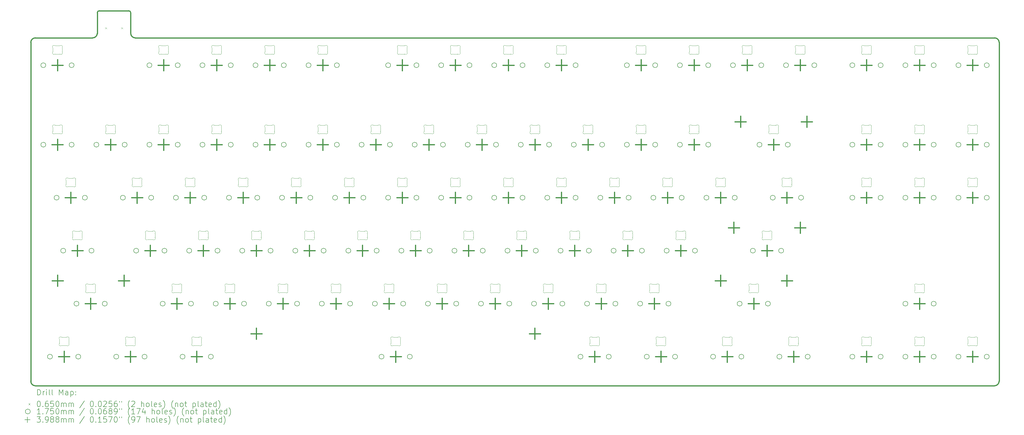
<source format=gbr>
%TF.GenerationSoftware,KiCad,Pcbnew,8.0.8*%
%TF.CreationDate,2025-02-03T21:48:29-05:00*%
%TF.ProjectId,OakSpring,4f616b53-7072-4696-9e67-2e6b69636164,rev?*%
%TF.SameCoordinates,Original*%
%TF.FileFunction,Drillmap*%
%TF.FilePolarity,Positive*%
%FSLAX45Y45*%
G04 Gerber Fmt 4.5, Leading zero omitted, Abs format (unit mm)*
G04 Created by KiCad (PCBNEW 8.0.8) date 2025-02-03 21:48:29*
%MOMM*%
%LPD*%
G01*
G04 APERTURE LIST*
%ADD10C,0.400000*%
%ADD11C,0.100000*%
%ADD12C,0.200000*%
%ADD13C,0.175000*%
%ADD14C,0.398780*%
G04 APERTURE END LIST*
D10*
X6599760Y-2827500D02*
X37465992Y-2827500D01*
X5239993Y-1922999D02*
G75*
G02*
X5311000Y-1853000I69997J9D01*
G01*
X3012668Y-15335000D02*
X37454317Y-15335000D01*
X37625000Y-15165000D02*
G75*
G02*
X37454317Y-15335000I-170340J340D01*
G01*
X3020683Y-2827500D02*
X5069850Y-2827500D01*
X37465992Y-2827500D02*
G75*
G02*
X37625000Y-2993980I-3732J-162740D01*
G01*
X6371000Y-1853000D02*
G75*
G02*
X6441000Y-1923000I10J-69990D01*
G01*
X37625000Y-15165000D02*
X37625000Y-2993980D01*
X2852500Y-2987668D02*
G75*
G02*
X3020683Y-2827810I164020J-4162D01*
G01*
X3012668Y-15335000D02*
G75*
G02*
X2852500Y-15165000I4912J165080D01*
G01*
X5240000Y-2667643D02*
X5240000Y-1922999D01*
X6371000Y-1853000D02*
X5311000Y-1853000D01*
X6441000Y-2660301D02*
X6441000Y-1923000D01*
X5240000Y-2667643D02*
G75*
G02*
X5069850Y-2827500I-165000J5143D01*
G01*
X6599760Y-2827500D02*
G75*
G02*
X6441000Y-2660301I4220J162980D01*
G01*
X2852500Y-2987668D02*
X2852500Y-15165000D01*
D11*
X15070000Y-6047216D02*
X15070000Y-6187784D01*
X15160555Y-6267500D02*
X15319445Y-6267500D01*
X15319445Y-5967500D02*
X15160555Y-5967500D01*
X15410000Y-6187784D02*
X15410000Y-6047216D01*
X15065052Y-6025528D02*
G75*
G02*
X15070000Y-6047216I-45051J-21688D01*
G01*
X15065052Y-6025528D02*
G75*
G02*
X15135329Y-5960670I45051J21688D01*
G01*
X15070000Y-6187784D02*
G75*
G02*
X15065052Y-6209472I-49999J0D01*
G01*
X15135329Y-6274330D02*
G75*
G02*
X15065052Y-6209472I-25226J43170D01*
G01*
X15135329Y-6274330D02*
G75*
G02*
X15160555Y-6267500I25226J-43171D01*
G01*
X15160555Y-5967500D02*
G75*
G02*
X15135329Y-5960670I0J50001D01*
G01*
X15319445Y-6267500D02*
G75*
G02*
X15344671Y-6274330I0J-50001D01*
G01*
X15344671Y-5960670D02*
G75*
G02*
X15319445Y-5967500I-25226J43171D01*
G01*
X15344671Y-5960670D02*
G75*
G02*
X15414948Y-6025528I25226J-43170D01*
G01*
X15410000Y-6047216D02*
G75*
G02*
X15414948Y-6025528I50035J-8D01*
G01*
X15414948Y-6209472D02*
G75*
G02*
X15344671Y-6274330I-45051J-21688D01*
G01*
X15414948Y-6209472D02*
G75*
G02*
X15409999Y-6187784I45102J21702D01*
G01*
X3640000Y-6047216D02*
X3640000Y-6187784D01*
X3730555Y-6267500D02*
X3889445Y-6267500D01*
X3889445Y-5967500D02*
X3730555Y-5967500D01*
X3980000Y-6187784D02*
X3980000Y-6047216D01*
X3635052Y-6025528D02*
G75*
G02*
X3640000Y-6047216I-45051J-21688D01*
G01*
X3635052Y-6025528D02*
G75*
G02*
X3705329Y-5960670I45051J21688D01*
G01*
X3640000Y-6187784D02*
G75*
G02*
X3635052Y-6209472I-49999J0D01*
G01*
X3705329Y-6274330D02*
G75*
G02*
X3635052Y-6209472I-25226J43170D01*
G01*
X3705329Y-6274330D02*
G75*
G02*
X3730555Y-6267500I25226J-43171D01*
G01*
X3730555Y-5967500D02*
G75*
G02*
X3705329Y-5960670I0J50001D01*
G01*
X3889445Y-6267500D02*
G75*
G02*
X3914671Y-6274330I0J-50001D01*
G01*
X3914671Y-5960670D02*
G75*
G02*
X3889445Y-5967500I-25226J43171D01*
G01*
X3914671Y-5960670D02*
G75*
G02*
X3984948Y-6025528I25226J-43170D01*
G01*
X3980000Y-6047216D02*
G75*
G02*
X3984948Y-6025528I50035J-8D01*
G01*
X3984948Y-6209472D02*
G75*
G02*
X3914671Y-6274330I-45051J-21688D01*
G01*
X3984948Y-6209472D02*
G75*
G02*
X3979999Y-6187784I45102J21702D01*
G01*
X21737500Y-7952216D02*
X21737500Y-8092784D01*
X21828055Y-8172500D02*
X21986945Y-8172500D01*
X21986945Y-7872500D02*
X21828055Y-7872500D01*
X22077500Y-8092784D02*
X22077500Y-7952216D01*
X21732552Y-7930528D02*
G75*
G02*
X21737500Y-7952216I-45051J-21688D01*
G01*
X21732552Y-7930528D02*
G75*
G02*
X21802829Y-7865670I45051J21688D01*
G01*
X21737500Y-8092784D02*
G75*
G02*
X21732552Y-8114472I-49999J0D01*
G01*
X21802829Y-8179330D02*
G75*
G02*
X21732552Y-8114472I-25226J43170D01*
G01*
X21802829Y-8179330D02*
G75*
G02*
X21828055Y-8172500I25226J-43171D01*
G01*
X21828055Y-7872500D02*
G75*
G02*
X21802829Y-7865670I0J50001D01*
G01*
X21986945Y-8172500D02*
G75*
G02*
X22012171Y-8179330I0J-50001D01*
G01*
X22012171Y-7865670D02*
G75*
G02*
X21986945Y-7872500I-25226J43171D01*
G01*
X22012171Y-7865670D02*
G75*
G02*
X22082448Y-7930528I25226J-43170D01*
G01*
X22077500Y-7952216D02*
G75*
G02*
X22082448Y-7930528I50035J-8D01*
G01*
X22082448Y-8114472D02*
G75*
G02*
X22012171Y-8179330I-45051J-21688D01*
G01*
X22082448Y-8114472D02*
G75*
G02*
X22077499Y-8092784I45102J21702D01*
G01*
X8640625Y-13667216D02*
X8640625Y-13807784D01*
X8731180Y-13887500D02*
X8890070Y-13887500D01*
X8890070Y-13587500D02*
X8731180Y-13587500D01*
X8980625Y-13807784D02*
X8980625Y-13667216D01*
X8635677Y-13645528D02*
G75*
G02*
X8640625Y-13667216I-45051J-21688D01*
G01*
X8635677Y-13645528D02*
G75*
G02*
X8705954Y-13580670I45051J21688D01*
G01*
X8640625Y-13807784D02*
G75*
G02*
X8635677Y-13829472I-49999J0D01*
G01*
X8705954Y-13894330D02*
G75*
G02*
X8635677Y-13829472I-25226J43170D01*
G01*
X8705954Y-13894330D02*
G75*
G02*
X8731180Y-13887500I25226J-43171D01*
G01*
X8731180Y-13587500D02*
G75*
G02*
X8705954Y-13580670I0J50001D01*
G01*
X8890070Y-13887500D02*
G75*
G02*
X8915296Y-13894330I0J-50001D01*
G01*
X8915296Y-13580670D02*
G75*
G02*
X8890070Y-13587500I-25226J43171D01*
G01*
X8915296Y-13580670D02*
G75*
G02*
X8985573Y-13645528I25226J-43170D01*
G01*
X8980625Y-13667216D02*
G75*
G02*
X8985573Y-13645528I50035J-8D01*
G01*
X8985573Y-13829472D02*
G75*
G02*
X8915296Y-13894330I-45051J-21688D01*
G01*
X8985573Y-13829472D02*
G75*
G02*
X8980624Y-13807784I45102J21702D01*
G01*
X26500000Y-6047216D02*
X26500000Y-6187784D01*
X26590555Y-6267500D02*
X26749445Y-6267500D01*
X26749445Y-5967500D02*
X26590555Y-5967500D01*
X26840000Y-6187784D02*
X26840000Y-6047216D01*
X26495052Y-6025528D02*
G75*
G02*
X26500000Y-6047216I-45051J-21688D01*
G01*
X26495052Y-6025528D02*
G75*
G02*
X26565329Y-5960670I45051J21688D01*
G01*
X26500000Y-6187784D02*
G75*
G02*
X26495052Y-6209472I-49999J0D01*
G01*
X26565329Y-6274330D02*
G75*
G02*
X26495052Y-6209472I-25226J43170D01*
G01*
X26565329Y-6274330D02*
G75*
G02*
X26590555Y-6267500I25226J-43171D01*
G01*
X26590555Y-5967500D02*
G75*
G02*
X26565329Y-5960670I0J50001D01*
G01*
X26749445Y-6267500D02*
G75*
G02*
X26774671Y-6274330I0J-50001D01*
G01*
X26774671Y-5960670D02*
G75*
G02*
X26749445Y-5967500I-25226J43171D01*
G01*
X26774671Y-5960670D02*
G75*
G02*
X26844948Y-6025528I25226J-43170D01*
G01*
X26840000Y-6047216D02*
G75*
G02*
X26844948Y-6025528I50035J-8D01*
G01*
X26844948Y-6209472D02*
G75*
G02*
X26774671Y-6274330I-45051J-21688D01*
G01*
X26844948Y-6209472D02*
G75*
G02*
X26839999Y-6187784I45102J21702D01*
G01*
X9355000Y-6047216D02*
X9355000Y-6187784D01*
X9445555Y-6267500D02*
X9604445Y-6267500D01*
X9604445Y-5967500D02*
X9445555Y-5967500D01*
X9695000Y-6187784D02*
X9695000Y-6047216D01*
X9350052Y-6025528D02*
G75*
G02*
X9355000Y-6047216I-45051J-21688D01*
G01*
X9350052Y-6025528D02*
G75*
G02*
X9420329Y-5960670I45051J21688D01*
G01*
X9355000Y-6187784D02*
G75*
G02*
X9350052Y-6209472I-49999J0D01*
G01*
X9420329Y-6274330D02*
G75*
G02*
X9350052Y-6209472I-25226J43170D01*
G01*
X9420329Y-6274330D02*
G75*
G02*
X9445555Y-6267500I25226J-43171D01*
G01*
X9445555Y-5967500D02*
G75*
G02*
X9420329Y-5960670I0J50001D01*
G01*
X9604445Y-6267500D02*
G75*
G02*
X9629671Y-6274330I0J-50001D01*
G01*
X9629671Y-5960670D02*
G75*
G02*
X9604445Y-5967500I-25226J43171D01*
G01*
X9629671Y-5960670D02*
G75*
G02*
X9699948Y-6025528I25226J-43170D01*
G01*
X9695000Y-6047216D02*
G75*
G02*
X9699948Y-6025528I50035J-8D01*
G01*
X9699948Y-6209472D02*
G75*
G02*
X9629671Y-6274330I-45051J-21688D01*
G01*
X9699948Y-6209472D02*
G75*
G02*
X9694999Y-6187784I45102J21702D01*
G01*
X3640000Y-3189716D02*
X3640000Y-3330284D01*
X3730555Y-3410000D02*
X3889445Y-3410000D01*
X3889445Y-3110000D02*
X3730555Y-3110000D01*
X3980000Y-3330284D02*
X3980000Y-3189716D01*
X3635052Y-3168028D02*
G75*
G02*
X3640000Y-3189716I-45051J-21688D01*
G01*
X3635052Y-3168028D02*
G75*
G02*
X3705329Y-3103170I45051J21688D01*
G01*
X3640000Y-3330284D02*
G75*
G02*
X3635052Y-3351972I-49999J0D01*
G01*
X3705329Y-3416830D02*
G75*
G02*
X3635052Y-3351972I-25226J43170D01*
G01*
X3705329Y-3416830D02*
G75*
G02*
X3730555Y-3410000I25226J-43171D01*
G01*
X3730555Y-3110000D02*
G75*
G02*
X3705329Y-3103170I0J50001D01*
G01*
X3889445Y-3410000D02*
G75*
G02*
X3914671Y-3416830I0J-50001D01*
G01*
X3914671Y-3103170D02*
G75*
G02*
X3889445Y-3110000I-25226J43171D01*
G01*
X3914671Y-3103170D02*
G75*
G02*
X3984948Y-3168028I25226J-43170D01*
G01*
X3980000Y-3189716D02*
G75*
G02*
X3984948Y-3168028I50035J-8D01*
G01*
X3984948Y-3351972D02*
G75*
G02*
X3914671Y-3416830I-45051J-21688D01*
G01*
X3984948Y-3351972D02*
G75*
G02*
X3979999Y-3330284I45102J21702D01*
G01*
X15546250Y-11762216D02*
X15546250Y-11902784D01*
X15636805Y-11982500D02*
X15795695Y-11982500D01*
X15795695Y-11682500D02*
X15636805Y-11682500D01*
X15886250Y-11902784D02*
X15886250Y-11762216D01*
X15541302Y-11740528D02*
G75*
G02*
X15546250Y-11762216I-45051J-21688D01*
G01*
X15541302Y-11740528D02*
G75*
G02*
X15611579Y-11675670I45051J21688D01*
G01*
X15546250Y-11902784D02*
G75*
G02*
X15541302Y-11924472I-49999J0D01*
G01*
X15611579Y-11989330D02*
G75*
G02*
X15541302Y-11924472I-25226J43170D01*
G01*
X15611579Y-11989330D02*
G75*
G02*
X15636805Y-11982500I25226J-43171D01*
G01*
X15636805Y-11682500D02*
G75*
G02*
X15611579Y-11675670I0J50001D01*
G01*
X15795695Y-11982500D02*
G75*
G02*
X15820921Y-11989330I0J-50001D01*
G01*
X15820921Y-11675670D02*
G75*
G02*
X15795695Y-11682500I-25226J43171D01*
G01*
X15820921Y-11675670D02*
G75*
G02*
X15891198Y-11740528I25226J-43170D01*
G01*
X15886250Y-11762216D02*
G75*
G02*
X15891198Y-11740528I50035J-8D01*
G01*
X15891198Y-11924472D02*
G75*
G02*
X15820921Y-11989330I-45051J-21688D01*
G01*
X15891198Y-11924472D02*
G75*
G02*
X15886249Y-11902784I45102J21702D01*
G01*
X3878125Y-13667216D02*
X3878125Y-13807784D01*
X3968680Y-13887500D02*
X4127570Y-13887500D01*
X4127570Y-13587500D02*
X3968680Y-13587500D01*
X4218125Y-13807784D02*
X4218125Y-13667216D01*
X3873177Y-13645528D02*
G75*
G02*
X3878125Y-13667216I-45051J-21688D01*
G01*
X3873177Y-13645528D02*
G75*
G02*
X3943454Y-13580670I45051J21688D01*
G01*
X3878125Y-13807784D02*
G75*
G02*
X3873177Y-13829472I-49999J0D01*
G01*
X3943454Y-13894330D02*
G75*
G02*
X3873177Y-13829472I-25226J43170D01*
G01*
X3943454Y-13894330D02*
G75*
G02*
X3968680Y-13887500I25226J-43171D01*
G01*
X3968680Y-13587500D02*
G75*
G02*
X3943454Y-13580670I0J50001D01*
G01*
X4127570Y-13887500D02*
G75*
G02*
X4152796Y-13894330I0J-50001D01*
G01*
X4152796Y-13580670D02*
G75*
G02*
X4127570Y-13587500I-25226J43171D01*
G01*
X4152796Y-13580670D02*
G75*
G02*
X4223073Y-13645528I25226J-43170D01*
G01*
X4218125Y-13667216D02*
G75*
G02*
X4223073Y-13645528I50035J-8D01*
G01*
X4223073Y-13829472D02*
G75*
G02*
X4152796Y-13894330I-45051J-21688D01*
G01*
X4223073Y-13829472D02*
G75*
G02*
X4218124Y-13807784I45102J21702D01*
G01*
X36501250Y-13667216D02*
X36501250Y-13807784D01*
X36591805Y-13887500D02*
X36750695Y-13887500D01*
X36750695Y-13587500D02*
X36591805Y-13587500D01*
X36841250Y-13807784D02*
X36841250Y-13667216D01*
X36496302Y-13645528D02*
G75*
G02*
X36501250Y-13667216I-45051J-21688D01*
G01*
X36496302Y-13645528D02*
G75*
G02*
X36566579Y-13580670I45051J21688D01*
G01*
X36501250Y-13807784D02*
G75*
G02*
X36496302Y-13829472I-49999J0D01*
G01*
X36566579Y-13894330D02*
G75*
G02*
X36496302Y-13829472I-25226J43170D01*
G01*
X36566579Y-13894330D02*
G75*
G02*
X36591805Y-13887500I25226J-43171D01*
G01*
X36591805Y-13587500D02*
G75*
G02*
X36566579Y-13580670I0J50001D01*
G01*
X36750695Y-13887500D02*
G75*
G02*
X36775921Y-13894330I0J-50001D01*
G01*
X36775921Y-13580670D02*
G75*
G02*
X36750695Y-13587500I-25226J43171D01*
G01*
X36775921Y-13580670D02*
G75*
G02*
X36846198Y-13645528I25226J-43170D01*
G01*
X36841250Y-13667216D02*
G75*
G02*
X36846198Y-13645528I50035J-8D01*
G01*
X36846198Y-13829472D02*
G75*
G02*
X36775921Y-13894330I-45051J-21688D01*
G01*
X36846198Y-13829472D02*
G75*
G02*
X36841249Y-13807784I45102J21702D01*
G01*
X4116250Y-7952216D02*
X4116250Y-8092784D01*
X4206805Y-8172500D02*
X4365695Y-8172500D01*
X4365695Y-7872500D02*
X4206805Y-7872500D01*
X4456250Y-8092784D02*
X4456250Y-7952216D01*
X4111302Y-7930528D02*
G75*
G02*
X4116250Y-7952216I-45051J-21688D01*
G01*
X4111302Y-7930528D02*
G75*
G02*
X4181579Y-7865670I45051J21688D01*
G01*
X4116250Y-8092784D02*
G75*
G02*
X4111302Y-8114472I-49999J0D01*
G01*
X4181579Y-8179330D02*
G75*
G02*
X4111302Y-8114472I-25226J43170D01*
G01*
X4181579Y-8179330D02*
G75*
G02*
X4206805Y-8172500I25226J-43171D01*
G01*
X4206805Y-7872500D02*
G75*
G02*
X4181579Y-7865670I0J50001D01*
G01*
X4365695Y-8172500D02*
G75*
G02*
X4390921Y-8179330I0J-50001D01*
G01*
X4390921Y-7865670D02*
G75*
G02*
X4365695Y-7872500I-25226J43171D01*
G01*
X4390921Y-7865670D02*
G75*
G02*
X4461198Y-7930528I25226J-43170D01*
G01*
X4456250Y-7952216D02*
G75*
G02*
X4461198Y-7930528I50035J-8D01*
G01*
X4461198Y-8114472D02*
G75*
G02*
X4390921Y-8179330I-45051J-21688D01*
G01*
X4461198Y-8114472D02*
G75*
G02*
X4456249Y-8092784I45102J21702D01*
G01*
X8878750Y-9857216D02*
X8878750Y-9997784D01*
X8969305Y-10077500D02*
X9128195Y-10077500D01*
X9128195Y-9777500D02*
X8969305Y-9777500D01*
X9218750Y-9997784D02*
X9218750Y-9857216D01*
X8873802Y-9835528D02*
G75*
G02*
X8878750Y-9857216I-45051J-21688D01*
G01*
X8873802Y-9835528D02*
G75*
G02*
X8944079Y-9770670I45051J21688D01*
G01*
X8878750Y-9997784D02*
G75*
G02*
X8873802Y-10019472I-49999J0D01*
G01*
X8944079Y-10084330D02*
G75*
G02*
X8873802Y-10019472I-25226J43170D01*
G01*
X8944079Y-10084330D02*
G75*
G02*
X8969305Y-10077500I25226J-43171D01*
G01*
X8969305Y-9777500D02*
G75*
G02*
X8944079Y-9770670I0J50001D01*
G01*
X9128195Y-10077500D02*
G75*
G02*
X9153421Y-10084330I0J-50001D01*
G01*
X9153421Y-9770670D02*
G75*
G02*
X9128195Y-9777500I-25226J43171D01*
G01*
X9153421Y-9770670D02*
G75*
G02*
X9223698Y-9835528I25226J-43170D01*
G01*
X9218750Y-9857216D02*
G75*
G02*
X9223698Y-9835528I50035J-8D01*
G01*
X9223698Y-10019472D02*
G75*
G02*
X9153421Y-10084330I-45051J-21688D01*
G01*
X9223698Y-10019472D02*
G75*
G02*
X9218749Y-9997784I45102J21702D01*
G01*
X24595000Y-6047216D02*
X24595000Y-6187784D01*
X24685555Y-6267500D02*
X24844445Y-6267500D01*
X24844445Y-5967500D02*
X24685555Y-5967500D01*
X24935000Y-6187784D02*
X24935000Y-6047216D01*
X24590052Y-6025528D02*
G75*
G02*
X24595000Y-6047216I-45051J-21688D01*
G01*
X24590052Y-6025528D02*
G75*
G02*
X24660329Y-5960670I45051J21688D01*
G01*
X24595000Y-6187784D02*
G75*
G02*
X24590052Y-6209472I-49999J0D01*
G01*
X24660329Y-6274330D02*
G75*
G02*
X24590052Y-6209472I-25226J43170D01*
G01*
X24660329Y-6274330D02*
G75*
G02*
X24685555Y-6267500I25226J-43171D01*
G01*
X24685555Y-5967500D02*
G75*
G02*
X24660329Y-5960670I0J50001D01*
G01*
X24844445Y-6267500D02*
G75*
G02*
X24869671Y-6274330I0J-50001D01*
G01*
X24869671Y-5960670D02*
G75*
G02*
X24844445Y-5967500I-25226J43171D01*
G01*
X24869671Y-5960670D02*
G75*
G02*
X24939948Y-6025528I25226J-43170D01*
G01*
X24935000Y-6047216D02*
G75*
G02*
X24939948Y-6025528I50035J-8D01*
G01*
X24939948Y-6209472D02*
G75*
G02*
X24869671Y-6274330I-45051J-21688D01*
G01*
X24939948Y-6209472D02*
G75*
G02*
X24934999Y-6187784I45102J21702D01*
G01*
X34596250Y-6047216D02*
X34596250Y-6187784D01*
X34686805Y-6267500D02*
X34845695Y-6267500D01*
X34845695Y-5967500D02*
X34686805Y-5967500D01*
X34936250Y-6187784D02*
X34936250Y-6047216D01*
X34591302Y-6025528D02*
G75*
G02*
X34596250Y-6047216I-45051J-21688D01*
G01*
X34591302Y-6025528D02*
G75*
G02*
X34661579Y-5960670I45051J21688D01*
G01*
X34596250Y-6187784D02*
G75*
G02*
X34591302Y-6209472I-49999J0D01*
G01*
X34661579Y-6274330D02*
G75*
G02*
X34591302Y-6209472I-25226J43170D01*
G01*
X34661579Y-6274330D02*
G75*
G02*
X34686805Y-6267500I25226J-43171D01*
G01*
X34686805Y-5967500D02*
G75*
G02*
X34661579Y-5960670I0J50001D01*
G01*
X34845695Y-6267500D02*
G75*
G02*
X34870921Y-6274330I0J-50001D01*
G01*
X34870921Y-5960670D02*
G75*
G02*
X34845695Y-5967500I-25226J43171D01*
G01*
X34870921Y-5960670D02*
G75*
G02*
X34941198Y-6025528I25226J-43170D01*
G01*
X34936250Y-6047216D02*
G75*
G02*
X34941198Y-6025528I50035J-8D01*
G01*
X34941198Y-6209472D02*
G75*
G02*
X34870921Y-6274330I-45051J-21688D01*
G01*
X34941198Y-6209472D02*
G75*
G02*
X34936249Y-6187784I45102J21702D01*
G01*
X34596250Y-11762216D02*
X34596250Y-11902784D01*
X34686805Y-11982500D02*
X34845695Y-11982500D01*
X34845695Y-11682500D02*
X34686805Y-11682500D01*
X34936250Y-11902784D02*
X34936250Y-11762216D01*
X34591302Y-11740528D02*
G75*
G02*
X34596250Y-11762216I-45051J-21688D01*
G01*
X34591302Y-11740528D02*
G75*
G02*
X34661579Y-11675670I45051J21688D01*
G01*
X34596250Y-11902784D02*
G75*
G02*
X34591302Y-11924472I-49999J0D01*
G01*
X34661579Y-11989330D02*
G75*
G02*
X34591302Y-11924472I-25226J43170D01*
G01*
X34661579Y-11989330D02*
G75*
G02*
X34686805Y-11982500I25226J-43171D01*
G01*
X34686805Y-11682500D02*
G75*
G02*
X34661579Y-11675670I0J50001D01*
G01*
X34845695Y-11982500D02*
G75*
G02*
X34870921Y-11989330I0J-50001D01*
G01*
X34870921Y-11675670D02*
G75*
G02*
X34845695Y-11682500I-25226J43171D01*
G01*
X34870921Y-11675670D02*
G75*
G02*
X34941198Y-11740528I25226J-43170D01*
G01*
X34936250Y-11762216D02*
G75*
G02*
X34941198Y-11740528I50035J-8D01*
G01*
X34941198Y-11924472D02*
G75*
G02*
X34870921Y-11989330I-45051J-21688D01*
G01*
X34941198Y-11924472D02*
G75*
G02*
X34936249Y-11902784I45102J21702D01*
G01*
X28643125Y-11762216D02*
X28643125Y-11902784D01*
X28733680Y-11982500D02*
X28892570Y-11982500D01*
X28892570Y-11682500D02*
X28733680Y-11682500D01*
X28983125Y-11902784D02*
X28983125Y-11762216D01*
X28638177Y-11740528D02*
G75*
G02*
X28643125Y-11762216I-45051J-21688D01*
G01*
X28638177Y-11740528D02*
G75*
G02*
X28708454Y-11675670I45051J21688D01*
G01*
X28643125Y-11902784D02*
G75*
G02*
X28638177Y-11924472I-49999J0D01*
G01*
X28708454Y-11989330D02*
G75*
G02*
X28638177Y-11924472I-25226J43170D01*
G01*
X28708454Y-11989330D02*
G75*
G02*
X28733680Y-11982500I25226J-43171D01*
G01*
X28733680Y-11682500D02*
G75*
G02*
X28708454Y-11675670I0J50001D01*
G01*
X28892570Y-11982500D02*
G75*
G02*
X28917796Y-11989330I0J-50001D01*
G01*
X28917796Y-11675670D02*
G75*
G02*
X28892570Y-11682500I-25226J43171D01*
G01*
X28917796Y-11675670D02*
G75*
G02*
X28988073Y-11740528I25226J-43170D01*
G01*
X28983125Y-11762216D02*
G75*
G02*
X28988073Y-11740528I50035J-8D01*
G01*
X28988073Y-11924472D02*
G75*
G02*
X28917796Y-11989330I-45051J-21688D01*
G01*
X28988073Y-11924472D02*
G75*
G02*
X28983124Y-11902784I45102J21702D01*
G01*
X6259375Y-13667216D02*
X6259375Y-13807784D01*
X6349930Y-13887500D02*
X6508820Y-13887500D01*
X6508820Y-13587500D02*
X6349930Y-13587500D01*
X6599375Y-13807784D02*
X6599375Y-13667216D01*
X6254427Y-13645528D02*
G75*
G02*
X6259375Y-13667216I-45051J-21688D01*
G01*
X6254427Y-13645528D02*
G75*
G02*
X6324704Y-13580670I45051J21688D01*
G01*
X6259375Y-13807784D02*
G75*
G02*
X6254427Y-13829472I-49999J0D01*
G01*
X6324704Y-13894330D02*
G75*
G02*
X6254427Y-13829472I-25226J43170D01*
G01*
X6324704Y-13894330D02*
G75*
G02*
X6349930Y-13887500I25226J-43171D01*
G01*
X6349930Y-13587500D02*
G75*
G02*
X6324704Y-13580670I0J50001D01*
G01*
X6508820Y-13887500D02*
G75*
G02*
X6534046Y-13894330I0J-50001D01*
G01*
X6534046Y-13580670D02*
G75*
G02*
X6508820Y-13587500I-25226J43171D01*
G01*
X6534046Y-13580670D02*
G75*
G02*
X6604323Y-13645528I25226J-43170D01*
G01*
X6599375Y-13667216D02*
G75*
G02*
X6604323Y-13645528I50035J-8D01*
G01*
X6604323Y-13829472D02*
G75*
G02*
X6534046Y-13894330I-45051J-21688D01*
G01*
X6604323Y-13829472D02*
G75*
G02*
X6599374Y-13807784I45102J21702D01*
G01*
X17451250Y-11762216D02*
X17451250Y-11902784D01*
X17541805Y-11982500D02*
X17700695Y-11982500D01*
X17700695Y-11682500D02*
X17541805Y-11682500D01*
X17791250Y-11902784D02*
X17791250Y-11762216D01*
X17446302Y-11740528D02*
G75*
G02*
X17451250Y-11762216I-45051J-21688D01*
G01*
X17446302Y-11740528D02*
G75*
G02*
X17516579Y-11675670I45051J21688D01*
G01*
X17451250Y-11902784D02*
G75*
G02*
X17446302Y-11924472I-49999J0D01*
G01*
X17516579Y-11989330D02*
G75*
G02*
X17446302Y-11924472I-25226J43170D01*
G01*
X17516579Y-11989330D02*
G75*
G02*
X17541805Y-11982500I25226J-43171D01*
G01*
X17541805Y-11682500D02*
G75*
G02*
X17516579Y-11675670I0J50001D01*
G01*
X17700695Y-11982500D02*
G75*
G02*
X17725921Y-11989330I0J-50001D01*
G01*
X17725921Y-11675670D02*
G75*
G02*
X17700695Y-11682500I-25226J43171D01*
G01*
X17725921Y-11675670D02*
G75*
G02*
X17796198Y-11740528I25226J-43170D01*
G01*
X17791250Y-11762216D02*
G75*
G02*
X17796198Y-11740528I50035J-8D01*
G01*
X17796198Y-11924472D02*
G75*
G02*
X17725921Y-11989330I-45051J-21688D01*
G01*
X17796198Y-11924472D02*
G75*
G02*
X17791249Y-11902784I45102J21702D01*
G01*
X36501250Y-7952216D02*
X36501250Y-8092784D01*
X36591805Y-8172500D02*
X36750695Y-8172500D01*
X36750695Y-7872500D02*
X36591805Y-7872500D01*
X36841250Y-8092784D02*
X36841250Y-7952216D01*
X36496302Y-7930528D02*
G75*
G02*
X36501250Y-7952216I-45051J-21688D01*
G01*
X36496302Y-7930528D02*
G75*
G02*
X36566579Y-7865670I45051J21688D01*
G01*
X36501250Y-8092784D02*
G75*
G02*
X36496302Y-8114472I-49999J0D01*
G01*
X36566579Y-8179330D02*
G75*
G02*
X36496302Y-8114472I-25226J43170D01*
G01*
X36566579Y-8179330D02*
G75*
G02*
X36591805Y-8172500I25226J-43171D01*
G01*
X36591805Y-7872500D02*
G75*
G02*
X36566579Y-7865670I0J50001D01*
G01*
X36750695Y-8172500D02*
G75*
G02*
X36775921Y-8179330I0J-50001D01*
G01*
X36775921Y-7865670D02*
G75*
G02*
X36750695Y-7872500I-25226J43171D01*
G01*
X36775921Y-7865670D02*
G75*
G02*
X36846198Y-7930528I25226J-43170D01*
G01*
X36841250Y-7952216D02*
G75*
G02*
X36846198Y-7930528I50035J-8D01*
G01*
X36846198Y-8114472D02*
G75*
G02*
X36775921Y-8179330I-45051J-21688D01*
G01*
X36846198Y-8114472D02*
G75*
G02*
X36841249Y-8092784I45102J21702D01*
G01*
X36501250Y-3189716D02*
X36501250Y-3330284D01*
X36591805Y-3410000D02*
X36750695Y-3410000D01*
X36750695Y-3110000D02*
X36591805Y-3110000D01*
X36841250Y-3330284D02*
X36841250Y-3189716D01*
X36496302Y-3168028D02*
G75*
G02*
X36501250Y-3189716I-45051J-21688D01*
G01*
X36496302Y-3168028D02*
G75*
G02*
X36566579Y-3103170I45051J21688D01*
G01*
X36501250Y-3330284D02*
G75*
G02*
X36496302Y-3351972I-49999J0D01*
G01*
X36566579Y-3416830D02*
G75*
G02*
X36496302Y-3351972I-25226J43170D01*
G01*
X36566579Y-3416830D02*
G75*
G02*
X36591805Y-3410000I25226J-43171D01*
G01*
X36591805Y-3110000D02*
G75*
G02*
X36566579Y-3103170I0J50001D01*
G01*
X36750695Y-3410000D02*
G75*
G02*
X36775921Y-3416830I0J-50001D01*
G01*
X36775921Y-3103170D02*
G75*
G02*
X36750695Y-3110000I-25226J43171D01*
G01*
X36775921Y-3103170D02*
G75*
G02*
X36846198Y-3168028I25226J-43170D01*
G01*
X36841250Y-3189716D02*
G75*
G02*
X36846198Y-3168028I50035J-8D01*
G01*
X36846198Y-3351972D02*
G75*
G02*
X36775921Y-3416830I-45051J-21688D01*
G01*
X36846198Y-3351972D02*
G75*
G02*
X36841249Y-3330284I45102J21702D01*
G01*
X36501250Y-6047216D02*
X36501250Y-6187784D01*
X36591805Y-6267500D02*
X36750695Y-6267500D01*
X36750695Y-5967500D02*
X36591805Y-5967500D01*
X36841250Y-6187784D02*
X36841250Y-6047216D01*
X36496302Y-6025528D02*
G75*
G02*
X36501250Y-6047216I-45051J-21688D01*
G01*
X36496302Y-6025528D02*
G75*
G02*
X36566579Y-5960670I45051J21688D01*
G01*
X36501250Y-6187784D02*
G75*
G02*
X36496302Y-6209472I-49999J0D01*
G01*
X36566579Y-6274330D02*
G75*
G02*
X36496302Y-6209472I-25226J43170D01*
G01*
X36566579Y-6274330D02*
G75*
G02*
X36591805Y-6267500I25226J-43171D01*
G01*
X36591805Y-5967500D02*
G75*
G02*
X36566579Y-5960670I0J50001D01*
G01*
X36750695Y-6267500D02*
G75*
G02*
X36775921Y-6274330I0J-50001D01*
G01*
X36775921Y-5960670D02*
G75*
G02*
X36750695Y-5967500I-25226J43171D01*
G01*
X36775921Y-5960670D02*
G75*
G02*
X36846198Y-6025528I25226J-43170D01*
G01*
X36841250Y-6047216D02*
G75*
G02*
X36846198Y-6025528I50035J-8D01*
G01*
X36846198Y-6209472D02*
G75*
G02*
X36775921Y-6274330I-45051J-21688D01*
G01*
X36846198Y-6209472D02*
G75*
G02*
X36841249Y-6187784I45102J21702D01*
G01*
X19832500Y-7952216D02*
X19832500Y-8092784D01*
X19923055Y-8172500D02*
X20081945Y-8172500D01*
X20081945Y-7872500D02*
X19923055Y-7872500D01*
X20172500Y-8092784D02*
X20172500Y-7952216D01*
X19827552Y-7930528D02*
G75*
G02*
X19832500Y-7952216I-45051J-21688D01*
G01*
X19827552Y-7930528D02*
G75*
G02*
X19897829Y-7865670I45051J21688D01*
G01*
X19832500Y-8092784D02*
G75*
G02*
X19827552Y-8114472I-49999J0D01*
G01*
X19897829Y-8179330D02*
G75*
G02*
X19827552Y-8114472I-25226J43170D01*
G01*
X19897829Y-8179330D02*
G75*
G02*
X19923055Y-8172500I25226J-43171D01*
G01*
X19923055Y-7872500D02*
G75*
G02*
X19897829Y-7865670I0J50001D01*
G01*
X20081945Y-8172500D02*
G75*
G02*
X20107171Y-8179330I0J-50001D01*
G01*
X20107171Y-7865670D02*
G75*
G02*
X20081945Y-7872500I-25226J43171D01*
G01*
X20107171Y-7865670D02*
G75*
G02*
X20177448Y-7930528I25226J-43170D01*
G01*
X20172500Y-7952216D02*
G75*
G02*
X20177448Y-7930528I50035J-8D01*
G01*
X20177448Y-8114472D02*
G75*
G02*
X20107171Y-8179330I-45051J-21688D01*
G01*
X20177448Y-8114472D02*
G75*
G02*
X20172499Y-8092784I45102J21702D01*
G01*
X29357500Y-6047216D02*
X29357500Y-6187784D01*
X29448055Y-6267500D02*
X29606945Y-6267500D01*
X29606945Y-5967500D02*
X29448055Y-5967500D01*
X29697500Y-6187784D02*
X29697500Y-6047216D01*
X29352552Y-6025528D02*
G75*
G02*
X29357500Y-6047216I-45051J-21688D01*
G01*
X29352552Y-6025528D02*
G75*
G02*
X29422829Y-5960670I45051J21688D01*
G01*
X29357500Y-6187784D02*
G75*
G02*
X29352552Y-6209472I-49999J0D01*
G01*
X29422829Y-6274330D02*
G75*
G02*
X29352552Y-6209472I-25226J43170D01*
G01*
X29422829Y-6274330D02*
G75*
G02*
X29448055Y-6267500I25226J-43171D01*
G01*
X29448055Y-5967500D02*
G75*
G02*
X29422829Y-5960670I0J50001D01*
G01*
X29606945Y-6267500D02*
G75*
G02*
X29632171Y-6274330I0J-50001D01*
G01*
X29632171Y-5960670D02*
G75*
G02*
X29606945Y-5967500I-25226J43171D01*
G01*
X29632171Y-5960670D02*
G75*
G02*
X29702448Y-6025528I25226J-43170D01*
G01*
X29697500Y-6047216D02*
G75*
G02*
X29702448Y-6025528I50035J-8D01*
G01*
X29702448Y-6209472D02*
G75*
G02*
X29632171Y-6274330I-45051J-21688D01*
G01*
X29702448Y-6209472D02*
G75*
G02*
X29697499Y-6187784I45102J21702D01*
G01*
X22213750Y-9857216D02*
X22213750Y-9997784D01*
X22304305Y-10077500D02*
X22463195Y-10077500D01*
X22463195Y-9777500D02*
X22304305Y-9777500D01*
X22553750Y-9997784D02*
X22553750Y-9857216D01*
X22208802Y-9835528D02*
G75*
G02*
X22213750Y-9857216I-45051J-21688D01*
G01*
X22208802Y-9835528D02*
G75*
G02*
X22279079Y-9770670I45051J21688D01*
G01*
X22213750Y-9997784D02*
G75*
G02*
X22208802Y-10019472I-49999J0D01*
G01*
X22279079Y-10084330D02*
G75*
G02*
X22208802Y-10019472I-25226J43170D01*
G01*
X22279079Y-10084330D02*
G75*
G02*
X22304305Y-10077500I25226J-43171D01*
G01*
X22304305Y-9777500D02*
G75*
G02*
X22279079Y-9770670I0J50001D01*
G01*
X22463195Y-10077500D02*
G75*
G02*
X22488421Y-10084330I0J-50001D01*
G01*
X22488421Y-9770670D02*
G75*
G02*
X22463195Y-9777500I-25226J43171D01*
G01*
X22488421Y-9770670D02*
G75*
G02*
X22558698Y-9835528I25226J-43170D01*
G01*
X22553750Y-9857216D02*
G75*
G02*
X22558698Y-9835528I50035J-8D01*
G01*
X22558698Y-10019472D02*
G75*
G02*
X22488421Y-10084330I-45051J-21688D01*
G01*
X22558698Y-10019472D02*
G75*
G02*
X22553749Y-9997784I45102J21702D01*
G01*
X16022500Y-3189716D02*
X16022500Y-3330284D01*
X16113055Y-3410000D02*
X16271945Y-3410000D01*
X16271945Y-3110000D02*
X16113055Y-3110000D01*
X16362500Y-3330284D02*
X16362500Y-3189716D01*
X16017552Y-3168028D02*
G75*
G02*
X16022500Y-3189716I-45051J-21688D01*
G01*
X16017552Y-3168028D02*
G75*
G02*
X16087829Y-3103170I45051J21688D01*
G01*
X16022500Y-3330284D02*
G75*
G02*
X16017552Y-3351972I-49999J0D01*
G01*
X16087829Y-3416830D02*
G75*
G02*
X16017552Y-3351972I-25226J43170D01*
G01*
X16087829Y-3416830D02*
G75*
G02*
X16113055Y-3410000I25226J-43171D01*
G01*
X16113055Y-3110000D02*
G75*
G02*
X16087829Y-3103170I0J50001D01*
G01*
X16271945Y-3410000D02*
G75*
G02*
X16297171Y-3416830I0J-50001D01*
G01*
X16297171Y-3103170D02*
G75*
G02*
X16271945Y-3110000I-25226J43171D01*
G01*
X16297171Y-3103170D02*
G75*
G02*
X16367448Y-3168028I25226J-43170D01*
G01*
X16362500Y-3189716D02*
G75*
G02*
X16367448Y-3168028I50035J-8D01*
G01*
X16367448Y-3351972D02*
G75*
G02*
X16297171Y-3416830I-45051J-21688D01*
G01*
X16367448Y-3351972D02*
G75*
G02*
X16362499Y-3330284I45102J21702D01*
G01*
X19356250Y-11762216D02*
X19356250Y-11902784D01*
X19446805Y-11982500D02*
X19605695Y-11982500D01*
X19605695Y-11682500D02*
X19446805Y-11682500D01*
X19696250Y-11902784D02*
X19696250Y-11762216D01*
X19351302Y-11740528D02*
G75*
G02*
X19356250Y-11762216I-45051J-21688D01*
G01*
X19351302Y-11740528D02*
G75*
G02*
X19421579Y-11675670I45051J21688D01*
G01*
X19356250Y-11902784D02*
G75*
G02*
X19351302Y-11924472I-49999J0D01*
G01*
X19421579Y-11989330D02*
G75*
G02*
X19351302Y-11924472I-25226J43170D01*
G01*
X19421579Y-11989330D02*
G75*
G02*
X19446805Y-11982500I25226J-43171D01*
G01*
X19446805Y-11682500D02*
G75*
G02*
X19421579Y-11675670I0J50001D01*
G01*
X19605695Y-11982500D02*
G75*
G02*
X19630921Y-11989330I0J-50001D01*
G01*
X19630921Y-11675670D02*
G75*
G02*
X19605695Y-11682500I-25226J43171D01*
G01*
X19630921Y-11675670D02*
G75*
G02*
X19701198Y-11740528I25226J-43170D01*
G01*
X19696250Y-11762216D02*
G75*
G02*
X19701198Y-11740528I50035J-8D01*
G01*
X19701198Y-11924472D02*
G75*
G02*
X19630921Y-11989330I-45051J-21688D01*
G01*
X19701198Y-11924472D02*
G75*
G02*
X19696249Y-11902784I45102J21702D01*
G01*
X26500000Y-3189716D02*
X26500000Y-3330284D01*
X26590555Y-3410000D02*
X26749445Y-3410000D01*
X26749445Y-3110000D02*
X26590555Y-3110000D01*
X26840000Y-3330284D02*
X26840000Y-3189716D01*
X26495052Y-3168028D02*
G75*
G02*
X26500000Y-3189716I-45051J-21688D01*
G01*
X26495052Y-3168028D02*
G75*
G02*
X26565329Y-3103170I45051J21688D01*
G01*
X26500000Y-3330284D02*
G75*
G02*
X26495052Y-3351972I-49999J0D01*
G01*
X26565329Y-3416830D02*
G75*
G02*
X26495052Y-3351972I-25226J43170D01*
G01*
X26565329Y-3416830D02*
G75*
G02*
X26590555Y-3410000I25226J-43171D01*
G01*
X26590555Y-3110000D02*
G75*
G02*
X26565329Y-3103170I0J50001D01*
G01*
X26749445Y-3410000D02*
G75*
G02*
X26774671Y-3416830I0J-50001D01*
G01*
X26774671Y-3103170D02*
G75*
G02*
X26749445Y-3110000I-25226J43171D01*
G01*
X26774671Y-3103170D02*
G75*
G02*
X26844948Y-3168028I25226J-43170D01*
G01*
X26840000Y-3189716D02*
G75*
G02*
X26844948Y-3168028I50035J-8D01*
G01*
X26844948Y-3351972D02*
G75*
G02*
X26774671Y-3416830I-45051J-21688D01*
G01*
X26844948Y-3351972D02*
G75*
G02*
X26839999Y-3330284I45102J21702D01*
G01*
X4354375Y-9857216D02*
X4354375Y-9997784D01*
X4444930Y-10077500D02*
X4603820Y-10077500D01*
X4603820Y-9777500D02*
X4444930Y-9777500D01*
X4694375Y-9997784D02*
X4694375Y-9857216D01*
X4349427Y-9835528D02*
G75*
G02*
X4354375Y-9857216I-45051J-21688D01*
G01*
X4349427Y-9835528D02*
G75*
G02*
X4419704Y-9770670I45051J21688D01*
G01*
X4354375Y-9997784D02*
G75*
G02*
X4349427Y-10019472I-49999J0D01*
G01*
X4419704Y-10084330D02*
G75*
G02*
X4349427Y-10019472I-25226J43170D01*
G01*
X4419704Y-10084330D02*
G75*
G02*
X4444930Y-10077500I25226J-43171D01*
G01*
X4444930Y-9777500D02*
G75*
G02*
X4419704Y-9770670I0J50001D01*
G01*
X4603820Y-10077500D02*
G75*
G02*
X4629046Y-10084330I0J-50001D01*
G01*
X4629046Y-9770670D02*
G75*
G02*
X4603820Y-9777500I-25226J43171D01*
G01*
X4629046Y-9770670D02*
G75*
G02*
X4699323Y-9835528I25226J-43170D01*
G01*
X4694375Y-9857216D02*
G75*
G02*
X4699323Y-9835528I50035J-8D01*
G01*
X4699323Y-10019472D02*
G75*
G02*
X4629046Y-10084330I-45051J-21688D01*
G01*
X4699323Y-10019472D02*
G75*
G02*
X4694374Y-9997784I45102J21702D01*
G01*
X29119375Y-9857216D02*
X29119375Y-9997784D01*
X29209930Y-10077500D02*
X29368820Y-10077500D01*
X29368820Y-9777500D02*
X29209930Y-9777500D01*
X29459375Y-9997784D02*
X29459375Y-9857216D01*
X29114427Y-9835528D02*
G75*
G02*
X29119375Y-9857216I-45051J-21688D01*
G01*
X29114427Y-9835528D02*
G75*
G02*
X29184704Y-9770670I45051J21688D01*
G01*
X29119375Y-9997784D02*
G75*
G02*
X29114427Y-10019472I-49999J0D01*
G01*
X29184704Y-10084330D02*
G75*
G02*
X29114427Y-10019472I-25226J43170D01*
G01*
X29184704Y-10084330D02*
G75*
G02*
X29209930Y-10077500I25226J-43171D01*
G01*
X29209930Y-9777500D02*
G75*
G02*
X29184704Y-9770670I0J50001D01*
G01*
X29368820Y-10077500D02*
G75*
G02*
X29394046Y-10084330I0J-50001D01*
G01*
X29394046Y-9770670D02*
G75*
G02*
X29368820Y-9777500I-25226J43171D01*
G01*
X29394046Y-9770670D02*
G75*
G02*
X29464323Y-9835528I25226J-43170D01*
G01*
X29459375Y-9857216D02*
G75*
G02*
X29464323Y-9835528I50035J-8D01*
G01*
X29464323Y-10019472D02*
G75*
G02*
X29394046Y-10084330I-45051J-21688D01*
G01*
X29464323Y-10019472D02*
G75*
G02*
X29459374Y-9997784I45102J21702D01*
G01*
X34596250Y-3189716D02*
X34596250Y-3330284D01*
X34686805Y-3410000D02*
X34845695Y-3410000D01*
X34845695Y-3110000D02*
X34686805Y-3110000D01*
X34936250Y-3330284D02*
X34936250Y-3189716D01*
X34591302Y-3168028D02*
G75*
G02*
X34596250Y-3189716I-45051J-21688D01*
G01*
X34591302Y-3168028D02*
G75*
G02*
X34661579Y-3103170I45051J21688D01*
G01*
X34596250Y-3330284D02*
G75*
G02*
X34591302Y-3351972I-49999J0D01*
G01*
X34661579Y-3416830D02*
G75*
G02*
X34591302Y-3351972I-25226J43170D01*
G01*
X34661579Y-3416830D02*
G75*
G02*
X34686805Y-3410000I25226J-43171D01*
G01*
X34686805Y-3110000D02*
G75*
G02*
X34661579Y-3103170I0J50001D01*
G01*
X34845695Y-3410000D02*
G75*
G02*
X34870921Y-3416830I0J-50001D01*
G01*
X34870921Y-3103170D02*
G75*
G02*
X34845695Y-3110000I-25226J43171D01*
G01*
X34870921Y-3103170D02*
G75*
G02*
X34941198Y-3168028I25226J-43170D01*
G01*
X34936250Y-3189716D02*
G75*
G02*
X34941198Y-3168028I50035J-8D01*
G01*
X34941198Y-3351972D02*
G75*
G02*
X34870921Y-3416830I-45051J-21688D01*
G01*
X34941198Y-3351972D02*
G75*
G02*
X34936249Y-3330284I45102J21702D01*
G01*
X7450000Y-6047216D02*
X7450000Y-6187784D01*
X7540555Y-6267500D02*
X7699445Y-6267500D01*
X7699445Y-5967500D02*
X7540555Y-5967500D01*
X7790000Y-6187784D02*
X7790000Y-6047216D01*
X7445052Y-6025528D02*
G75*
G02*
X7450000Y-6047216I-45051J-21688D01*
G01*
X7445052Y-6025528D02*
G75*
G02*
X7515329Y-5960670I45051J21688D01*
G01*
X7450000Y-6187784D02*
G75*
G02*
X7445052Y-6209472I-49999J0D01*
G01*
X7515329Y-6274330D02*
G75*
G02*
X7445052Y-6209472I-25226J43170D01*
G01*
X7515329Y-6274330D02*
G75*
G02*
X7540555Y-6267500I25226J-43171D01*
G01*
X7540555Y-5967500D02*
G75*
G02*
X7515329Y-5960670I0J50001D01*
G01*
X7699445Y-6267500D02*
G75*
G02*
X7724671Y-6274330I0J-50001D01*
G01*
X7724671Y-5960670D02*
G75*
G02*
X7699445Y-5967500I-25226J43171D01*
G01*
X7724671Y-5960670D02*
G75*
G02*
X7794948Y-6025528I25226J-43170D01*
G01*
X7790000Y-6047216D02*
G75*
G02*
X7794948Y-6025528I50035J-8D01*
G01*
X7794948Y-6209472D02*
G75*
G02*
X7724671Y-6274330I-45051J-21688D01*
G01*
X7794948Y-6209472D02*
G75*
G02*
X7789999Y-6187784I45102J21702D01*
G01*
X17927500Y-3189716D02*
X17927500Y-3330284D01*
X18018055Y-3410000D02*
X18176945Y-3410000D01*
X18176945Y-3110000D02*
X18018055Y-3110000D01*
X18267500Y-3330284D02*
X18267500Y-3189716D01*
X17922552Y-3168028D02*
G75*
G02*
X17927500Y-3189716I-45051J-21688D01*
G01*
X17922552Y-3168028D02*
G75*
G02*
X17992829Y-3103170I45051J21688D01*
G01*
X17927500Y-3330284D02*
G75*
G02*
X17922552Y-3351972I-49999J0D01*
G01*
X17992829Y-3416830D02*
G75*
G02*
X17922552Y-3351972I-25226J43170D01*
G01*
X17992829Y-3416830D02*
G75*
G02*
X18018055Y-3410000I25226J-43171D01*
G01*
X18018055Y-3110000D02*
G75*
G02*
X17992829Y-3103170I0J50001D01*
G01*
X18176945Y-3410000D02*
G75*
G02*
X18202171Y-3416830I0J-50001D01*
G01*
X18202171Y-3103170D02*
G75*
G02*
X18176945Y-3110000I-25226J43171D01*
G01*
X18202171Y-3103170D02*
G75*
G02*
X18272448Y-3168028I25226J-43170D01*
G01*
X18267500Y-3189716D02*
G75*
G02*
X18272448Y-3168028I50035J-8D01*
G01*
X18272448Y-3351972D02*
G75*
G02*
X18202171Y-3416830I-45051J-21688D01*
G01*
X18272448Y-3351972D02*
G75*
G02*
X18267499Y-3330284I45102J21702D01*
G01*
X32691250Y-13667216D02*
X32691250Y-13807784D01*
X32781805Y-13887500D02*
X32940695Y-13887500D01*
X32940695Y-13587500D02*
X32781805Y-13587500D01*
X33031250Y-13807784D02*
X33031250Y-13667216D01*
X32686302Y-13645528D02*
G75*
G02*
X32691250Y-13667216I-45051J-21688D01*
G01*
X32686302Y-13645528D02*
G75*
G02*
X32756579Y-13580670I45051J21688D01*
G01*
X32691250Y-13807784D02*
G75*
G02*
X32686302Y-13829472I-49999J0D01*
G01*
X32756579Y-13894330D02*
G75*
G02*
X32686302Y-13829472I-25226J43170D01*
G01*
X32756579Y-13894330D02*
G75*
G02*
X32781805Y-13887500I25226J-43171D01*
G01*
X32781805Y-13587500D02*
G75*
G02*
X32756579Y-13580670I0J50001D01*
G01*
X32940695Y-13887500D02*
G75*
G02*
X32965921Y-13894330I0J-50001D01*
G01*
X32965921Y-13580670D02*
G75*
G02*
X32940695Y-13587500I-25226J43171D01*
G01*
X32965921Y-13580670D02*
G75*
G02*
X33036198Y-13645528I25226J-43170D01*
G01*
X33031250Y-13667216D02*
G75*
G02*
X33036198Y-13645528I50035J-8D01*
G01*
X33036198Y-13829472D02*
G75*
G02*
X32965921Y-13894330I-45051J-21688D01*
G01*
X33036198Y-13829472D02*
G75*
G02*
X33031249Y-13807784I45102J21702D01*
G01*
X5545000Y-6047216D02*
X5545000Y-6187784D01*
X5635555Y-6267500D02*
X5794445Y-6267500D01*
X5794445Y-5967500D02*
X5635555Y-5967500D01*
X5885000Y-6187784D02*
X5885000Y-6047216D01*
X5540052Y-6025528D02*
G75*
G02*
X5545000Y-6047216I-45051J-21688D01*
G01*
X5540052Y-6025528D02*
G75*
G02*
X5610329Y-5960670I45051J21688D01*
G01*
X5545000Y-6187784D02*
G75*
G02*
X5540052Y-6209472I-49999J0D01*
G01*
X5610329Y-6274330D02*
G75*
G02*
X5540052Y-6209472I-25226J43170D01*
G01*
X5610329Y-6274330D02*
G75*
G02*
X5635555Y-6267500I25226J-43171D01*
G01*
X5635555Y-5967500D02*
G75*
G02*
X5610329Y-5960670I0J50001D01*
G01*
X5794445Y-6267500D02*
G75*
G02*
X5819671Y-6274330I0J-50001D01*
G01*
X5819671Y-5960670D02*
G75*
G02*
X5794445Y-5967500I-25226J43171D01*
G01*
X5819671Y-5960670D02*
G75*
G02*
X5889948Y-6025528I25226J-43170D01*
G01*
X5885000Y-6047216D02*
G75*
G02*
X5889948Y-6025528I50035J-8D01*
G01*
X5889948Y-6209472D02*
G75*
G02*
X5819671Y-6274330I-45051J-21688D01*
G01*
X5889948Y-6209472D02*
G75*
G02*
X5884999Y-6187784I45102J21702D01*
G01*
X15784375Y-13667216D02*
X15784375Y-13807784D01*
X15874930Y-13887500D02*
X16033820Y-13887500D01*
X16033820Y-13587500D02*
X15874930Y-13587500D01*
X16124375Y-13807784D02*
X16124375Y-13667216D01*
X15779427Y-13645528D02*
G75*
G02*
X15784375Y-13667216I-45051J-21688D01*
G01*
X15779427Y-13645528D02*
G75*
G02*
X15849704Y-13580670I45051J21688D01*
G01*
X15784375Y-13807784D02*
G75*
G02*
X15779427Y-13829472I-49999J0D01*
G01*
X15849704Y-13894330D02*
G75*
G02*
X15779427Y-13829472I-25226J43170D01*
G01*
X15849704Y-13894330D02*
G75*
G02*
X15874930Y-13887500I25226J-43171D01*
G01*
X15874930Y-13587500D02*
G75*
G02*
X15849704Y-13580670I0J50001D01*
G01*
X16033820Y-13887500D02*
G75*
G02*
X16059046Y-13894330I0J-50001D01*
G01*
X16059046Y-13580670D02*
G75*
G02*
X16033820Y-13587500I-25226J43171D01*
G01*
X16059046Y-13580670D02*
G75*
G02*
X16129323Y-13645528I25226J-43170D01*
G01*
X16124375Y-13667216D02*
G75*
G02*
X16129323Y-13645528I50035J-8D01*
G01*
X16129323Y-13829472D02*
G75*
G02*
X16059046Y-13894330I-45051J-21688D01*
G01*
X16129323Y-13829472D02*
G75*
G02*
X16124374Y-13807784I45102J21702D01*
G01*
X8402500Y-7952216D02*
X8402500Y-8092784D01*
X8493055Y-8172500D02*
X8651945Y-8172500D01*
X8651945Y-7872500D02*
X8493055Y-7872500D01*
X8742500Y-8092784D02*
X8742500Y-7952216D01*
X8397552Y-7930528D02*
G75*
G02*
X8402500Y-7952216I-45051J-21688D01*
G01*
X8397552Y-7930528D02*
G75*
G02*
X8467829Y-7865670I45051J21688D01*
G01*
X8402500Y-8092784D02*
G75*
G02*
X8397552Y-8114472I-49999J0D01*
G01*
X8467829Y-8179330D02*
G75*
G02*
X8397552Y-8114472I-25226J43170D01*
G01*
X8467829Y-8179330D02*
G75*
G02*
X8493055Y-8172500I25226J-43171D01*
G01*
X8493055Y-7872500D02*
G75*
G02*
X8467829Y-7865670I0J50001D01*
G01*
X8651945Y-8172500D02*
G75*
G02*
X8677171Y-8179330I0J-50001D01*
G01*
X8677171Y-7865670D02*
G75*
G02*
X8651945Y-7872500I-25226J43171D01*
G01*
X8677171Y-7865670D02*
G75*
G02*
X8747448Y-7930528I25226J-43170D01*
G01*
X8742500Y-7952216D02*
G75*
G02*
X8747448Y-7930528I50035J-8D01*
G01*
X8747448Y-8114472D02*
G75*
G02*
X8677171Y-8179330I-45051J-21688D01*
G01*
X8747448Y-8114472D02*
G75*
G02*
X8742499Y-8092784I45102J21702D01*
G01*
X29833750Y-7952216D02*
X29833750Y-8092784D01*
X29924305Y-8172500D02*
X30083195Y-8172500D01*
X30083195Y-7872500D02*
X29924305Y-7872500D01*
X30173750Y-8092784D02*
X30173750Y-7952216D01*
X29828802Y-7930528D02*
G75*
G02*
X29833750Y-7952216I-45051J-21688D01*
G01*
X29828802Y-7930528D02*
G75*
G02*
X29899079Y-7865670I45051J21688D01*
G01*
X29833750Y-8092784D02*
G75*
G02*
X29828802Y-8114472I-49999J0D01*
G01*
X29899079Y-8179330D02*
G75*
G02*
X29828802Y-8114472I-25226J43170D01*
G01*
X29899079Y-8179330D02*
G75*
G02*
X29924305Y-8172500I25226J-43171D01*
G01*
X29924305Y-7872500D02*
G75*
G02*
X29899079Y-7865670I0J50001D01*
G01*
X30083195Y-8172500D02*
G75*
G02*
X30108421Y-8179330I0J-50001D01*
G01*
X30108421Y-7865670D02*
G75*
G02*
X30083195Y-7872500I-25226J43171D01*
G01*
X30108421Y-7865670D02*
G75*
G02*
X30178698Y-7930528I25226J-43170D01*
G01*
X30173750Y-7952216D02*
G75*
G02*
X30178698Y-7930528I50035J-8D01*
G01*
X30178698Y-8114472D02*
G75*
G02*
X30108421Y-8179330I-45051J-21688D01*
G01*
X30178698Y-8114472D02*
G75*
G02*
X30173749Y-8092784I45102J21702D01*
G01*
X18403750Y-9857216D02*
X18403750Y-9997784D01*
X18494305Y-10077500D02*
X18653195Y-10077500D01*
X18653195Y-9777500D02*
X18494305Y-9777500D01*
X18743750Y-9997784D02*
X18743750Y-9857216D01*
X18398802Y-9835528D02*
G75*
G02*
X18403750Y-9857216I-45051J-21688D01*
G01*
X18398802Y-9835528D02*
G75*
G02*
X18469079Y-9770670I45051J21688D01*
G01*
X18403750Y-9997784D02*
G75*
G02*
X18398802Y-10019472I-49999J0D01*
G01*
X18469079Y-10084330D02*
G75*
G02*
X18398802Y-10019472I-25226J43170D01*
G01*
X18469079Y-10084330D02*
G75*
G02*
X18494305Y-10077500I25226J-43171D01*
G01*
X18494305Y-9777500D02*
G75*
G02*
X18469079Y-9770670I0J50001D01*
G01*
X18653195Y-10077500D02*
G75*
G02*
X18678421Y-10084330I0J-50001D01*
G01*
X18678421Y-9770670D02*
G75*
G02*
X18653195Y-9777500I-25226J43171D01*
G01*
X18678421Y-9770670D02*
G75*
G02*
X18748698Y-9835528I25226J-43170D01*
G01*
X18743750Y-9857216D02*
G75*
G02*
X18748698Y-9835528I50035J-8D01*
G01*
X18748698Y-10019472D02*
G75*
G02*
X18678421Y-10084330I-45051J-21688D01*
G01*
X18748698Y-10019472D02*
G75*
G02*
X18743749Y-9997784I45102J21702D01*
G01*
X34596250Y-13667216D02*
X34596250Y-13807784D01*
X34686805Y-13887500D02*
X34845695Y-13887500D01*
X34845695Y-13587500D02*
X34686805Y-13587500D01*
X34936250Y-13807784D02*
X34936250Y-13667216D01*
X34591302Y-13645528D02*
G75*
G02*
X34596250Y-13667216I-45051J-21688D01*
G01*
X34591302Y-13645528D02*
G75*
G02*
X34661579Y-13580670I45051J21688D01*
G01*
X34596250Y-13807784D02*
G75*
G02*
X34591302Y-13829472I-49999J0D01*
G01*
X34661579Y-13894330D02*
G75*
G02*
X34591302Y-13829472I-25226J43170D01*
G01*
X34661579Y-13894330D02*
G75*
G02*
X34686805Y-13887500I25226J-43171D01*
G01*
X34686805Y-13587500D02*
G75*
G02*
X34661579Y-13580670I0J50001D01*
G01*
X34845695Y-13887500D02*
G75*
G02*
X34870921Y-13894330I0J-50001D01*
G01*
X34870921Y-13580670D02*
G75*
G02*
X34845695Y-13587500I-25226J43171D01*
G01*
X34870921Y-13580670D02*
G75*
G02*
X34941198Y-13645528I25226J-43170D01*
G01*
X34936250Y-13667216D02*
G75*
G02*
X34941198Y-13645528I50035J-8D01*
G01*
X34941198Y-13829472D02*
G75*
G02*
X34870921Y-13894330I-45051J-21688D01*
G01*
X34941198Y-13829472D02*
G75*
G02*
X34936249Y-13807784I45102J21702D01*
G01*
X16498750Y-9857216D02*
X16498750Y-9997784D01*
X16589305Y-10077500D02*
X16748195Y-10077500D01*
X16748195Y-9777500D02*
X16589305Y-9777500D01*
X16838750Y-9997784D02*
X16838750Y-9857216D01*
X16493802Y-9835528D02*
G75*
G02*
X16498750Y-9857216I-45051J-21688D01*
G01*
X16493802Y-9835528D02*
G75*
G02*
X16564079Y-9770670I45051J21688D01*
G01*
X16498750Y-9997784D02*
G75*
G02*
X16493802Y-10019472I-49999J0D01*
G01*
X16564079Y-10084330D02*
G75*
G02*
X16493802Y-10019472I-25226J43170D01*
G01*
X16564079Y-10084330D02*
G75*
G02*
X16589305Y-10077500I25226J-43171D01*
G01*
X16589305Y-9777500D02*
G75*
G02*
X16564079Y-9770670I0J50001D01*
G01*
X16748195Y-10077500D02*
G75*
G02*
X16773421Y-10084330I0J-50001D01*
G01*
X16773421Y-9770670D02*
G75*
G02*
X16748195Y-9777500I-25226J43171D01*
G01*
X16773421Y-9770670D02*
G75*
G02*
X16843698Y-9835528I25226J-43170D01*
G01*
X16838750Y-9857216D02*
G75*
G02*
X16843698Y-9835528I50035J-8D01*
G01*
X16843698Y-10019472D02*
G75*
G02*
X16773421Y-10084330I-45051J-21688D01*
G01*
X16843698Y-10019472D02*
G75*
G02*
X16838749Y-9997784I45102J21702D01*
G01*
X20785000Y-6047216D02*
X20785000Y-6187784D01*
X20875555Y-6267500D02*
X21034445Y-6267500D01*
X21034445Y-5967500D02*
X20875555Y-5967500D01*
X21125000Y-6187784D02*
X21125000Y-6047216D01*
X20780052Y-6025528D02*
G75*
G02*
X20785000Y-6047216I-45051J-21688D01*
G01*
X20780052Y-6025528D02*
G75*
G02*
X20850329Y-5960670I45051J21688D01*
G01*
X20785000Y-6187784D02*
G75*
G02*
X20780052Y-6209472I-49999J0D01*
G01*
X20850329Y-6274330D02*
G75*
G02*
X20780052Y-6209472I-25226J43170D01*
G01*
X20850329Y-6274330D02*
G75*
G02*
X20875555Y-6267500I25226J-43171D01*
G01*
X20875555Y-5967500D02*
G75*
G02*
X20850329Y-5960670I0J50001D01*
G01*
X21034445Y-6267500D02*
G75*
G02*
X21059671Y-6274330I0J-50001D01*
G01*
X21059671Y-5960670D02*
G75*
G02*
X21034445Y-5967500I-25226J43171D01*
G01*
X21059671Y-5960670D02*
G75*
G02*
X21129948Y-6025528I25226J-43170D01*
G01*
X21125000Y-6047216D02*
G75*
G02*
X21129948Y-6025528I50035J-8D01*
G01*
X21129948Y-6209472D02*
G75*
G02*
X21059671Y-6274330I-45051J-21688D01*
G01*
X21129948Y-6209472D02*
G75*
G02*
X21124999Y-6187784I45102J21702D01*
G01*
X12688750Y-9857216D02*
X12688750Y-9997784D01*
X12779305Y-10077500D02*
X12938195Y-10077500D01*
X12938195Y-9777500D02*
X12779305Y-9777500D01*
X13028750Y-9997784D02*
X13028750Y-9857216D01*
X12683802Y-9835528D02*
G75*
G02*
X12688750Y-9857216I-45051J-21688D01*
G01*
X12683802Y-9835528D02*
G75*
G02*
X12754079Y-9770670I45051J21688D01*
G01*
X12688750Y-9997784D02*
G75*
G02*
X12683802Y-10019472I-49999J0D01*
G01*
X12754079Y-10084330D02*
G75*
G02*
X12683802Y-10019472I-25226J43170D01*
G01*
X12754079Y-10084330D02*
G75*
G02*
X12779305Y-10077500I25226J-43171D01*
G01*
X12779305Y-9777500D02*
G75*
G02*
X12754079Y-9770670I0J50001D01*
G01*
X12938195Y-10077500D02*
G75*
G02*
X12963421Y-10084330I0J-50001D01*
G01*
X12963421Y-9770670D02*
G75*
G02*
X12938195Y-9777500I-25226J43171D01*
G01*
X12963421Y-9770670D02*
G75*
G02*
X13033698Y-9835528I25226J-43170D01*
G01*
X13028750Y-9857216D02*
G75*
G02*
X13033698Y-9835528I50035J-8D01*
G01*
X13033698Y-10019472D02*
G75*
G02*
X12963421Y-10084330I-45051J-21688D01*
G01*
X13033698Y-10019472D02*
G75*
G02*
X13028749Y-9997784I45102J21702D01*
G01*
X10783750Y-9857216D02*
X10783750Y-9997784D01*
X10874305Y-10077500D02*
X11033195Y-10077500D01*
X11033195Y-9777500D02*
X10874305Y-9777500D01*
X11123750Y-9997784D02*
X11123750Y-9857216D01*
X10778802Y-9835528D02*
G75*
G02*
X10783750Y-9857216I-45051J-21688D01*
G01*
X10778802Y-9835528D02*
G75*
G02*
X10849079Y-9770670I45051J21688D01*
G01*
X10783750Y-9997784D02*
G75*
G02*
X10778802Y-10019472I-49999J0D01*
G01*
X10849079Y-10084330D02*
G75*
G02*
X10778802Y-10019472I-25226J43170D01*
G01*
X10849079Y-10084330D02*
G75*
G02*
X10874305Y-10077500I25226J-43171D01*
G01*
X10874305Y-9777500D02*
G75*
G02*
X10849079Y-9770670I0J50001D01*
G01*
X11033195Y-10077500D02*
G75*
G02*
X11058421Y-10084330I0J-50001D01*
G01*
X11058421Y-9770670D02*
G75*
G02*
X11033195Y-9777500I-25226J43171D01*
G01*
X11058421Y-9770670D02*
G75*
G02*
X11128698Y-9835528I25226J-43170D01*
G01*
X11123750Y-9857216D02*
G75*
G02*
X11128698Y-9835528I50035J-8D01*
G01*
X11128698Y-10019472D02*
G75*
G02*
X11058421Y-10084330I-45051J-21688D01*
G01*
X11128698Y-10019472D02*
G75*
G02*
X11123749Y-9997784I45102J21702D01*
G01*
X28405000Y-3189716D02*
X28405000Y-3330284D01*
X28495555Y-3410000D02*
X28654445Y-3410000D01*
X28654445Y-3110000D02*
X28495555Y-3110000D01*
X28745000Y-3330284D02*
X28745000Y-3189716D01*
X28400052Y-3168028D02*
G75*
G02*
X28405000Y-3189716I-45051J-21688D01*
G01*
X28400052Y-3168028D02*
G75*
G02*
X28470329Y-3103170I45051J21688D01*
G01*
X28405000Y-3330284D02*
G75*
G02*
X28400052Y-3351972I-49999J0D01*
G01*
X28470329Y-3416830D02*
G75*
G02*
X28400052Y-3351972I-25226J43170D01*
G01*
X28470329Y-3416830D02*
G75*
G02*
X28495555Y-3410000I25226J-43171D01*
G01*
X28495555Y-3110000D02*
G75*
G02*
X28470329Y-3103170I0J50001D01*
G01*
X28654445Y-3410000D02*
G75*
G02*
X28679671Y-3416830I0J-50001D01*
G01*
X28679671Y-3103170D02*
G75*
G02*
X28654445Y-3110000I-25226J43171D01*
G01*
X28679671Y-3103170D02*
G75*
G02*
X28749948Y-3168028I25226J-43170D01*
G01*
X28745000Y-3189716D02*
G75*
G02*
X28749948Y-3168028I50035J-8D01*
G01*
X28749948Y-3351972D02*
G75*
G02*
X28679671Y-3416830I-45051J-21688D01*
G01*
X28749948Y-3351972D02*
G75*
G02*
X28744999Y-3330284I45102J21702D01*
G01*
X11260000Y-3189716D02*
X11260000Y-3330284D01*
X11350555Y-3410000D02*
X11509445Y-3410000D01*
X11509445Y-3110000D02*
X11350555Y-3110000D01*
X11600000Y-3330284D02*
X11600000Y-3189716D01*
X11255052Y-3168028D02*
G75*
G02*
X11260000Y-3189716I-45051J-21688D01*
G01*
X11255052Y-3168028D02*
G75*
G02*
X11325329Y-3103170I45051J21688D01*
G01*
X11260000Y-3330284D02*
G75*
G02*
X11255052Y-3351972I-49999J0D01*
G01*
X11325329Y-3416830D02*
G75*
G02*
X11255052Y-3351972I-25226J43170D01*
G01*
X11325329Y-3416830D02*
G75*
G02*
X11350555Y-3410000I25226J-43171D01*
G01*
X11350555Y-3110000D02*
G75*
G02*
X11325329Y-3103170I0J50001D01*
G01*
X11509445Y-3410000D02*
G75*
G02*
X11534671Y-3416830I0J-50001D01*
G01*
X11534671Y-3103170D02*
G75*
G02*
X11509445Y-3110000I-25226J43171D01*
G01*
X11534671Y-3103170D02*
G75*
G02*
X11604948Y-3168028I25226J-43170D01*
G01*
X11600000Y-3189716D02*
G75*
G02*
X11604948Y-3168028I50035J-8D01*
G01*
X11604948Y-3351972D02*
G75*
G02*
X11534671Y-3416830I-45051J-21688D01*
G01*
X11604948Y-3351972D02*
G75*
G02*
X11599999Y-3330284I45102J21702D01*
G01*
X6973750Y-9857216D02*
X6973750Y-9997784D01*
X7064305Y-10077500D02*
X7223195Y-10077500D01*
X7223195Y-9777500D02*
X7064305Y-9777500D01*
X7313750Y-9997784D02*
X7313750Y-9857216D01*
X6968802Y-9835528D02*
G75*
G02*
X6973750Y-9857216I-45051J-21688D01*
G01*
X6968802Y-9835528D02*
G75*
G02*
X7039079Y-9770670I45051J21688D01*
G01*
X6973750Y-9997784D02*
G75*
G02*
X6968802Y-10019472I-49999J0D01*
G01*
X7039079Y-10084330D02*
G75*
G02*
X6968802Y-10019472I-25226J43170D01*
G01*
X7039079Y-10084330D02*
G75*
G02*
X7064305Y-10077500I25226J-43171D01*
G01*
X7064305Y-9777500D02*
G75*
G02*
X7039079Y-9770670I0J50001D01*
G01*
X7223195Y-10077500D02*
G75*
G02*
X7248421Y-10084330I0J-50001D01*
G01*
X7248421Y-9770670D02*
G75*
G02*
X7223195Y-9777500I-25226J43171D01*
G01*
X7248421Y-9770670D02*
G75*
G02*
X7318698Y-9835528I25226J-43170D01*
G01*
X7313750Y-9857216D02*
G75*
G02*
X7318698Y-9835528I50035J-8D01*
G01*
X7318698Y-10019472D02*
G75*
G02*
X7248421Y-10084330I-45051J-21688D01*
G01*
X7318698Y-10019472D02*
G75*
G02*
X7313749Y-9997784I45102J21702D01*
G01*
X12212500Y-7952216D02*
X12212500Y-8092784D01*
X12303055Y-8172500D02*
X12461945Y-8172500D01*
X12461945Y-7872500D02*
X12303055Y-7872500D01*
X12552500Y-8092784D02*
X12552500Y-7952216D01*
X12207552Y-7930528D02*
G75*
G02*
X12212500Y-7952216I-45051J-21688D01*
G01*
X12207552Y-7930528D02*
G75*
G02*
X12277829Y-7865670I45051J21688D01*
G01*
X12212500Y-8092784D02*
G75*
G02*
X12207552Y-8114472I-49999J0D01*
G01*
X12277829Y-8179330D02*
G75*
G02*
X12207552Y-8114472I-25226J43170D01*
G01*
X12277829Y-8179330D02*
G75*
G02*
X12303055Y-8172500I25226J-43171D01*
G01*
X12303055Y-7872500D02*
G75*
G02*
X12277829Y-7865670I0J50001D01*
G01*
X12461945Y-8172500D02*
G75*
G02*
X12487171Y-8179330I0J-50001D01*
G01*
X12487171Y-7865670D02*
G75*
G02*
X12461945Y-7872500I-25226J43171D01*
G01*
X12487171Y-7865670D02*
G75*
G02*
X12557448Y-7930528I25226J-43170D01*
G01*
X12552500Y-7952216D02*
G75*
G02*
X12557448Y-7930528I50035J-8D01*
G01*
X12557448Y-8114472D02*
G75*
G02*
X12487171Y-8179330I-45051J-21688D01*
G01*
X12557448Y-8114472D02*
G75*
G02*
X12552499Y-8092784I45102J21702D01*
G01*
X13165000Y-3189716D02*
X13165000Y-3330284D01*
X13255555Y-3410000D02*
X13414445Y-3410000D01*
X13414445Y-3110000D02*
X13255555Y-3110000D01*
X13505000Y-3330284D02*
X13505000Y-3189716D01*
X13160052Y-3168028D02*
G75*
G02*
X13165000Y-3189716I-45051J-21688D01*
G01*
X13160052Y-3168028D02*
G75*
G02*
X13230329Y-3103170I45051J21688D01*
G01*
X13165000Y-3330284D02*
G75*
G02*
X13160052Y-3351972I-49999J0D01*
G01*
X13230329Y-3416830D02*
G75*
G02*
X13160052Y-3351972I-25226J43170D01*
G01*
X13230329Y-3416830D02*
G75*
G02*
X13255555Y-3410000I25226J-43171D01*
G01*
X13255555Y-3110000D02*
G75*
G02*
X13230329Y-3103170I0J50001D01*
G01*
X13414445Y-3410000D02*
G75*
G02*
X13439671Y-3416830I0J-50001D01*
G01*
X13439671Y-3103170D02*
G75*
G02*
X13414445Y-3110000I-25226J43171D01*
G01*
X13439671Y-3103170D02*
G75*
G02*
X13509948Y-3168028I25226J-43170D01*
G01*
X13505000Y-3189716D02*
G75*
G02*
X13509948Y-3168028I50035J-8D01*
G01*
X13509948Y-3351972D02*
G75*
G02*
X13439671Y-3416830I-45051J-21688D01*
G01*
X13509948Y-3351972D02*
G75*
G02*
X13504999Y-3330284I45102J21702D01*
G01*
X18880000Y-6047216D02*
X18880000Y-6187784D01*
X18970555Y-6267500D02*
X19129445Y-6267500D01*
X19129445Y-5967500D02*
X18970555Y-5967500D01*
X19220000Y-6187784D02*
X19220000Y-6047216D01*
X18875052Y-6025528D02*
G75*
G02*
X18880000Y-6047216I-45051J-21688D01*
G01*
X18875052Y-6025528D02*
G75*
G02*
X18945329Y-5960670I45051J21688D01*
G01*
X18880000Y-6187784D02*
G75*
G02*
X18875052Y-6209472I-49999J0D01*
G01*
X18945329Y-6274330D02*
G75*
G02*
X18875052Y-6209472I-25226J43170D01*
G01*
X18945329Y-6274330D02*
G75*
G02*
X18970555Y-6267500I25226J-43171D01*
G01*
X18970555Y-5967500D02*
G75*
G02*
X18945329Y-5960670I0J50001D01*
G01*
X19129445Y-6267500D02*
G75*
G02*
X19154671Y-6274330I0J-50001D01*
G01*
X19154671Y-5960670D02*
G75*
G02*
X19129445Y-5967500I-25226J43171D01*
G01*
X19154671Y-5960670D02*
G75*
G02*
X19224948Y-6025528I25226J-43170D01*
G01*
X19220000Y-6047216D02*
G75*
G02*
X19224948Y-6025528I50035J-8D01*
G01*
X19224948Y-6209472D02*
G75*
G02*
X19154671Y-6274330I-45051J-21688D01*
G01*
X19224948Y-6209472D02*
G75*
G02*
X19219999Y-6187784I45102J21702D01*
G01*
X24118750Y-9857216D02*
X24118750Y-9997784D01*
X24209305Y-10077500D02*
X24368195Y-10077500D01*
X24368195Y-9777500D02*
X24209305Y-9777500D01*
X24458750Y-9997784D02*
X24458750Y-9857216D01*
X24113802Y-9835528D02*
G75*
G02*
X24118750Y-9857216I-45051J-21688D01*
G01*
X24113802Y-9835528D02*
G75*
G02*
X24184079Y-9770670I45051J21688D01*
G01*
X24118750Y-9997784D02*
G75*
G02*
X24113802Y-10019472I-49999J0D01*
G01*
X24184079Y-10084330D02*
G75*
G02*
X24113802Y-10019472I-25226J43170D01*
G01*
X24184079Y-10084330D02*
G75*
G02*
X24209305Y-10077500I25226J-43171D01*
G01*
X24209305Y-9777500D02*
G75*
G02*
X24184079Y-9770670I0J50001D01*
G01*
X24368195Y-10077500D02*
G75*
G02*
X24393421Y-10084330I0J-50001D01*
G01*
X24393421Y-9770670D02*
G75*
G02*
X24368195Y-9777500I-25226J43171D01*
G01*
X24393421Y-9770670D02*
G75*
G02*
X24463698Y-9835528I25226J-43170D01*
G01*
X24458750Y-9857216D02*
G75*
G02*
X24463698Y-9835528I50035J-8D01*
G01*
X24463698Y-10019472D02*
G75*
G02*
X24393421Y-10084330I-45051J-21688D01*
G01*
X24463698Y-10019472D02*
G75*
G02*
X24458749Y-9997784I45102J21702D01*
G01*
X17927500Y-7952216D02*
X17927500Y-8092784D01*
X18018055Y-8172500D02*
X18176945Y-8172500D01*
X18176945Y-7872500D02*
X18018055Y-7872500D01*
X18267500Y-8092784D02*
X18267500Y-7952216D01*
X17922552Y-7930528D02*
G75*
G02*
X17927500Y-7952216I-45051J-21688D01*
G01*
X17922552Y-7930528D02*
G75*
G02*
X17992829Y-7865670I45051J21688D01*
G01*
X17927500Y-8092784D02*
G75*
G02*
X17922552Y-8114472I-49999J0D01*
G01*
X17992829Y-8179330D02*
G75*
G02*
X17922552Y-8114472I-25226J43170D01*
G01*
X17992829Y-8179330D02*
G75*
G02*
X18018055Y-8172500I25226J-43171D01*
G01*
X18018055Y-7872500D02*
G75*
G02*
X17992829Y-7865670I0J50001D01*
G01*
X18176945Y-8172500D02*
G75*
G02*
X18202171Y-8179330I0J-50001D01*
G01*
X18202171Y-7865670D02*
G75*
G02*
X18176945Y-7872500I-25226J43171D01*
G01*
X18202171Y-7865670D02*
G75*
G02*
X18272448Y-7930528I25226J-43170D01*
G01*
X18267500Y-7952216D02*
G75*
G02*
X18272448Y-7930528I50035J-8D01*
G01*
X18272448Y-8114472D02*
G75*
G02*
X18202171Y-8179330I-45051J-21688D01*
G01*
X18272448Y-8114472D02*
G75*
G02*
X18267499Y-8092784I45102J21702D01*
G01*
X27690625Y-13667216D02*
X27690625Y-13807784D01*
X27781180Y-13887500D02*
X27940070Y-13887500D01*
X27940070Y-13587500D02*
X27781180Y-13587500D01*
X28030625Y-13807784D02*
X28030625Y-13667216D01*
X27685677Y-13645528D02*
G75*
G02*
X27690625Y-13667216I-45051J-21688D01*
G01*
X27685677Y-13645528D02*
G75*
G02*
X27755954Y-13580670I45051J21688D01*
G01*
X27690625Y-13807784D02*
G75*
G02*
X27685677Y-13829472I-49999J0D01*
G01*
X27755954Y-13894330D02*
G75*
G02*
X27685677Y-13829472I-25226J43170D01*
G01*
X27755954Y-13894330D02*
G75*
G02*
X27781180Y-13887500I25226J-43171D01*
G01*
X27781180Y-13587500D02*
G75*
G02*
X27755954Y-13580670I0J50001D01*
G01*
X27940070Y-13887500D02*
G75*
G02*
X27965296Y-13894330I0J-50001D01*
G01*
X27965296Y-13580670D02*
G75*
G02*
X27940070Y-13587500I-25226J43171D01*
G01*
X27965296Y-13580670D02*
G75*
G02*
X28035573Y-13645528I25226J-43170D01*
G01*
X28030625Y-13667216D02*
G75*
G02*
X28035573Y-13645528I50035J-8D01*
G01*
X28035573Y-13829472D02*
G75*
G02*
X27965296Y-13894330I-45051J-21688D01*
G01*
X28035573Y-13829472D02*
G75*
G02*
X28030624Y-13807784I45102J21702D01*
G01*
X23642500Y-7952216D02*
X23642500Y-8092784D01*
X23733055Y-8172500D02*
X23891945Y-8172500D01*
X23891945Y-7872500D02*
X23733055Y-7872500D01*
X23982500Y-8092784D02*
X23982500Y-7952216D01*
X23637552Y-7930528D02*
G75*
G02*
X23642500Y-7952216I-45051J-21688D01*
G01*
X23637552Y-7930528D02*
G75*
G02*
X23707829Y-7865670I45051J21688D01*
G01*
X23642500Y-8092784D02*
G75*
G02*
X23637552Y-8114472I-49999J0D01*
G01*
X23707829Y-8179330D02*
G75*
G02*
X23637552Y-8114472I-25226J43170D01*
G01*
X23707829Y-8179330D02*
G75*
G02*
X23733055Y-8172500I25226J-43171D01*
G01*
X23733055Y-7872500D02*
G75*
G02*
X23707829Y-7865670I0J50001D01*
G01*
X23891945Y-8172500D02*
G75*
G02*
X23917171Y-8179330I0J-50001D01*
G01*
X23917171Y-7865670D02*
G75*
G02*
X23891945Y-7872500I-25226J43171D01*
G01*
X23917171Y-7865670D02*
G75*
G02*
X23987448Y-7930528I25226J-43170D01*
G01*
X23982500Y-7952216D02*
G75*
G02*
X23987448Y-7930528I50035J-8D01*
G01*
X23987448Y-8114472D02*
G75*
G02*
X23917171Y-8179330I-45051J-21688D01*
G01*
X23987448Y-8114472D02*
G75*
G02*
X23982499Y-8092784I45102J21702D01*
G01*
X21737500Y-3189716D02*
X21737500Y-3330284D01*
X21828055Y-3410000D02*
X21986945Y-3410000D01*
X21986945Y-3110000D02*
X21828055Y-3110000D01*
X22077500Y-3330284D02*
X22077500Y-3189716D01*
X21732552Y-3168028D02*
G75*
G02*
X21737500Y-3189716I-45051J-21688D01*
G01*
X21732552Y-3168028D02*
G75*
G02*
X21802829Y-3103170I45051J21688D01*
G01*
X21737500Y-3330284D02*
G75*
G02*
X21732552Y-3351972I-49999J0D01*
G01*
X21802829Y-3416830D02*
G75*
G02*
X21732552Y-3351972I-25226J43170D01*
G01*
X21802829Y-3416830D02*
G75*
G02*
X21828055Y-3410000I25226J-43171D01*
G01*
X21828055Y-3110000D02*
G75*
G02*
X21802829Y-3103170I0J50001D01*
G01*
X21986945Y-3410000D02*
G75*
G02*
X22012171Y-3416830I0J-50001D01*
G01*
X22012171Y-3103170D02*
G75*
G02*
X21986945Y-3110000I-25226J43171D01*
G01*
X22012171Y-3103170D02*
G75*
G02*
X22082448Y-3168028I25226J-43170D01*
G01*
X22077500Y-3189716D02*
G75*
G02*
X22082448Y-3168028I50035J-8D01*
G01*
X22082448Y-3351972D02*
G75*
G02*
X22012171Y-3416830I-45051J-21688D01*
G01*
X22082448Y-3351972D02*
G75*
G02*
X22077499Y-3330284I45102J21702D01*
G01*
X25547500Y-7952216D02*
X25547500Y-8092784D01*
X25638055Y-8172500D02*
X25796945Y-8172500D01*
X25796945Y-7872500D02*
X25638055Y-7872500D01*
X25887500Y-8092784D02*
X25887500Y-7952216D01*
X25542552Y-7930528D02*
G75*
G02*
X25547500Y-7952216I-45051J-21688D01*
G01*
X25542552Y-7930528D02*
G75*
G02*
X25612829Y-7865670I45051J21688D01*
G01*
X25547500Y-8092784D02*
G75*
G02*
X25542552Y-8114472I-49999J0D01*
G01*
X25612829Y-8179330D02*
G75*
G02*
X25542552Y-8114472I-25226J43170D01*
G01*
X25612829Y-8179330D02*
G75*
G02*
X25638055Y-8172500I25226J-43171D01*
G01*
X25638055Y-7872500D02*
G75*
G02*
X25612829Y-7865670I0J50001D01*
G01*
X25796945Y-8172500D02*
G75*
G02*
X25822171Y-8179330I0J-50001D01*
G01*
X25822171Y-7865670D02*
G75*
G02*
X25796945Y-7872500I-25226J43171D01*
G01*
X25822171Y-7865670D02*
G75*
G02*
X25892448Y-7930528I25226J-43170D01*
G01*
X25887500Y-7952216D02*
G75*
G02*
X25892448Y-7930528I50035J-8D01*
G01*
X25892448Y-8114472D02*
G75*
G02*
X25822171Y-8179330I-45051J-21688D01*
G01*
X25892448Y-8114472D02*
G75*
G02*
X25887499Y-8092784I45102J21702D01*
G01*
X32691250Y-3189716D02*
X32691250Y-3330284D01*
X32781805Y-3410000D02*
X32940695Y-3410000D01*
X32940695Y-3110000D02*
X32781805Y-3110000D01*
X33031250Y-3330284D02*
X33031250Y-3189716D01*
X32686302Y-3168028D02*
G75*
G02*
X32691250Y-3189716I-45051J-21688D01*
G01*
X32686302Y-3168028D02*
G75*
G02*
X32756579Y-3103170I45051J21688D01*
G01*
X32691250Y-3330284D02*
G75*
G02*
X32686302Y-3351972I-49999J0D01*
G01*
X32756579Y-3416830D02*
G75*
G02*
X32686302Y-3351972I-25226J43170D01*
G01*
X32756579Y-3416830D02*
G75*
G02*
X32781805Y-3410000I25226J-43171D01*
G01*
X32781805Y-3110000D02*
G75*
G02*
X32756579Y-3103170I0J50001D01*
G01*
X32940695Y-3410000D02*
G75*
G02*
X32965921Y-3416830I0J-50001D01*
G01*
X32965921Y-3103170D02*
G75*
G02*
X32940695Y-3110000I-25226J43171D01*
G01*
X32965921Y-3103170D02*
G75*
G02*
X33036198Y-3168028I25226J-43170D01*
G01*
X33031250Y-3189716D02*
G75*
G02*
X33036198Y-3168028I50035J-8D01*
G01*
X33036198Y-3351972D02*
G75*
G02*
X32965921Y-3416830I-45051J-21688D01*
G01*
X33036198Y-3351972D02*
G75*
G02*
X33031249Y-3330284I45102J21702D01*
G01*
X7450000Y-3189716D02*
X7450000Y-3330284D01*
X7540555Y-3410000D02*
X7699445Y-3410000D01*
X7699445Y-3110000D02*
X7540555Y-3110000D01*
X7790000Y-3330284D02*
X7790000Y-3189716D01*
X7445052Y-3168028D02*
G75*
G02*
X7450000Y-3189716I-45051J-21688D01*
G01*
X7445052Y-3168028D02*
G75*
G02*
X7515329Y-3103170I45051J21688D01*
G01*
X7450000Y-3330284D02*
G75*
G02*
X7445052Y-3351972I-49999J0D01*
G01*
X7515329Y-3416830D02*
G75*
G02*
X7445052Y-3351972I-25226J43170D01*
G01*
X7515329Y-3416830D02*
G75*
G02*
X7540555Y-3410000I25226J-43171D01*
G01*
X7540555Y-3110000D02*
G75*
G02*
X7515329Y-3103170I0J50001D01*
G01*
X7699445Y-3410000D02*
G75*
G02*
X7724671Y-3416830I0J-50001D01*
G01*
X7724671Y-3103170D02*
G75*
G02*
X7699445Y-3110000I-25226J43171D01*
G01*
X7724671Y-3103170D02*
G75*
G02*
X7794948Y-3168028I25226J-43170D01*
G01*
X7790000Y-3189716D02*
G75*
G02*
X7794948Y-3168028I50035J-8D01*
G01*
X7794948Y-3351972D02*
G75*
G02*
X7724671Y-3416830I-45051J-21688D01*
G01*
X7794948Y-3351972D02*
G75*
G02*
X7789999Y-3330284I45102J21702D01*
G01*
X30310000Y-3189716D02*
X30310000Y-3330284D01*
X30400555Y-3410000D02*
X30559445Y-3410000D01*
X30559445Y-3110000D02*
X30400555Y-3110000D01*
X30650000Y-3330284D02*
X30650000Y-3189716D01*
X30305052Y-3168028D02*
G75*
G02*
X30310000Y-3189716I-45051J-21688D01*
G01*
X30305052Y-3168028D02*
G75*
G02*
X30375329Y-3103170I45051J21688D01*
G01*
X30310000Y-3330284D02*
G75*
G02*
X30305052Y-3351972I-49999J0D01*
G01*
X30375329Y-3416830D02*
G75*
G02*
X30305052Y-3351972I-25226J43170D01*
G01*
X30375329Y-3416830D02*
G75*
G02*
X30400555Y-3410000I25226J-43171D01*
G01*
X30400555Y-3110000D02*
G75*
G02*
X30375329Y-3103170I0J50001D01*
G01*
X30559445Y-3410000D02*
G75*
G02*
X30584671Y-3416830I0J-50001D01*
G01*
X30584671Y-3103170D02*
G75*
G02*
X30559445Y-3110000I-25226J43171D01*
G01*
X30584671Y-3103170D02*
G75*
G02*
X30654948Y-3168028I25226J-43170D01*
G01*
X30650000Y-3189716D02*
G75*
G02*
X30654948Y-3168028I50035J-8D01*
G01*
X30654948Y-3351972D02*
G75*
G02*
X30584671Y-3416830I-45051J-21688D01*
G01*
X30654948Y-3351972D02*
G75*
G02*
X30649999Y-3330284I45102J21702D01*
G01*
X21261250Y-11762216D02*
X21261250Y-11902784D01*
X21351805Y-11982500D02*
X21510695Y-11982500D01*
X21510695Y-11682500D02*
X21351805Y-11682500D01*
X21601250Y-11902784D02*
X21601250Y-11762216D01*
X21256302Y-11740528D02*
G75*
G02*
X21261250Y-11762216I-45051J-21688D01*
G01*
X21256302Y-11740528D02*
G75*
G02*
X21326579Y-11675670I45051J21688D01*
G01*
X21261250Y-11902784D02*
G75*
G02*
X21256302Y-11924472I-49999J0D01*
G01*
X21326579Y-11989330D02*
G75*
G02*
X21256302Y-11924472I-25226J43170D01*
G01*
X21326579Y-11989330D02*
G75*
G02*
X21351805Y-11982500I25226J-43171D01*
G01*
X21351805Y-11682500D02*
G75*
G02*
X21326579Y-11675670I0J50001D01*
G01*
X21510695Y-11982500D02*
G75*
G02*
X21535921Y-11989330I0J-50001D01*
G01*
X21535921Y-11675670D02*
G75*
G02*
X21510695Y-11682500I-25226J43171D01*
G01*
X21535921Y-11675670D02*
G75*
G02*
X21606198Y-11740528I25226J-43170D01*
G01*
X21601250Y-11762216D02*
G75*
G02*
X21606198Y-11740528I50035J-8D01*
G01*
X21606198Y-11924472D02*
G75*
G02*
X21535921Y-11989330I-45051J-21688D01*
G01*
X21606198Y-11924472D02*
G75*
G02*
X21601249Y-11902784I45102J21702D01*
G01*
X24595000Y-3189716D02*
X24595000Y-3330284D01*
X24685555Y-3410000D02*
X24844445Y-3410000D01*
X24844445Y-3110000D02*
X24685555Y-3110000D01*
X24935000Y-3330284D02*
X24935000Y-3189716D01*
X24590052Y-3168028D02*
G75*
G02*
X24595000Y-3189716I-45051J-21688D01*
G01*
X24590052Y-3168028D02*
G75*
G02*
X24660329Y-3103170I45051J21688D01*
G01*
X24595000Y-3330284D02*
G75*
G02*
X24590052Y-3351972I-49999J0D01*
G01*
X24660329Y-3416830D02*
G75*
G02*
X24590052Y-3351972I-25226J43170D01*
G01*
X24660329Y-3416830D02*
G75*
G02*
X24685555Y-3410000I25226J-43171D01*
G01*
X24685555Y-3110000D02*
G75*
G02*
X24660329Y-3103170I0J50001D01*
G01*
X24844445Y-3410000D02*
G75*
G02*
X24869671Y-3416830I0J-50001D01*
G01*
X24869671Y-3103170D02*
G75*
G02*
X24844445Y-3110000I-25226J43171D01*
G01*
X24869671Y-3103170D02*
G75*
G02*
X24939948Y-3168028I25226J-43170D01*
G01*
X24935000Y-3189716D02*
G75*
G02*
X24939948Y-3168028I50035J-8D01*
G01*
X24939948Y-3351972D02*
G75*
G02*
X24869671Y-3416830I-45051J-21688D01*
G01*
X24939948Y-3351972D02*
G75*
G02*
X24934999Y-3330284I45102J21702D01*
G01*
X14117500Y-7952216D02*
X14117500Y-8092784D01*
X14208055Y-8172500D02*
X14366945Y-8172500D01*
X14366945Y-7872500D02*
X14208055Y-7872500D01*
X14457500Y-8092784D02*
X14457500Y-7952216D01*
X14112552Y-7930528D02*
G75*
G02*
X14117500Y-7952216I-45051J-21688D01*
G01*
X14112552Y-7930528D02*
G75*
G02*
X14182829Y-7865670I45051J21688D01*
G01*
X14117500Y-8092784D02*
G75*
G02*
X14112552Y-8114472I-49999J0D01*
G01*
X14182829Y-8179330D02*
G75*
G02*
X14112552Y-8114472I-25226J43170D01*
G01*
X14182829Y-8179330D02*
G75*
G02*
X14208055Y-8172500I25226J-43171D01*
G01*
X14208055Y-7872500D02*
G75*
G02*
X14182829Y-7865670I0J50001D01*
G01*
X14366945Y-8172500D02*
G75*
G02*
X14392171Y-8179330I0J-50001D01*
G01*
X14392171Y-7865670D02*
G75*
G02*
X14366945Y-7872500I-25226J43171D01*
G01*
X14392171Y-7865670D02*
G75*
G02*
X14462448Y-7930528I25226J-43170D01*
G01*
X14457500Y-7952216D02*
G75*
G02*
X14462448Y-7930528I50035J-8D01*
G01*
X14462448Y-8114472D02*
G75*
G02*
X14392171Y-8179330I-45051J-21688D01*
G01*
X14462448Y-8114472D02*
G75*
G02*
X14457499Y-8092784I45102J21702D01*
G01*
X34596250Y-7952216D02*
X34596250Y-8092784D01*
X34686805Y-8172500D02*
X34845695Y-8172500D01*
X34845695Y-7872500D02*
X34686805Y-7872500D01*
X34936250Y-8092784D02*
X34936250Y-7952216D01*
X34591302Y-7930528D02*
G75*
G02*
X34596250Y-7952216I-45051J-21688D01*
G01*
X34591302Y-7930528D02*
G75*
G02*
X34661579Y-7865670I45051J21688D01*
G01*
X34596250Y-8092784D02*
G75*
G02*
X34591302Y-8114472I-49999J0D01*
G01*
X34661579Y-8179330D02*
G75*
G02*
X34591302Y-8114472I-25226J43170D01*
G01*
X34661579Y-8179330D02*
G75*
G02*
X34686805Y-8172500I25226J-43171D01*
G01*
X34686805Y-7872500D02*
G75*
G02*
X34661579Y-7865670I0J50001D01*
G01*
X34845695Y-8172500D02*
G75*
G02*
X34870921Y-8179330I0J-50001D01*
G01*
X34870921Y-7865670D02*
G75*
G02*
X34845695Y-7872500I-25226J43171D01*
G01*
X34870921Y-7865670D02*
G75*
G02*
X34941198Y-7930528I25226J-43170D01*
G01*
X34936250Y-7952216D02*
G75*
G02*
X34941198Y-7930528I50035J-8D01*
G01*
X34941198Y-8114472D02*
G75*
G02*
X34870921Y-8179330I-45051J-21688D01*
G01*
X34941198Y-8114472D02*
G75*
G02*
X34936249Y-8092784I45102J21702D01*
G01*
X10307500Y-7952216D02*
X10307500Y-8092784D01*
X10398055Y-8172500D02*
X10556945Y-8172500D01*
X10556945Y-7872500D02*
X10398055Y-7872500D01*
X10647500Y-8092784D02*
X10647500Y-7952216D01*
X10302552Y-7930528D02*
G75*
G02*
X10307500Y-7952216I-45051J-21688D01*
G01*
X10302552Y-7930528D02*
G75*
G02*
X10372829Y-7865670I45051J21688D01*
G01*
X10307500Y-8092784D02*
G75*
G02*
X10302552Y-8114472I-49999J0D01*
G01*
X10372829Y-8179330D02*
G75*
G02*
X10302552Y-8114472I-25226J43170D01*
G01*
X10372829Y-8179330D02*
G75*
G02*
X10398055Y-8172500I25226J-43171D01*
G01*
X10398055Y-7872500D02*
G75*
G02*
X10372829Y-7865670I0J50001D01*
G01*
X10556945Y-8172500D02*
G75*
G02*
X10582171Y-8179330I0J-50001D01*
G01*
X10582171Y-7865670D02*
G75*
G02*
X10556945Y-7872500I-25226J43171D01*
G01*
X10582171Y-7865670D02*
G75*
G02*
X10652448Y-7930528I25226J-43170D01*
G01*
X10647500Y-7952216D02*
G75*
G02*
X10652448Y-7930528I50035J-8D01*
G01*
X10652448Y-8114472D02*
G75*
G02*
X10582171Y-8179330I-45051J-21688D01*
G01*
X10652448Y-8114472D02*
G75*
G02*
X10647499Y-8092784I45102J21702D01*
G01*
X25309375Y-13667216D02*
X25309375Y-13807784D01*
X25399930Y-13887500D02*
X25558820Y-13887500D01*
X25558820Y-13587500D02*
X25399930Y-13587500D01*
X25649375Y-13807784D02*
X25649375Y-13667216D01*
X25304427Y-13645528D02*
G75*
G02*
X25309375Y-13667216I-45051J-21688D01*
G01*
X25304427Y-13645528D02*
G75*
G02*
X25374704Y-13580670I45051J21688D01*
G01*
X25309375Y-13807784D02*
G75*
G02*
X25304427Y-13829472I-49999J0D01*
G01*
X25374704Y-13894330D02*
G75*
G02*
X25304427Y-13829472I-25226J43170D01*
G01*
X25374704Y-13894330D02*
G75*
G02*
X25399930Y-13887500I25226J-43171D01*
G01*
X25399930Y-13587500D02*
G75*
G02*
X25374704Y-13580670I0J50001D01*
G01*
X25558820Y-13887500D02*
G75*
G02*
X25584046Y-13894330I0J-50001D01*
G01*
X25584046Y-13580670D02*
G75*
G02*
X25558820Y-13587500I-25226J43171D01*
G01*
X25584046Y-13580670D02*
G75*
G02*
X25654323Y-13645528I25226J-43170D01*
G01*
X25649375Y-13667216D02*
G75*
G02*
X25654323Y-13645528I50035J-8D01*
G01*
X25654323Y-13829472D02*
G75*
G02*
X25584046Y-13894330I-45051J-21688D01*
G01*
X25654323Y-13829472D02*
G75*
G02*
X25649374Y-13807784I45102J21702D01*
G01*
X23166250Y-11762216D02*
X23166250Y-11902784D01*
X23256805Y-11982500D02*
X23415695Y-11982500D01*
X23415695Y-11682500D02*
X23256805Y-11682500D01*
X23506250Y-11902784D02*
X23506250Y-11762216D01*
X23161302Y-11740528D02*
G75*
G02*
X23166250Y-11762216I-45051J-21688D01*
G01*
X23161302Y-11740528D02*
G75*
G02*
X23231579Y-11675670I45051J21688D01*
G01*
X23166250Y-11902784D02*
G75*
G02*
X23161302Y-11924472I-49999J0D01*
G01*
X23231579Y-11989330D02*
G75*
G02*
X23161302Y-11924472I-25226J43170D01*
G01*
X23231579Y-11989330D02*
G75*
G02*
X23256805Y-11982500I25226J-43171D01*
G01*
X23256805Y-11682500D02*
G75*
G02*
X23231579Y-11675670I0J50001D01*
G01*
X23415695Y-11982500D02*
G75*
G02*
X23440921Y-11989330I0J-50001D01*
G01*
X23440921Y-11675670D02*
G75*
G02*
X23415695Y-11682500I-25226J43171D01*
G01*
X23440921Y-11675670D02*
G75*
G02*
X23511198Y-11740528I25226J-43170D01*
G01*
X23506250Y-11762216D02*
G75*
G02*
X23511198Y-11740528I50035J-8D01*
G01*
X23511198Y-11924472D02*
G75*
G02*
X23440921Y-11989330I-45051J-21688D01*
G01*
X23511198Y-11924472D02*
G75*
G02*
X23506249Y-11902784I45102J21702D01*
G01*
X20308750Y-9857216D02*
X20308750Y-9997784D01*
X20399305Y-10077500D02*
X20558195Y-10077500D01*
X20558195Y-9777500D02*
X20399305Y-9777500D01*
X20648750Y-9997784D02*
X20648750Y-9857216D01*
X20303802Y-9835528D02*
G75*
G02*
X20308750Y-9857216I-45051J-21688D01*
G01*
X20303802Y-9835528D02*
G75*
G02*
X20374079Y-9770670I45051J21688D01*
G01*
X20308750Y-9997784D02*
G75*
G02*
X20303802Y-10019472I-49999J0D01*
G01*
X20374079Y-10084330D02*
G75*
G02*
X20303802Y-10019472I-25226J43170D01*
G01*
X20374079Y-10084330D02*
G75*
G02*
X20399305Y-10077500I25226J-43171D01*
G01*
X20399305Y-9777500D02*
G75*
G02*
X20374079Y-9770670I0J50001D01*
G01*
X20558195Y-10077500D02*
G75*
G02*
X20583421Y-10084330I0J-50001D01*
G01*
X20583421Y-9770670D02*
G75*
G02*
X20558195Y-9777500I-25226J43171D01*
G01*
X20583421Y-9770670D02*
G75*
G02*
X20653698Y-9835528I25226J-43170D01*
G01*
X20648750Y-9857216D02*
G75*
G02*
X20653698Y-9835528I50035J-8D01*
G01*
X20653698Y-10019472D02*
G75*
G02*
X20583421Y-10084330I-45051J-21688D01*
G01*
X20653698Y-10019472D02*
G75*
G02*
X20648749Y-9997784I45102J21702D01*
G01*
X11736250Y-11762216D02*
X11736250Y-11902784D01*
X11826805Y-11982500D02*
X11985695Y-11982500D01*
X11985695Y-11682500D02*
X11826805Y-11682500D01*
X12076250Y-11902784D02*
X12076250Y-11762216D01*
X11731302Y-11740528D02*
G75*
G02*
X11736250Y-11762216I-45051J-21688D01*
G01*
X11731302Y-11740528D02*
G75*
G02*
X11801579Y-11675670I45051J21688D01*
G01*
X11736250Y-11902784D02*
G75*
G02*
X11731302Y-11924472I-49999J0D01*
G01*
X11801579Y-11989330D02*
G75*
G02*
X11731302Y-11924472I-25226J43170D01*
G01*
X11801579Y-11989330D02*
G75*
G02*
X11826805Y-11982500I25226J-43171D01*
G01*
X11826805Y-11682500D02*
G75*
G02*
X11801579Y-11675670I0J50001D01*
G01*
X11985695Y-11982500D02*
G75*
G02*
X12010921Y-11989330I0J-50001D01*
G01*
X12010921Y-11675670D02*
G75*
G02*
X11985695Y-11682500I-25226J43171D01*
G01*
X12010921Y-11675670D02*
G75*
G02*
X12081198Y-11740528I25226J-43170D01*
G01*
X12076250Y-11762216D02*
G75*
G02*
X12081198Y-11740528I50035J-8D01*
G01*
X12081198Y-11924472D02*
G75*
G02*
X12010921Y-11989330I-45051J-21688D01*
G01*
X12081198Y-11924472D02*
G75*
G02*
X12076249Y-11902784I45102J21702D01*
G01*
X27452500Y-7952216D02*
X27452500Y-8092784D01*
X27543055Y-8172500D02*
X27701945Y-8172500D01*
X27701945Y-7872500D02*
X27543055Y-7872500D01*
X27792500Y-8092784D02*
X27792500Y-7952216D01*
X27447552Y-7930528D02*
G75*
G02*
X27452500Y-7952216I-45051J-21688D01*
G01*
X27447552Y-7930528D02*
G75*
G02*
X27517829Y-7865670I45051J21688D01*
G01*
X27452500Y-8092784D02*
G75*
G02*
X27447552Y-8114472I-49999J0D01*
G01*
X27517829Y-8179330D02*
G75*
G02*
X27447552Y-8114472I-25226J43170D01*
G01*
X27517829Y-8179330D02*
G75*
G02*
X27543055Y-8172500I25226J-43171D01*
G01*
X27543055Y-7872500D02*
G75*
G02*
X27517829Y-7865670I0J50001D01*
G01*
X27701945Y-8172500D02*
G75*
G02*
X27727171Y-8179330I0J-50001D01*
G01*
X27727171Y-7865670D02*
G75*
G02*
X27701945Y-7872500I-25226J43171D01*
G01*
X27727171Y-7865670D02*
G75*
G02*
X27797448Y-7930528I25226J-43170D01*
G01*
X27792500Y-7952216D02*
G75*
G02*
X27797448Y-7930528I50035J-8D01*
G01*
X27797448Y-8114472D02*
G75*
G02*
X27727171Y-8179330I-45051J-21688D01*
G01*
X27797448Y-8114472D02*
G75*
G02*
X27792499Y-8092784I45102J21702D01*
G01*
X7926250Y-11762216D02*
X7926250Y-11902784D01*
X8016805Y-11982500D02*
X8175695Y-11982500D01*
X8175695Y-11682500D02*
X8016805Y-11682500D01*
X8266250Y-11902784D02*
X8266250Y-11762216D01*
X7921302Y-11740528D02*
G75*
G02*
X7926250Y-11762216I-45051J-21688D01*
G01*
X7921302Y-11740528D02*
G75*
G02*
X7991579Y-11675670I45051J21688D01*
G01*
X7926250Y-11902784D02*
G75*
G02*
X7921302Y-11924472I-49999J0D01*
G01*
X7991579Y-11989330D02*
G75*
G02*
X7921302Y-11924472I-25226J43170D01*
G01*
X7991579Y-11989330D02*
G75*
G02*
X8016805Y-11982500I25226J-43171D01*
G01*
X8016805Y-11682500D02*
G75*
G02*
X7991579Y-11675670I0J50001D01*
G01*
X8175695Y-11982500D02*
G75*
G02*
X8200921Y-11989330I0J-50001D01*
G01*
X8200921Y-11675670D02*
G75*
G02*
X8175695Y-11682500I-25226J43171D01*
G01*
X8200921Y-11675670D02*
G75*
G02*
X8271198Y-11740528I25226J-43170D01*
G01*
X8266250Y-11762216D02*
G75*
G02*
X8271198Y-11740528I50035J-8D01*
G01*
X8271198Y-11924472D02*
G75*
G02*
X8200921Y-11989330I-45051J-21688D01*
G01*
X8271198Y-11924472D02*
G75*
G02*
X8266249Y-11902784I45102J21702D01*
G01*
X19832500Y-3189716D02*
X19832500Y-3330284D01*
X19923055Y-3410000D02*
X20081945Y-3410000D01*
X20081945Y-3110000D02*
X19923055Y-3110000D01*
X20172500Y-3330284D02*
X20172500Y-3189716D01*
X19827552Y-3168028D02*
G75*
G02*
X19832500Y-3189716I-45051J-21688D01*
G01*
X19827552Y-3168028D02*
G75*
G02*
X19897829Y-3103170I45051J21688D01*
G01*
X19832500Y-3330284D02*
G75*
G02*
X19827552Y-3351972I-49999J0D01*
G01*
X19897829Y-3416830D02*
G75*
G02*
X19827552Y-3351972I-25226J43170D01*
G01*
X19897829Y-3416830D02*
G75*
G02*
X19923055Y-3410000I25226J-43171D01*
G01*
X19923055Y-3110000D02*
G75*
G02*
X19897829Y-3103170I0J50001D01*
G01*
X20081945Y-3410000D02*
G75*
G02*
X20107171Y-3416830I0J-50001D01*
G01*
X20107171Y-3103170D02*
G75*
G02*
X20081945Y-3110000I-25226J43171D01*
G01*
X20107171Y-3103170D02*
G75*
G02*
X20177448Y-3168028I25226J-43170D01*
G01*
X20172500Y-3189716D02*
G75*
G02*
X20177448Y-3168028I50035J-8D01*
G01*
X20177448Y-3351972D02*
G75*
G02*
X20107171Y-3416830I-45051J-21688D01*
G01*
X20177448Y-3351972D02*
G75*
G02*
X20172499Y-3330284I45102J21702D01*
G01*
X14593750Y-9857216D02*
X14593750Y-9997784D01*
X14684305Y-10077500D02*
X14843195Y-10077500D01*
X14843195Y-9777500D02*
X14684305Y-9777500D01*
X14933750Y-9997784D02*
X14933750Y-9857216D01*
X14588802Y-9835528D02*
G75*
G02*
X14593750Y-9857216I-45051J-21688D01*
G01*
X14588802Y-9835528D02*
G75*
G02*
X14659079Y-9770670I45051J21688D01*
G01*
X14593750Y-9997784D02*
G75*
G02*
X14588802Y-10019472I-49999J0D01*
G01*
X14659079Y-10084330D02*
G75*
G02*
X14588802Y-10019472I-25226J43170D01*
G01*
X14659079Y-10084330D02*
G75*
G02*
X14684305Y-10077500I25226J-43171D01*
G01*
X14684305Y-9777500D02*
G75*
G02*
X14659079Y-9770670I0J50001D01*
G01*
X14843195Y-10077500D02*
G75*
G02*
X14868421Y-10084330I0J-50001D01*
G01*
X14868421Y-9770670D02*
G75*
G02*
X14843195Y-9777500I-25226J43171D01*
G01*
X14868421Y-9770670D02*
G75*
G02*
X14938698Y-9835528I25226J-43170D01*
G01*
X14933750Y-9857216D02*
G75*
G02*
X14938698Y-9835528I50035J-8D01*
G01*
X14938698Y-10019472D02*
G75*
G02*
X14868421Y-10084330I-45051J-21688D01*
G01*
X14938698Y-10019472D02*
G75*
G02*
X14933749Y-9997784I45102J21702D01*
G01*
X9355000Y-3189716D02*
X9355000Y-3330284D01*
X9445555Y-3410000D02*
X9604445Y-3410000D01*
X9604445Y-3110000D02*
X9445555Y-3110000D01*
X9695000Y-3330284D02*
X9695000Y-3189716D01*
X9350052Y-3168028D02*
G75*
G02*
X9355000Y-3189716I-45051J-21688D01*
G01*
X9350052Y-3168028D02*
G75*
G02*
X9420329Y-3103170I45051J21688D01*
G01*
X9355000Y-3330284D02*
G75*
G02*
X9350052Y-3351972I-49999J0D01*
G01*
X9420329Y-3416830D02*
G75*
G02*
X9350052Y-3351972I-25226J43170D01*
G01*
X9420329Y-3416830D02*
G75*
G02*
X9445555Y-3410000I25226J-43171D01*
G01*
X9445555Y-3110000D02*
G75*
G02*
X9420329Y-3103170I0J50001D01*
G01*
X9604445Y-3410000D02*
G75*
G02*
X9629671Y-3416830I0J-50001D01*
G01*
X9629671Y-3103170D02*
G75*
G02*
X9604445Y-3110000I-25226J43171D01*
G01*
X9629671Y-3103170D02*
G75*
G02*
X9699948Y-3168028I25226J-43170D01*
G01*
X9695000Y-3189716D02*
G75*
G02*
X9699948Y-3168028I50035J-8D01*
G01*
X9699948Y-3351972D02*
G75*
G02*
X9629671Y-3416830I-45051J-21688D01*
G01*
X9699948Y-3351972D02*
G75*
G02*
X9694999Y-3330284I45102J21702D01*
G01*
X30071875Y-13667216D02*
X30071875Y-13807784D01*
X30162430Y-13887500D02*
X30321320Y-13887500D01*
X30321320Y-13587500D02*
X30162430Y-13587500D01*
X30411875Y-13807784D02*
X30411875Y-13667216D01*
X30066927Y-13645528D02*
G75*
G02*
X30071875Y-13667216I-45051J-21688D01*
G01*
X30066927Y-13645528D02*
G75*
G02*
X30137204Y-13580670I45051J21688D01*
G01*
X30071875Y-13807784D02*
G75*
G02*
X30066927Y-13829472I-49999J0D01*
G01*
X30137204Y-13894330D02*
G75*
G02*
X30066927Y-13829472I-25226J43170D01*
G01*
X30137204Y-13894330D02*
G75*
G02*
X30162430Y-13887500I25226J-43171D01*
G01*
X30162430Y-13587500D02*
G75*
G02*
X30137204Y-13580670I0J50001D01*
G01*
X30321320Y-13887500D02*
G75*
G02*
X30346546Y-13894330I0J-50001D01*
G01*
X30346546Y-13580670D02*
G75*
G02*
X30321320Y-13587500I-25226J43171D01*
G01*
X30346546Y-13580670D02*
G75*
G02*
X30416823Y-13645528I25226J-43170D01*
G01*
X30411875Y-13667216D02*
G75*
G02*
X30416823Y-13645528I50035J-8D01*
G01*
X30416823Y-13829472D02*
G75*
G02*
X30346546Y-13894330I-45051J-21688D01*
G01*
X30416823Y-13829472D02*
G75*
G02*
X30411874Y-13807784I45102J21702D01*
G01*
X4830625Y-11762216D02*
X4830625Y-11902784D01*
X4921180Y-11982500D02*
X5080070Y-11982500D01*
X5080070Y-11682500D02*
X4921180Y-11682500D01*
X5170625Y-11902784D02*
X5170625Y-11762216D01*
X4825677Y-11740528D02*
G75*
G02*
X4830625Y-11762216I-45051J-21688D01*
G01*
X4825677Y-11740528D02*
G75*
G02*
X4895954Y-11675670I45051J21688D01*
G01*
X4830625Y-11902784D02*
G75*
G02*
X4825677Y-11924472I-49999J0D01*
G01*
X4895954Y-11989330D02*
G75*
G02*
X4825677Y-11924472I-25226J43170D01*
G01*
X4895954Y-11989330D02*
G75*
G02*
X4921180Y-11982500I25226J-43171D01*
G01*
X4921180Y-11682500D02*
G75*
G02*
X4895954Y-11675670I0J50001D01*
G01*
X5080070Y-11982500D02*
G75*
G02*
X5105296Y-11989330I0J-50001D01*
G01*
X5105296Y-11675670D02*
G75*
G02*
X5080070Y-11682500I-25226J43171D01*
G01*
X5105296Y-11675670D02*
G75*
G02*
X5175573Y-11740528I25226J-43170D01*
G01*
X5170625Y-11762216D02*
G75*
G02*
X5175573Y-11740528I50035J-8D01*
G01*
X5175573Y-11924472D02*
G75*
G02*
X5105296Y-11989330I-45051J-21688D01*
G01*
X5175573Y-11924472D02*
G75*
G02*
X5170624Y-11902784I45102J21702D01*
G01*
X11260000Y-6047216D02*
X11260000Y-6187784D01*
X11350555Y-6267500D02*
X11509445Y-6267500D01*
X11509445Y-5967500D02*
X11350555Y-5967500D01*
X11600000Y-6187784D02*
X11600000Y-6047216D01*
X11255052Y-6025528D02*
G75*
G02*
X11260000Y-6047216I-45051J-21688D01*
G01*
X11255052Y-6025528D02*
G75*
G02*
X11325329Y-5960670I45051J21688D01*
G01*
X11260000Y-6187784D02*
G75*
G02*
X11255052Y-6209472I-49999J0D01*
G01*
X11325329Y-6274330D02*
G75*
G02*
X11255052Y-6209472I-25226J43170D01*
G01*
X11325329Y-6274330D02*
G75*
G02*
X11350555Y-6267500I25226J-43171D01*
G01*
X11350555Y-5967500D02*
G75*
G02*
X11325329Y-5960670I0J50001D01*
G01*
X11509445Y-6267500D02*
G75*
G02*
X11534671Y-6274330I0J-50001D01*
G01*
X11534671Y-5960670D02*
G75*
G02*
X11509445Y-5967500I-25226J43171D01*
G01*
X11534671Y-5960670D02*
G75*
G02*
X11604948Y-6025528I25226J-43170D01*
G01*
X11600000Y-6047216D02*
G75*
G02*
X11604948Y-6025528I50035J-8D01*
G01*
X11604948Y-6209472D02*
G75*
G02*
X11534671Y-6274330I-45051J-21688D01*
G01*
X11604948Y-6209472D02*
G75*
G02*
X11599999Y-6187784I45102J21702D01*
G01*
X22690000Y-6047216D02*
X22690000Y-6187784D01*
X22780555Y-6267500D02*
X22939445Y-6267500D01*
X22939445Y-5967500D02*
X22780555Y-5967500D01*
X23030000Y-6187784D02*
X23030000Y-6047216D01*
X22685052Y-6025528D02*
G75*
G02*
X22690000Y-6047216I-45051J-21688D01*
G01*
X22685052Y-6025528D02*
G75*
G02*
X22755329Y-5960670I45051J21688D01*
G01*
X22690000Y-6187784D02*
G75*
G02*
X22685052Y-6209472I-49999J0D01*
G01*
X22755329Y-6274330D02*
G75*
G02*
X22685052Y-6209472I-25226J43170D01*
G01*
X22755329Y-6274330D02*
G75*
G02*
X22780555Y-6267500I25226J-43171D01*
G01*
X22780555Y-5967500D02*
G75*
G02*
X22755329Y-5960670I0J50001D01*
G01*
X22939445Y-6267500D02*
G75*
G02*
X22964671Y-6274330I0J-50001D01*
G01*
X22964671Y-5960670D02*
G75*
G02*
X22939445Y-5967500I-25226J43171D01*
G01*
X22964671Y-5960670D02*
G75*
G02*
X23034948Y-6025528I25226J-43170D01*
G01*
X23030000Y-6047216D02*
G75*
G02*
X23034948Y-6025528I50035J-8D01*
G01*
X23034948Y-6209472D02*
G75*
G02*
X22964671Y-6274330I-45051J-21688D01*
G01*
X23034948Y-6209472D02*
G75*
G02*
X23029999Y-6187784I45102J21702D01*
G01*
X13641250Y-11762216D02*
X13641250Y-11902784D01*
X13731805Y-11982500D02*
X13890695Y-11982500D01*
X13890695Y-11682500D02*
X13731805Y-11682500D01*
X13981250Y-11902784D02*
X13981250Y-11762216D01*
X13636302Y-11740528D02*
G75*
G02*
X13641250Y-11762216I-45051J-21688D01*
G01*
X13636302Y-11740528D02*
G75*
G02*
X13706579Y-11675670I45051J21688D01*
G01*
X13641250Y-11902784D02*
G75*
G02*
X13636302Y-11924472I-49999J0D01*
G01*
X13706579Y-11989330D02*
G75*
G02*
X13636302Y-11924472I-25226J43170D01*
G01*
X13706579Y-11989330D02*
G75*
G02*
X13731805Y-11982500I25226J-43171D01*
G01*
X13731805Y-11682500D02*
G75*
G02*
X13706579Y-11675670I0J50001D01*
G01*
X13890695Y-11982500D02*
G75*
G02*
X13915921Y-11989330I0J-50001D01*
G01*
X13915921Y-11675670D02*
G75*
G02*
X13890695Y-11682500I-25226J43171D01*
G01*
X13915921Y-11675670D02*
G75*
G02*
X13986198Y-11740528I25226J-43170D01*
G01*
X13981250Y-11762216D02*
G75*
G02*
X13986198Y-11740528I50035J-8D01*
G01*
X13986198Y-11924472D02*
G75*
G02*
X13915921Y-11989330I-45051J-21688D01*
G01*
X13986198Y-11924472D02*
G75*
G02*
X13981249Y-11902784I45102J21702D01*
G01*
X9831250Y-11762216D02*
X9831250Y-11902784D01*
X9921805Y-11982500D02*
X10080695Y-11982500D01*
X10080695Y-11682500D02*
X9921805Y-11682500D01*
X10171250Y-11902784D02*
X10171250Y-11762216D01*
X9826302Y-11740528D02*
G75*
G02*
X9831250Y-11762216I-45051J-21688D01*
G01*
X9826302Y-11740528D02*
G75*
G02*
X9896579Y-11675670I45051J21688D01*
G01*
X9831250Y-11902784D02*
G75*
G02*
X9826302Y-11924472I-49999J0D01*
G01*
X9896579Y-11989330D02*
G75*
G02*
X9826302Y-11924472I-25226J43170D01*
G01*
X9896579Y-11989330D02*
G75*
G02*
X9921805Y-11982500I25226J-43171D01*
G01*
X9921805Y-11682500D02*
G75*
G02*
X9896579Y-11675670I0J50001D01*
G01*
X10080695Y-11982500D02*
G75*
G02*
X10105921Y-11989330I0J-50001D01*
G01*
X10105921Y-11675670D02*
G75*
G02*
X10080695Y-11682500I-25226J43171D01*
G01*
X10105921Y-11675670D02*
G75*
G02*
X10176198Y-11740528I25226J-43170D01*
G01*
X10171250Y-11762216D02*
G75*
G02*
X10176198Y-11740528I50035J-8D01*
G01*
X10176198Y-11924472D02*
G75*
G02*
X10105921Y-11989330I-45051J-21688D01*
G01*
X10176198Y-11924472D02*
G75*
G02*
X10171249Y-11902784I45102J21702D01*
G01*
X32691250Y-6047216D02*
X32691250Y-6187784D01*
X32781805Y-6267500D02*
X32940695Y-6267500D01*
X32940695Y-5967500D02*
X32781805Y-5967500D01*
X33031250Y-6187784D02*
X33031250Y-6047216D01*
X32686302Y-6025528D02*
G75*
G02*
X32691250Y-6047216I-45051J-21688D01*
G01*
X32686302Y-6025528D02*
G75*
G02*
X32756579Y-5960670I45051J21688D01*
G01*
X32691250Y-6187784D02*
G75*
G02*
X32686302Y-6209472I-49999J0D01*
G01*
X32756579Y-6274330D02*
G75*
G02*
X32686302Y-6209472I-25226J43170D01*
G01*
X32756579Y-6274330D02*
G75*
G02*
X32781805Y-6267500I25226J-43171D01*
G01*
X32781805Y-5967500D02*
G75*
G02*
X32756579Y-5960670I0J50001D01*
G01*
X32940695Y-6267500D02*
G75*
G02*
X32965921Y-6274330I0J-50001D01*
G01*
X32965921Y-5960670D02*
G75*
G02*
X32940695Y-5967500I-25226J43171D01*
G01*
X32965921Y-5960670D02*
G75*
G02*
X33036198Y-6025528I25226J-43170D01*
G01*
X33031250Y-6047216D02*
G75*
G02*
X33036198Y-6025528I50035J-8D01*
G01*
X33036198Y-6209472D02*
G75*
G02*
X32965921Y-6274330I-45051J-21688D01*
G01*
X33036198Y-6209472D02*
G75*
G02*
X33031249Y-6187784I45102J21702D01*
G01*
X22928125Y-13667216D02*
X22928125Y-13807784D01*
X23018680Y-13887500D02*
X23177570Y-13887500D01*
X23177570Y-13587500D02*
X23018680Y-13587500D01*
X23268125Y-13807784D02*
X23268125Y-13667216D01*
X22923177Y-13645528D02*
G75*
G02*
X22928125Y-13667216I-45051J-21688D01*
G01*
X22923177Y-13645528D02*
G75*
G02*
X22993454Y-13580670I45051J21688D01*
G01*
X22928125Y-13807784D02*
G75*
G02*
X22923177Y-13829472I-49999J0D01*
G01*
X22993454Y-13894330D02*
G75*
G02*
X22923177Y-13829472I-25226J43170D01*
G01*
X22993454Y-13894330D02*
G75*
G02*
X23018680Y-13887500I25226J-43171D01*
G01*
X23018680Y-13587500D02*
G75*
G02*
X22993454Y-13580670I0J50001D01*
G01*
X23177570Y-13887500D02*
G75*
G02*
X23202796Y-13894330I0J-50001D01*
G01*
X23202796Y-13580670D02*
G75*
G02*
X23177570Y-13587500I-25226J43171D01*
G01*
X23202796Y-13580670D02*
G75*
G02*
X23273073Y-13645528I25226J-43170D01*
G01*
X23268125Y-13667216D02*
G75*
G02*
X23273073Y-13645528I50035J-8D01*
G01*
X23273073Y-13829472D02*
G75*
G02*
X23202796Y-13894330I-45051J-21688D01*
G01*
X23273073Y-13829472D02*
G75*
G02*
X23268124Y-13807784I45102J21702D01*
G01*
X16975000Y-6047216D02*
X16975000Y-6187784D01*
X17065555Y-6267500D02*
X17224445Y-6267500D01*
X17224445Y-5967500D02*
X17065555Y-5967500D01*
X17315000Y-6187784D02*
X17315000Y-6047216D01*
X16970052Y-6025528D02*
G75*
G02*
X16975000Y-6047216I-45051J-21688D01*
G01*
X16970052Y-6025528D02*
G75*
G02*
X17040329Y-5960670I45051J21688D01*
G01*
X16975000Y-6187784D02*
G75*
G02*
X16970052Y-6209472I-49999J0D01*
G01*
X17040329Y-6274330D02*
G75*
G02*
X16970052Y-6209472I-25226J43170D01*
G01*
X17040329Y-6274330D02*
G75*
G02*
X17065555Y-6267500I25226J-43171D01*
G01*
X17065555Y-5967500D02*
G75*
G02*
X17040329Y-5960670I0J50001D01*
G01*
X17224445Y-6267500D02*
G75*
G02*
X17249671Y-6274330I0J-50001D01*
G01*
X17249671Y-5960670D02*
G75*
G02*
X17224445Y-5967500I-25226J43171D01*
G01*
X17249671Y-5960670D02*
G75*
G02*
X17319948Y-6025528I25226J-43170D01*
G01*
X17315000Y-6047216D02*
G75*
G02*
X17319948Y-6025528I50035J-8D01*
G01*
X17319948Y-6209472D02*
G75*
G02*
X17249671Y-6274330I-45051J-21688D01*
G01*
X17319948Y-6209472D02*
G75*
G02*
X17314999Y-6187784I45102J21702D01*
G01*
X32691250Y-7952216D02*
X32691250Y-8092784D01*
X32781805Y-8172500D02*
X32940695Y-8172500D01*
X32940695Y-7872500D02*
X32781805Y-7872500D01*
X33031250Y-8092784D02*
X33031250Y-7952216D01*
X32686302Y-7930528D02*
G75*
G02*
X32691250Y-7952216I-45051J-21688D01*
G01*
X32686302Y-7930528D02*
G75*
G02*
X32756579Y-7865670I45051J21688D01*
G01*
X32691250Y-8092784D02*
G75*
G02*
X32686302Y-8114472I-49999J0D01*
G01*
X32756579Y-8179330D02*
G75*
G02*
X32686302Y-8114472I-25226J43170D01*
G01*
X32756579Y-8179330D02*
G75*
G02*
X32781805Y-8172500I25226J-43171D01*
G01*
X32781805Y-7872500D02*
G75*
G02*
X32756579Y-7865670I0J50001D01*
G01*
X32940695Y-8172500D02*
G75*
G02*
X32965921Y-8179330I0J-50001D01*
G01*
X32965921Y-7865670D02*
G75*
G02*
X32940695Y-7872500I-25226J43171D01*
G01*
X32965921Y-7865670D02*
G75*
G02*
X33036198Y-7930528I25226J-43170D01*
G01*
X33031250Y-7952216D02*
G75*
G02*
X33036198Y-7930528I50035J-8D01*
G01*
X33036198Y-8114472D02*
G75*
G02*
X32965921Y-8179330I-45051J-21688D01*
G01*
X33036198Y-8114472D02*
G75*
G02*
X33031249Y-8092784I45102J21702D01*
G01*
X16022500Y-7952216D02*
X16022500Y-8092784D01*
X16113055Y-8172500D02*
X16271945Y-8172500D01*
X16271945Y-7872500D02*
X16113055Y-7872500D01*
X16362500Y-8092784D02*
X16362500Y-7952216D01*
X16017552Y-7930528D02*
G75*
G02*
X16022500Y-7952216I-45051J-21688D01*
G01*
X16017552Y-7930528D02*
G75*
G02*
X16087829Y-7865670I45051J21688D01*
G01*
X16022500Y-8092784D02*
G75*
G02*
X16017552Y-8114472I-49999J0D01*
G01*
X16087829Y-8179330D02*
G75*
G02*
X16017552Y-8114472I-25226J43170D01*
G01*
X16087829Y-8179330D02*
G75*
G02*
X16113055Y-8172500I25226J-43171D01*
G01*
X16113055Y-7872500D02*
G75*
G02*
X16087829Y-7865670I0J50001D01*
G01*
X16271945Y-8172500D02*
G75*
G02*
X16297171Y-8179330I0J-50001D01*
G01*
X16297171Y-7865670D02*
G75*
G02*
X16271945Y-7872500I-25226J43171D01*
G01*
X16297171Y-7865670D02*
G75*
G02*
X16367448Y-7930528I25226J-43170D01*
G01*
X16362500Y-7952216D02*
G75*
G02*
X16367448Y-7930528I50035J-8D01*
G01*
X16367448Y-8114472D02*
G75*
G02*
X16297171Y-8179330I-45051J-21688D01*
G01*
X16367448Y-8114472D02*
G75*
G02*
X16362499Y-8092784I45102J21702D01*
G01*
X6497500Y-7952216D02*
X6497500Y-8092784D01*
X6588055Y-8172500D02*
X6746945Y-8172500D01*
X6746945Y-7872500D02*
X6588055Y-7872500D01*
X6837500Y-8092784D02*
X6837500Y-7952216D01*
X6492552Y-7930528D02*
G75*
G02*
X6497500Y-7952216I-45051J-21688D01*
G01*
X6492552Y-7930528D02*
G75*
G02*
X6562829Y-7865670I45051J21688D01*
G01*
X6497500Y-8092784D02*
G75*
G02*
X6492552Y-8114472I-49999J0D01*
G01*
X6562829Y-8179330D02*
G75*
G02*
X6492552Y-8114472I-25226J43170D01*
G01*
X6562829Y-8179330D02*
G75*
G02*
X6588055Y-8172500I25226J-43171D01*
G01*
X6588055Y-7872500D02*
G75*
G02*
X6562829Y-7865670I0J50001D01*
G01*
X6746945Y-8172500D02*
G75*
G02*
X6772171Y-8179330I0J-50001D01*
G01*
X6772171Y-7865670D02*
G75*
G02*
X6746945Y-7872500I-25226J43171D01*
G01*
X6772171Y-7865670D02*
G75*
G02*
X6842448Y-7930528I25226J-43170D01*
G01*
X6837500Y-7952216D02*
G75*
G02*
X6842448Y-7930528I50035J-8D01*
G01*
X6842448Y-8114472D02*
G75*
G02*
X6772171Y-8179330I-45051J-21688D01*
G01*
X6842448Y-8114472D02*
G75*
G02*
X6837499Y-8092784I45102J21702D01*
G01*
X26023750Y-9857216D02*
X26023750Y-9997784D01*
X26114305Y-10077500D02*
X26273195Y-10077500D01*
X26273195Y-9777500D02*
X26114305Y-9777500D01*
X26363750Y-9997784D02*
X26363750Y-9857216D01*
X26018802Y-9835528D02*
G75*
G02*
X26023750Y-9857216I-45051J-21688D01*
G01*
X26018802Y-9835528D02*
G75*
G02*
X26089079Y-9770670I45051J21688D01*
G01*
X26023750Y-9997784D02*
G75*
G02*
X26018802Y-10019472I-49999J0D01*
G01*
X26089079Y-10084330D02*
G75*
G02*
X26018802Y-10019472I-25226J43170D01*
G01*
X26089079Y-10084330D02*
G75*
G02*
X26114305Y-10077500I25226J-43171D01*
G01*
X26114305Y-9777500D02*
G75*
G02*
X26089079Y-9770670I0J50001D01*
G01*
X26273195Y-10077500D02*
G75*
G02*
X26298421Y-10084330I0J-50001D01*
G01*
X26298421Y-9770670D02*
G75*
G02*
X26273195Y-9777500I-25226J43171D01*
G01*
X26298421Y-9770670D02*
G75*
G02*
X26368698Y-9835528I25226J-43170D01*
G01*
X26363750Y-9857216D02*
G75*
G02*
X26368698Y-9835528I50035J-8D01*
G01*
X26368698Y-10019472D02*
G75*
G02*
X26298421Y-10084330I-45051J-21688D01*
G01*
X26368698Y-10019472D02*
G75*
G02*
X26363749Y-9997784I45102J21702D01*
G01*
X13165000Y-6047216D02*
X13165000Y-6187784D01*
X13255555Y-6267500D02*
X13414445Y-6267500D01*
X13414445Y-5967500D02*
X13255555Y-5967500D01*
X13505000Y-6187784D02*
X13505000Y-6047216D01*
X13160052Y-6025528D02*
G75*
G02*
X13165000Y-6047216I-45051J-21688D01*
G01*
X13160052Y-6025528D02*
G75*
G02*
X13230329Y-5960670I45051J21688D01*
G01*
X13165000Y-6187784D02*
G75*
G02*
X13160052Y-6209472I-49999J0D01*
G01*
X13230329Y-6274330D02*
G75*
G02*
X13160052Y-6209472I-25226J43170D01*
G01*
X13230329Y-6274330D02*
G75*
G02*
X13255555Y-6267500I25226J-43171D01*
G01*
X13255555Y-5967500D02*
G75*
G02*
X13230329Y-5960670I0J50001D01*
G01*
X13414445Y-6267500D02*
G75*
G02*
X13439671Y-6274330I0J-50001D01*
G01*
X13439671Y-5960670D02*
G75*
G02*
X13414445Y-5967500I-25226J43171D01*
G01*
X13439671Y-5960670D02*
G75*
G02*
X13509948Y-6025528I25226J-43170D01*
G01*
X13505000Y-6047216D02*
G75*
G02*
X13509948Y-6025528I50035J-8D01*
G01*
X13509948Y-6209472D02*
G75*
G02*
X13439671Y-6274330I-45051J-21688D01*
G01*
X13509948Y-6209472D02*
G75*
G02*
X13504999Y-6187784I45102J21702D01*
G01*
X25071250Y-11762216D02*
X25071250Y-11902784D01*
X25161805Y-11982500D02*
X25320695Y-11982500D01*
X25320695Y-11682500D02*
X25161805Y-11682500D01*
X25411250Y-11902784D02*
X25411250Y-11762216D01*
X25066302Y-11740528D02*
G75*
G02*
X25071250Y-11762216I-45051J-21688D01*
G01*
X25066302Y-11740528D02*
G75*
G02*
X25136579Y-11675670I45051J21688D01*
G01*
X25071250Y-11902784D02*
G75*
G02*
X25066302Y-11924472I-49999J0D01*
G01*
X25136579Y-11989330D02*
G75*
G02*
X25066302Y-11924472I-25226J43170D01*
G01*
X25136579Y-11989330D02*
G75*
G02*
X25161805Y-11982500I25226J-43171D01*
G01*
X25161805Y-11682500D02*
G75*
G02*
X25136579Y-11675670I0J50001D01*
G01*
X25320695Y-11982500D02*
G75*
G02*
X25345921Y-11989330I0J-50001D01*
G01*
X25345921Y-11675670D02*
G75*
G02*
X25320695Y-11682500I-25226J43171D01*
G01*
X25345921Y-11675670D02*
G75*
G02*
X25416198Y-11740528I25226J-43170D01*
G01*
X25411250Y-11762216D02*
G75*
G02*
X25416198Y-11740528I50035J-8D01*
G01*
X25416198Y-11924472D02*
G75*
G02*
X25345921Y-11989330I-45051J-21688D01*
G01*
X25416198Y-11924472D02*
G75*
G02*
X25411249Y-11902784I45102J21702D01*
G01*
D12*
D11*
X5518876Y-2446576D02*
X5583876Y-2511576D01*
X5583876Y-2446576D02*
X5518876Y-2511576D01*
X6096876Y-2446576D02*
X6161876Y-2511576D01*
X6161876Y-2446576D02*
X6096876Y-2511576D01*
D13*
X3389500Y-3810000D02*
G75*
G02*
X3214500Y-3810000I-87500J0D01*
G01*
X3214500Y-3810000D02*
G75*
G02*
X3389500Y-3810000I87500J0D01*
G01*
X3389500Y-6667500D02*
G75*
G02*
X3214500Y-6667500I-87500J0D01*
G01*
X3214500Y-6667500D02*
G75*
G02*
X3389500Y-6667500I87500J0D01*
G01*
X3627625Y-14287500D02*
G75*
G02*
X3452625Y-14287500I-87500J0D01*
G01*
X3452625Y-14287500D02*
G75*
G02*
X3627625Y-14287500I87500J0D01*
G01*
X3865750Y-8572500D02*
G75*
G02*
X3690750Y-8572500I-87500J0D01*
G01*
X3690750Y-8572500D02*
G75*
G02*
X3865750Y-8572500I87500J0D01*
G01*
X4103875Y-10477500D02*
G75*
G02*
X3928875Y-10477500I-87500J0D01*
G01*
X3928875Y-10477500D02*
G75*
G02*
X4103875Y-10477500I87500J0D01*
G01*
X4405500Y-3810000D02*
G75*
G02*
X4230500Y-3810000I-87500J0D01*
G01*
X4230500Y-3810000D02*
G75*
G02*
X4405500Y-3810000I87500J0D01*
G01*
X4405500Y-6667500D02*
G75*
G02*
X4230500Y-6667500I-87500J0D01*
G01*
X4230500Y-6667500D02*
G75*
G02*
X4405500Y-6667500I87500J0D01*
G01*
X4580125Y-12382500D02*
G75*
G02*
X4405125Y-12382500I-87500J0D01*
G01*
X4405125Y-12382500D02*
G75*
G02*
X4580125Y-12382500I87500J0D01*
G01*
X4643625Y-14287500D02*
G75*
G02*
X4468625Y-14287500I-87500J0D01*
G01*
X4468625Y-14287500D02*
G75*
G02*
X4643625Y-14287500I87500J0D01*
G01*
X4881750Y-8572500D02*
G75*
G02*
X4706750Y-8572500I-87500J0D01*
G01*
X4706750Y-8572500D02*
G75*
G02*
X4881750Y-8572500I87500J0D01*
G01*
X5119875Y-10477500D02*
G75*
G02*
X4944875Y-10477500I-87500J0D01*
G01*
X4944875Y-10477500D02*
G75*
G02*
X5119875Y-10477500I87500J0D01*
G01*
X5294500Y-6667500D02*
G75*
G02*
X5119500Y-6667500I-87500J0D01*
G01*
X5119500Y-6667500D02*
G75*
G02*
X5294500Y-6667500I87500J0D01*
G01*
X5596125Y-12382500D02*
G75*
G02*
X5421125Y-12382500I-87500J0D01*
G01*
X5421125Y-12382500D02*
G75*
G02*
X5596125Y-12382500I87500J0D01*
G01*
X6008875Y-14287500D02*
G75*
G02*
X5833875Y-14287500I-87500J0D01*
G01*
X5833875Y-14287500D02*
G75*
G02*
X6008875Y-14287500I87500J0D01*
G01*
X6247000Y-8572500D02*
G75*
G02*
X6072000Y-8572500I-87500J0D01*
G01*
X6072000Y-8572500D02*
G75*
G02*
X6247000Y-8572500I87500J0D01*
G01*
X6310500Y-6667500D02*
G75*
G02*
X6135500Y-6667500I-87500J0D01*
G01*
X6135500Y-6667500D02*
G75*
G02*
X6310500Y-6667500I87500J0D01*
G01*
X6723250Y-10477500D02*
G75*
G02*
X6548250Y-10477500I-87500J0D01*
G01*
X6548250Y-10477500D02*
G75*
G02*
X6723250Y-10477500I87500J0D01*
G01*
X7024875Y-14287500D02*
G75*
G02*
X6849875Y-14287500I-87500J0D01*
G01*
X6849875Y-14287500D02*
G75*
G02*
X7024875Y-14287500I87500J0D01*
G01*
X7199500Y-3810000D02*
G75*
G02*
X7024500Y-3810000I-87500J0D01*
G01*
X7024500Y-3810000D02*
G75*
G02*
X7199500Y-3810000I87500J0D01*
G01*
X7199500Y-6667500D02*
G75*
G02*
X7024500Y-6667500I-87500J0D01*
G01*
X7024500Y-6667500D02*
G75*
G02*
X7199500Y-6667500I87500J0D01*
G01*
X7263000Y-8572500D02*
G75*
G02*
X7088000Y-8572500I-87500J0D01*
G01*
X7088000Y-8572500D02*
G75*
G02*
X7263000Y-8572500I87500J0D01*
G01*
X7675750Y-12382500D02*
G75*
G02*
X7500750Y-12382500I-87500J0D01*
G01*
X7500750Y-12382500D02*
G75*
G02*
X7675750Y-12382500I87500J0D01*
G01*
X7739250Y-10477500D02*
G75*
G02*
X7564250Y-10477500I-87500J0D01*
G01*
X7564250Y-10477500D02*
G75*
G02*
X7739250Y-10477500I87500J0D01*
G01*
X8152000Y-8572500D02*
G75*
G02*
X7977000Y-8572500I-87500J0D01*
G01*
X7977000Y-8572500D02*
G75*
G02*
X8152000Y-8572500I87500J0D01*
G01*
X8215500Y-3810000D02*
G75*
G02*
X8040500Y-3810000I-87500J0D01*
G01*
X8040500Y-3810000D02*
G75*
G02*
X8215500Y-3810000I87500J0D01*
G01*
X8215500Y-6667500D02*
G75*
G02*
X8040500Y-6667500I-87500J0D01*
G01*
X8040500Y-6667500D02*
G75*
G02*
X8215500Y-6667500I87500J0D01*
G01*
X8390125Y-14287500D02*
G75*
G02*
X8215125Y-14287500I-87500J0D01*
G01*
X8215125Y-14287500D02*
G75*
G02*
X8390125Y-14287500I87500J0D01*
G01*
X8628250Y-10477500D02*
G75*
G02*
X8453250Y-10477500I-87500J0D01*
G01*
X8453250Y-10477500D02*
G75*
G02*
X8628250Y-10477500I87500J0D01*
G01*
X8691750Y-12382500D02*
G75*
G02*
X8516750Y-12382500I-87500J0D01*
G01*
X8516750Y-12382500D02*
G75*
G02*
X8691750Y-12382500I87500J0D01*
G01*
X9104500Y-3810000D02*
G75*
G02*
X8929500Y-3810000I-87500J0D01*
G01*
X8929500Y-3810000D02*
G75*
G02*
X9104500Y-3810000I87500J0D01*
G01*
X9104500Y-6667500D02*
G75*
G02*
X8929500Y-6667500I-87500J0D01*
G01*
X8929500Y-6667500D02*
G75*
G02*
X9104500Y-6667500I87500J0D01*
G01*
X9168000Y-8572500D02*
G75*
G02*
X8993000Y-8572500I-87500J0D01*
G01*
X8993000Y-8572500D02*
G75*
G02*
X9168000Y-8572500I87500J0D01*
G01*
X9406125Y-14287500D02*
G75*
G02*
X9231125Y-14287500I-87500J0D01*
G01*
X9231125Y-14287500D02*
G75*
G02*
X9406125Y-14287500I87500J0D01*
G01*
X9580750Y-12382500D02*
G75*
G02*
X9405750Y-12382500I-87500J0D01*
G01*
X9405750Y-12382500D02*
G75*
G02*
X9580750Y-12382500I87500J0D01*
G01*
X9644250Y-10477500D02*
G75*
G02*
X9469250Y-10477500I-87500J0D01*
G01*
X9469250Y-10477500D02*
G75*
G02*
X9644250Y-10477500I87500J0D01*
G01*
X10057000Y-8572500D02*
G75*
G02*
X9882000Y-8572500I-87500J0D01*
G01*
X9882000Y-8572500D02*
G75*
G02*
X10057000Y-8572500I87500J0D01*
G01*
X10120500Y-3810000D02*
G75*
G02*
X9945500Y-3810000I-87500J0D01*
G01*
X9945500Y-3810000D02*
G75*
G02*
X10120500Y-3810000I87500J0D01*
G01*
X10120500Y-6667500D02*
G75*
G02*
X9945500Y-6667500I-87500J0D01*
G01*
X9945500Y-6667500D02*
G75*
G02*
X10120500Y-6667500I87500J0D01*
G01*
X10533250Y-10477500D02*
G75*
G02*
X10358250Y-10477500I-87500J0D01*
G01*
X10358250Y-10477500D02*
G75*
G02*
X10533250Y-10477500I87500J0D01*
G01*
X10596750Y-12382500D02*
G75*
G02*
X10421750Y-12382500I-87500J0D01*
G01*
X10421750Y-12382500D02*
G75*
G02*
X10596750Y-12382500I87500J0D01*
G01*
X11009500Y-3810000D02*
G75*
G02*
X10834500Y-3810000I-87500J0D01*
G01*
X10834500Y-3810000D02*
G75*
G02*
X11009500Y-3810000I87500J0D01*
G01*
X11009500Y-6667500D02*
G75*
G02*
X10834500Y-6667500I-87500J0D01*
G01*
X10834500Y-6667500D02*
G75*
G02*
X11009500Y-6667500I87500J0D01*
G01*
X11073000Y-8572500D02*
G75*
G02*
X10898000Y-8572500I-87500J0D01*
G01*
X10898000Y-8572500D02*
G75*
G02*
X11073000Y-8572500I87500J0D01*
G01*
X11485750Y-12382500D02*
G75*
G02*
X11310750Y-12382500I-87500J0D01*
G01*
X11310750Y-12382500D02*
G75*
G02*
X11485750Y-12382500I87500J0D01*
G01*
X11549250Y-10477500D02*
G75*
G02*
X11374250Y-10477500I-87500J0D01*
G01*
X11374250Y-10477500D02*
G75*
G02*
X11549250Y-10477500I87500J0D01*
G01*
X11962000Y-8572500D02*
G75*
G02*
X11787000Y-8572500I-87500J0D01*
G01*
X11787000Y-8572500D02*
G75*
G02*
X11962000Y-8572500I87500J0D01*
G01*
X12025500Y-3810000D02*
G75*
G02*
X11850500Y-3810000I-87500J0D01*
G01*
X11850500Y-3810000D02*
G75*
G02*
X12025500Y-3810000I87500J0D01*
G01*
X12025500Y-6667500D02*
G75*
G02*
X11850500Y-6667500I-87500J0D01*
G01*
X11850500Y-6667500D02*
G75*
G02*
X12025500Y-6667500I87500J0D01*
G01*
X12438250Y-10477500D02*
G75*
G02*
X12263250Y-10477500I-87500J0D01*
G01*
X12263250Y-10477500D02*
G75*
G02*
X12438250Y-10477500I87500J0D01*
G01*
X12501750Y-12382500D02*
G75*
G02*
X12326750Y-12382500I-87500J0D01*
G01*
X12326750Y-12382500D02*
G75*
G02*
X12501750Y-12382500I87500J0D01*
G01*
X12914500Y-3810000D02*
G75*
G02*
X12739500Y-3810000I-87500J0D01*
G01*
X12739500Y-3810000D02*
G75*
G02*
X12914500Y-3810000I87500J0D01*
G01*
X12914500Y-6667500D02*
G75*
G02*
X12739500Y-6667500I-87500J0D01*
G01*
X12739500Y-6667500D02*
G75*
G02*
X12914500Y-6667500I87500J0D01*
G01*
X12978000Y-8572500D02*
G75*
G02*
X12803000Y-8572500I-87500J0D01*
G01*
X12803000Y-8572500D02*
G75*
G02*
X12978000Y-8572500I87500J0D01*
G01*
X13390750Y-12382500D02*
G75*
G02*
X13215750Y-12382500I-87500J0D01*
G01*
X13215750Y-12382500D02*
G75*
G02*
X13390750Y-12382500I87500J0D01*
G01*
X13454250Y-10477500D02*
G75*
G02*
X13279250Y-10477500I-87500J0D01*
G01*
X13279250Y-10477500D02*
G75*
G02*
X13454250Y-10477500I87500J0D01*
G01*
X13867000Y-8572500D02*
G75*
G02*
X13692000Y-8572500I-87500J0D01*
G01*
X13692000Y-8572500D02*
G75*
G02*
X13867000Y-8572500I87500J0D01*
G01*
X13930500Y-3810000D02*
G75*
G02*
X13755500Y-3810000I-87500J0D01*
G01*
X13755500Y-3810000D02*
G75*
G02*
X13930500Y-3810000I87500J0D01*
G01*
X13930500Y-6667500D02*
G75*
G02*
X13755500Y-6667500I-87500J0D01*
G01*
X13755500Y-6667500D02*
G75*
G02*
X13930500Y-6667500I87500J0D01*
G01*
X14343250Y-10477500D02*
G75*
G02*
X14168250Y-10477500I-87500J0D01*
G01*
X14168250Y-10477500D02*
G75*
G02*
X14343250Y-10477500I87500J0D01*
G01*
X14406750Y-12382500D02*
G75*
G02*
X14231750Y-12382500I-87500J0D01*
G01*
X14231750Y-12382500D02*
G75*
G02*
X14406750Y-12382500I87500J0D01*
G01*
X14819500Y-6667500D02*
G75*
G02*
X14644500Y-6667500I-87500J0D01*
G01*
X14644500Y-6667500D02*
G75*
G02*
X14819500Y-6667500I87500J0D01*
G01*
X14883000Y-8572500D02*
G75*
G02*
X14708000Y-8572500I-87500J0D01*
G01*
X14708000Y-8572500D02*
G75*
G02*
X14883000Y-8572500I87500J0D01*
G01*
X15295750Y-12382500D02*
G75*
G02*
X15120750Y-12382500I-87500J0D01*
G01*
X15120750Y-12382500D02*
G75*
G02*
X15295750Y-12382500I87500J0D01*
G01*
X15359250Y-10477500D02*
G75*
G02*
X15184250Y-10477500I-87500J0D01*
G01*
X15184250Y-10477500D02*
G75*
G02*
X15359250Y-10477500I87500J0D01*
G01*
X15533875Y-14287500D02*
G75*
G02*
X15358875Y-14287500I-87500J0D01*
G01*
X15358875Y-14287500D02*
G75*
G02*
X15533875Y-14287500I87500J0D01*
G01*
X15772000Y-3810000D02*
G75*
G02*
X15597000Y-3810000I-87500J0D01*
G01*
X15597000Y-3810000D02*
G75*
G02*
X15772000Y-3810000I87500J0D01*
G01*
X15772000Y-8572500D02*
G75*
G02*
X15597000Y-8572500I-87500J0D01*
G01*
X15597000Y-8572500D02*
G75*
G02*
X15772000Y-8572500I87500J0D01*
G01*
X15835500Y-6667500D02*
G75*
G02*
X15660500Y-6667500I-87500J0D01*
G01*
X15660500Y-6667500D02*
G75*
G02*
X15835500Y-6667500I87500J0D01*
G01*
X16248250Y-10477500D02*
G75*
G02*
X16073250Y-10477500I-87500J0D01*
G01*
X16073250Y-10477500D02*
G75*
G02*
X16248250Y-10477500I87500J0D01*
G01*
X16311750Y-12382500D02*
G75*
G02*
X16136750Y-12382500I-87500J0D01*
G01*
X16136750Y-12382500D02*
G75*
G02*
X16311750Y-12382500I87500J0D01*
G01*
X16549875Y-14287500D02*
G75*
G02*
X16374875Y-14287500I-87500J0D01*
G01*
X16374875Y-14287500D02*
G75*
G02*
X16549875Y-14287500I87500J0D01*
G01*
X16724500Y-6667500D02*
G75*
G02*
X16549500Y-6667500I-87500J0D01*
G01*
X16549500Y-6667500D02*
G75*
G02*
X16724500Y-6667500I87500J0D01*
G01*
X16788000Y-3810000D02*
G75*
G02*
X16613000Y-3810000I-87500J0D01*
G01*
X16613000Y-3810000D02*
G75*
G02*
X16788000Y-3810000I87500J0D01*
G01*
X16788000Y-8572500D02*
G75*
G02*
X16613000Y-8572500I-87500J0D01*
G01*
X16613000Y-8572500D02*
G75*
G02*
X16788000Y-8572500I87500J0D01*
G01*
X17200750Y-12382500D02*
G75*
G02*
X17025750Y-12382500I-87500J0D01*
G01*
X17025750Y-12382500D02*
G75*
G02*
X17200750Y-12382500I87500J0D01*
G01*
X17264250Y-10477500D02*
G75*
G02*
X17089250Y-10477500I-87500J0D01*
G01*
X17089250Y-10477500D02*
G75*
G02*
X17264250Y-10477500I87500J0D01*
G01*
X17677000Y-3810000D02*
G75*
G02*
X17502000Y-3810000I-87500J0D01*
G01*
X17502000Y-3810000D02*
G75*
G02*
X17677000Y-3810000I87500J0D01*
G01*
X17677000Y-8572500D02*
G75*
G02*
X17502000Y-8572500I-87500J0D01*
G01*
X17502000Y-8572500D02*
G75*
G02*
X17677000Y-8572500I87500J0D01*
G01*
X17740500Y-6667500D02*
G75*
G02*
X17565500Y-6667500I-87500J0D01*
G01*
X17565500Y-6667500D02*
G75*
G02*
X17740500Y-6667500I87500J0D01*
G01*
X18153250Y-10477500D02*
G75*
G02*
X17978250Y-10477500I-87500J0D01*
G01*
X17978250Y-10477500D02*
G75*
G02*
X18153250Y-10477500I87500J0D01*
G01*
X18216750Y-12382500D02*
G75*
G02*
X18041750Y-12382500I-87500J0D01*
G01*
X18041750Y-12382500D02*
G75*
G02*
X18216750Y-12382500I87500J0D01*
G01*
X18629500Y-6667500D02*
G75*
G02*
X18454500Y-6667500I-87500J0D01*
G01*
X18454500Y-6667500D02*
G75*
G02*
X18629500Y-6667500I87500J0D01*
G01*
X18693000Y-3810000D02*
G75*
G02*
X18518000Y-3810000I-87500J0D01*
G01*
X18518000Y-3810000D02*
G75*
G02*
X18693000Y-3810000I87500J0D01*
G01*
X18693000Y-8572500D02*
G75*
G02*
X18518000Y-8572500I-87500J0D01*
G01*
X18518000Y-8572500D02*
G75*
G02*
X18693000Y-8572500I87500J0D01*
G01*
X19105750Y-12382500D02*
G75*
G02*
X18930750Y-12382500I-87500J0D01*
G01*
X18930750Y-12382500D02*
G75*
G02*
X19105750Y-12382500I87500J0D01*
G01*
X19169250Y-10477500D02*
G75*
G02*
X18994250Y-10477500I-87500J0D01*
G01*
X18994250Y-10477500D02*
G75*
G02*
X19169250Y-10477500I87500J0D01*
G01*
X19582000Y-3810000D02*
G75*
G02*
X19407000Y-3810000I-87500J0D01*
G01*
X19407000Y-3810000D02*
G75*
G02*
X19582000Y-3810000I87500J0D01*
G01*
X19582000Y-8572500D02*
G75*
G02*
X19407000Y-8572500I-87500J0D01*
G01*
X19407000Y-8572500D02*
G75*
G02*
X19582000Y-8572500I87500J0D01*
G01*
X19645500Y-6667500D02*
G75*
G02*
X19470500Y-6667500I-87500J0D01*
G01*
X19470500Y-6667500D02*
G75*
G02*
X19645500Y-6667500I87500J0D01*
G01*
X20058250Y-10477500D02*
G75*
G02*
X19883250Y-10477500I-87500J0D01*
G01*
X19883250Y-10477500D02*
G75*
G02*
X20058250Y-10477500I87500J0D01*
G01*
X20121750Y-12382500D02*
G75*
G02*
X19946750Y-12382500I-87500J0D01*
G01*
X19946750Y-12382500D02*
G75*
G02*
X20121750Y-12382500I87500J0D01*
G01*
X20534500Y-6667500D02*
G75*
G02*
X20359500Y-6667500I-87500J0D01*
G01*
X20359500Y-6667500D02*
G75*
G02*
X20534500Y-6667500I87500J0D01*
G01*
X20598000Y-3810000D02*
G75*
G02*
X20423000Y-3810000I-87500J0D01*
G01*
X20423000Y-3810000D02*
G75*
G02*
X20598000Y-3810000I87500J0D01*
G01*
X20598000Y-8572500D02*
G75*
G02*
X20423000Y-8572500I-87500J0D01*
G01*
X20423000Y-8572500D02*
G75*
G02*
X20598000Y-8572500I87500J0D01*
G01*
X21010750Y-12382500D02*
G75*
G02*
X20835750Y-12382500I-87500J0D01*
G01*
X20835750Y-12382500D02*
G75*
G02*
X21010750Y-12382500I87500J0D01*
G01*
X21074250Y-10477500D02*
G75*
G02*
X20899250Y-10477500I-87500J0D01*
G01*
X20899250Y-10477500D02*
G75*
G02*
X21074250Y-10477500I87500J0D01*
G01*
X21487000Y-3810000D02*
G75*
G02*
X21312000Y-3810000I-87500J0D01*
G01*
X21312000Y-3810000D02*
G75*
G02*
X21487000Y-3810000I87500J0D01*
G01*
X21487000Y-8572500D02*
G75*
G02*
X21312000Y-8572500I-87500J0D01*
G01*
X21312000Y-8572500D02*
G75*
G02*
X21487000Y-8572500I87500J0D01*
G01*
X21550500Y-6667500D02*
G75*
G02*
X21375500Y-6667500I-87500J0D01*
G01*
X21375500Y-6667500D02*
G75*
G02*
X21550500Y-6667500I87500J0D01*
G01*
X21963250Y-10477500D02*
G75*
G02*
X21788250Y-10477500I-87500J0D01*
G01*
X21788250Y-10477500D02*
G75*
G02*
X21963250Y-10477500I87500J0D01*
G01*
X22026750Y-12382500D02*
G75*
G02*
X21851750Y-12382500I-87500J0D01*
G01*
X21851750Y-12382500D02*
G75*
G02*
X22026750Y-12382500I87500J0D01*
G01*
X22439500Y-6667500D02*
G75*
G02*
X22264500Y-6667500I-87500J0D01*
G01*
X22264500Y-6667500D02*
G75*
G02*
X22439500Y-6667500I87500J0D01*
G01*
X22503000Y-3810000D02*
G75*
G02*
X22328000Y-3810000I-87500J0D01*
G01*
X22328000Y-3810000D02*
G75*
G02*
X22503000Y-3810000I87500J0D01*
G01*
X22503000Y-8572500D02*
G75*
G02*
X22328000Y-8572500I-87500J0D01*
G01*
X22328000Y-8572500D02*
G75*
G02*
X22503000Y-8572500I87500J0D01*
G01*
X22677625Y-14287500D02*
G75*
G02*
X22502625Y-14287500I-87500J0D01*
G01*
X22502625Y-14287500D02*
G75*
G02*
X22677625Y-14287500I87500J0D01*
G01*
X22915750Y-12382500D02*
G75*
G02*
X22740750Y-12382500I-87500J0D01*
G01*
X22740750Y-12382500D02*
G75*
G02*
X22915750Y-12382500I87500J0D01*
G01*
X22979250Y-10477500D02*
G75*
G02*
X22804250Y-10477500I-87500J0D01*
G01*
X22804250Y-10477500D02*
G75*
G02*
X22979250Y-10477500I87500J0D01*
G01*
X23392000Y-8572500D02*
G75*
G02*
X23217000Y-8572500I-87500J0D01*
G01*
X23217000Y-8572500D02*
G75*
G02*
X23392000Y-8572500I87500J0D01*
G01*
X23455500Y-6667500D02*
G75*
G02*
X23280500Y-6667500I-87500J0D01*
G01*
X23280500Y-6667500D02*
G75*
G02*
X23455500Y-6667500I87500J0D01*
G01*
X23693625Y-14287500D02*
G75*
G02*
X23518625Y-14287500I-87500J0D01*
G01*
X23518625Y-14287500D02*
G75*
G02*
X23693625Y-14287500I87500J0D01*
G01*
X23868250Y-10477500D02*
G75*
G02*
X23693250Y-10477500I-87500J0D01*
G01*
X23693250Y-10477500D02*
G75*
G02*
X23868250Y-10477500I87500J0D01*
G01*
X23931750Y-12382500D02*
G75*
G02*
X23756750Y-12382500I-87500J0D01*
G01*
X23756750Y-12382500D02*
G75*
G02*
X23931750Y-12382500I87500J0D01*
G01*
X24344500Y-3810000D02*
G75*
G02*
X24169500Y-3810000I-87500J0D01*
G01*
X24169500Y-3810000D02*
G75*
G02*
X24344500Y-3810000I87500J0D01*
G01*
X24344500Y-6667500D02*
G75*
G02*
X24169500Y-6667500I-87500J0D01*
G01*
X24169500Y-6667500D02*
G75*
G02*
X24344500Y-6667500I87500J0D01*
G01*
X24408000Y-8572500D02*
G75*
G02*
X24233000Y-8572500I-87500J0D01*
G01*
X24233000Y-8572500D02*
G75*
G02*
X24408000Y-8572500I87500J0D01*
G01*
X24820750Y-12382500D02*
G75*
G02*
X24645750Y-12382500I-87500J0D01*
G01*
X24645750Y-12382500D02*
G75*
G02*
X24820750Y-12382500I87500J0D01*
G01*
X24884250Y-10477500D02*
G75*
G02*
X24709250Y-10477500I-87500J0D01*
G01*
X24709250Y-10477500D02*
G75*
G02*
X24884250Y-10477500I87500J0D01*
G01*
X25058875Y-14287500D02*
G75*
G02*
X24883875Y-14287500I-87500J0D01*
G01*
X24883875Y-14287500D02*
G75*
G02*
X25058875Y-14287500I87500J0D01*
G01*
X25297000Y-8572500D02*
G75*
G02*
X25122000Y-8572500I-87500J0D01*
G01*
X25122000Y-8572500D02*
G75*
G02*
X25297000Y-8572500I87500J0D01*
G01*
X25360500Y-3810000D02*
G75*
G02*
X25185500Y-3810000I-87500J0D01*
G01*
X25185500Y-3810000D02*
G75*
G02*
X25360500Y-3810000I87500J0D01*
G01*
X25360500Y-6667500D02*
G75*
G02*
X25185500Y-6667500I-87500J0D01*
G01*
X25185500Y-6667500D02*
G75*
G02*
X25360500Y-6667500I87500J0D01*
G01*
X25773250Y-10477500D02*
G75*
G02*
X25598250Y-10477500I-87500J0D01*
G01*
X25598250Y-10477500D02*
G75*
G02*
X25773250Y-10477500I87500J0D01*
G01*
X25836750Y-12382500D02*
G75*
G02*
X25661750Y-12382500I-87500J0D01*
G01*
X25661750Y-12382500D02*
G75*
G02*
X25836750Y-12382500I87500J0D01*
G01*
X26074875Y-14287500D02*
G75*
G02*
X25899875Y-14287500I-87500J0D01*
G01*
X25899875Y-14287500D02*
G75*
G02*
X26074875Y-14287500I87500J0D01*
G01*
X26249500Y-3810000D02*
G75*
G02*
X26074500Y-3810000I-87500J0D01*
G01*
X26074500Y-3810000D02*
G75*
G02*
X26249500Y-3810000I87500J0D01*
G01*
X26249500Y-6667500D02*
G75*
G02*
X26074500Y-6667500I-87500J0D01*
G01*
X26074500Y-6667500D02*
G75*
G02*
X26249500Y-6667500I87500J0D01*
G01*
X26313000Y-8572500D02*
G75*
G02*
X26138000Y-8572500I-87500J0D01*
G01*
X26138000Y-8572500D02*
G75*
G02*
X26313000Y-8572500I87500J0D01*
G01*
X26789250Y-10477500D02*
G75*
G02*
X26614250Y-10477500I-87500J0D01*
G01*
X26614250Y-10477500D02*
G75*
G02*
X26789250Y-10477500I87500J0D01*
G01*
X27202000Y-8572500D02*
G75*
G02*
X27027000Y-8572500I-87500J0D01*
G01*
X27027000Y-8572500D02*
G75*
G02*
X27202000Y-8572500I87500J0D01*
G01*
X27265500Y-3810000D02*
G75*
G02*
X27090500Y-3810000I-87500J0D01*
G01*
X27090500Y-3810000D02*
G75*
G02*
X27265500Y-3810000I87500J0D01*
G01*
X27265500Y-6667500D02*
G75*
G02*
X27090500Y-6667500I-87500J0D01*
G01*
X27090500Y-6667500D02*
G75*
G02*
X27265500Y-6667500I87500J0D01*
G01*
X27440125Y-14287500D02*
G75*
G02*
X27265125Y-14287500I-87500J0D01*
G01*
X27265125Y-14287500D02*
G75*
G02*
X27440125Y-14287500I87500J0D01*
G01*
X28154500Y-3810000D02*
G75*
G02*
X27979500Y-3810000I-87500J0D01*
G01*
X27979500Y-3810000D02*
G75*
G02*
X28154500Y-3810000I87500J0D01*
G01*
X28218000Y-8572500D02*
G75*
G02*
X28043000Y-8572500I-87500J0D01*
G01*
X28043000Y-8572500D02*
G75*
G02*
X28218000Y-8572500I87500J0D01*
G01*
X28392625Y-12382500D02*
G75*
G02*
X28217625Y-12382500I-87500J0D01*
G01*
X28217625Y-12382500D02*
G75*
G02*
X28392625Y-12382500I87500J0D01*
G01*
X28456125Y-14287500D02*
G75*
G02*
X28281125Y-14287500I-87500J0D01*
G01*
X28281125Y-14287500D02*
G75*
G02*
X28456125Y-14287500I87500J0D01*
G01*
X28868875Y-10477500D02*
G75*
G02*
X28693875Y-10477500I-87500J0D01*
G01*
X28693875Y-10477500D02*
G75*
G02*
X28868875Y-10477500I87500J0D01*
G01*
X29107000Y-6667500D02*
G75*
G02*
X28932000Y-6667500I-87500J0D01*
G01*
X28932000Y-6667500D02*
G75*
G02*
X29107000Y-6667500I87500J0D01*
G01*
X29170500Y-3810000D02*
G75*
G02*
X28995500Y-3810000I-87500J0D01*
G01*
X28995500Y-3810000D02*
G75*
G02*
X29170500Y-3810000I87500J0D01*
G01*
X29408625Y-12382500D02*
G75*
G02*
X29233625Y-12382500I-87500J0D01*
G01*
X29233625Y-12382500D02*
G75*
G02*
X29408625Y-12382500I87500J0D01*
G01*
X29583250Y-8572500D02*
G75*
G02*
X29408250Y-8572500I-87500J0D01*
G01*
X29408250Y-8572500D02*
G75*
G02*
X29583250Y-8572500I87500J0D01*
G01*
X29821375Y-14287500D02*
G75*
G02*
X29646375Y-14287500I-87500J0D01*
G01*
X29646375Y-14287500D02*
G75*
G02*
X29821375Y-14287500I87500J0D01*
G01*
X29884875Y-10477500D02*
G75*
G02*
X29709875Y-10477500I-87500J0D01*
G01*
X29709875Y-10477500D02*
G75*
G02*
X29884875Y-10477500I87500J0D01*
G01*
X30059500Y-3810000D02*
G75*
G02*
X29884500Y-3810000I-87500J0D01*
G01*
X29884500Y-3810000D02*
G75*
G02*
X30059500Y-3810000I87500J0D01*
G01*
X30123000Y-6667500D02*
G75*
G02*
X29948000Y-6667500I-87500J0D01*
G01*
X29948000Y-6667500D02*
G75*
G02*
X30123000Y-6667500I87500J0D01*
G01*
X30599250Y-8572500D02*
G75*
G02*
X30424250Y-8572500I-87500J0D01*
G01*
X30424250Y-8572500D02*
G75*
G02*
X30599250Y-8572500I87500J0D01*
G01*
X30837375Y-14287500D02*
G75*
G02*
X30662375Y-14287500I-87500J0D01*
G01*
X30662375Y-14287500D02*
G75*
G02*
X30837375Y-14287500I87500J0D01*
G01*
X31075500Y-3810000D02*
G75*
G02*
X30900500Y-3810000I-87500J0D01*
G01*
X30900500Y-3810000D02*
G75*
G02*
X31075500Y-3810000I87500J0D01*
G01*
X32440750Y-3810000D02*
G75*
G02*
X32265750Y-3810000I-87500J0D01*
G01*
X32265750Y-3810000D02*
G75*
G02*
X32440750Y-3810000I87500J0D01*
G01*
X32440750Y-6667500D02*
G75*
G02*
X32265750Y-6667500I-87500J0D01*
G01*
X32265750Y-6667500D02*
G75*
G02*
X32440750Y-6667500I87500J0D01*
G01*
X32440750Y-8572500D02*
G75*
G02*
X32265750Y-8572500I-87500J0D01*
G01*
X32265750Y-8572500D02*
G75*
G02*
X32440750Y-8572500I87500J0D01*
G01*
X32440750Y-14287500D02*
G75*
G02*
X32265750Y-14287500I-87500J0D01*
G01*
X32265750Y-14287500D02*
G75*
G02*
X32440750Y-14287500I87500J0D01*
G01*
X33456750Y-3810000D02*
G75*
G02*
X33281750Y-3810000I-87500J0D01*
G01*
X33281750Y-3810000D02*
G75*
G02*
X33456750Y-3810000I87500J0D01*
G01*
X33456750Y-6667500D02*
G75*
G02*
X33281750Y-6667500I-87500J0D01*
G01*
X33281750Y-6667500D02*
G75*
G02*
X33456750Y-6667500I87500J0D01*
G01*
X33456750Y-8572500D02*
G75*
G02*
X33281750Y-8572500I-87500J0D01*
G01*
X33281750Y-8572500D02*
G75*
G02*
X33456750Y-8572500I87500J0D01*
G01*
X33456750Y-14287500D02*
G75*
G02*
X33281750Y-14287500I-87500J0D01*
G01*
X33281750Y-14287500D02*
G75*
G02*
X33456750Y-14287500I87500J0D01*
G01*
X34345750Y-3810000D02*
G75*
G02*
X34170750Y-3810000I-87500J0D01*
G01*
X34170750Y-3810000D02*
G75*
G02*
X34345750Y-3810000I87500J0D01*
G01*
X34345750Y-6667500D02*
G75*
G02*
X34170750Y-6667500I-87500J0D01*
G01*
X34170750Y-6667500D02*
G75*
G02*
X34345750Y-6667500I87500J0D01*
G01*
X34345750Y-8572500D02*
G75*
G02*
X34170750Y-8572500I-87500J0D01*
G01*
X34170750Y-8572500D02*
G75*
G02*
X34345750Y-8572500I87500J0D01*
G01*
X34345750Y-12382500D02*
G75*
G02*
X34170750Y-12382500I-87500J0D01*
G01*
X34170750Y-12382500D02*
G75*
G02*
X34345750Y-12382500I87500J0D01*
G01*
X34345750Y-14287500D02*
G75*
G02*
X34170750Y-14287500I-87500J0D01*
G01*
X34170750Y-14287500D02*
G75*
G02*
X34345750Y-14287500I87500J0D01*
G01*
X35361750Y-3810000D02*
G75*
G02*
X35186750Y-3810000I-87500J0D01*
G01*
X35186750Y-3810000D02*
G75*
G02*
X35361750Y-3810000I87500J0D01*
G01*
X35361750Y-6667500D02*
G75*
G02*
X35186750Y-6667500I-87500J0D01*
G01*
X35186750Y-6667500D02*
G75*
G02*
X35361750Y-6667500I87500J0D01*
G01*
X35361750Y-8572500D02*
G75*
G02*
X35186750Y-8572500I-87500J0D01*
G01*
X35186750Y-8572500D02*
G75*
G02*
X35361750Y-8572500I87500J0D01*
G01*
X35361750Y-12382500D02*
G75*
G02*
X35186750Y-12382500I-87500J0D01*
G01*
X35186750Y-12382500D02*
G75*
G02*
X35361750Y-12382500I87500J0D01*
G01*
X35361750Y-14287500D02*
G75*
G02*
X35186750Y-14287500I-87500J0D01*
G01*
X35186750Y-14287500D02*
G75*
G02*
X35361750Y-14287500I87500J0D01*
G01*
X36250750Y-3810000D02*
G75*
G02*
X36075750Y-3810000I-87500J0D01*
G01*
X36075750Y-3810000D02*
G75*
G02*
X36250750Y-3810000I87500J0D01*
G01*
X36250750Y-6667500D02*
G75*
G02*
X36075750Y-6667500I-87500J0D01*
G01*
X36075750Y-6667500D02*
G75*
G02*
X36250750Y-6667500I87500J0D01*
G01*
X36250750Y-8572500D02*
G75*
G02*
X36075750Y-8572500I-87500J0D01*
G01*
X36075750Y-8572500D02*
G75*
G02*
X36250750Y-8572500I87500J0D01*
G01*
X36250750Y-14287500D02*
G75*
G02*
X36075750Y-14287500I-87500J0D01*
G01*
X36075750Y-14287500D02*
G75*
G02*
X36250750Y-14287500I87500J0D01*
G01*
X37266750Y-3810000D02*
G75*
G02*
X37091750Y-3810000I-87500J0D01*
G01*
X37091750Y-3810000D02*
G75*
G02*
X37266750Y-3810000I87500J0D01*
G01*
X37266750Y-6667500D02*
G75*
G02*
X37091750Y-6667500I-87500J0D01*
G01*
X37091750Y-6667500D02*
G75*
G02*
X37266750Y-6667500I87500J0D01*
G01*
X37266750Y-8572500D02*
G75*
G02*
X37091750Y-8572500I-87500J0D01*
G01*
X37091750Y-8572500D02*
G75*
G02*
X37266750Y-8572500I87500J0D01*
G01*
X37266750Y-14287500D02*
G75*
G02*
X37091750Y-14287500I-87500J0D01*
G01*
X37091750Y-14287500D02*
G75*
G02*
X37266750Y-14287500I87500J0D01*
G01*
D14*
X3810000Y-3610610D02*
X3810000Y-4009390D01*
X3610610Y-3810000D02*
X4009390Y-3810000D01*
X3810000Y-6468110D02*
X3810000Y-6866890D01*
X3610610Y-6667500D02*
X4009390Y-6667500D01*
X3816350Y-11357610D02*
X3816350Y-11756390D01*
X3616960Y-11557000D02*
X4015740Y-11557000D01*
X4048125Y-14088110D02*
X4048125Y-14486890D01*
X3848735Y-14287500D02*
X4247515Y-14287500D01*
X4286250Y-8373110D02*
X4286250Y-8771890D01*
X4086860Y-8572500D02*
X4485640Y-8572500D01*
X4524375Y-10278110D02*
X4524375Y-10676890D01*
X4324985Y-10477500D02*
X4723765Y-10477500D01*
X5000625Y-12183110D02*
X5000625Y-12581890D01*
X4801235Y-12382500D02*
X5200015Y-12382500D01*
X5715000Y-6468110D02*
X5715000Y-6866890D01*
X5515610Y-6667500D02*
X5914390Y-6667500D01*
X6197600Y-11357610D02*
X6197600Y-11756390D01*
X5998210Y-11557000D02*
X6396990Y-11557000D01*
X6429375Y-14088110D02*
X6429375Y-14486890D01*
X6229985Y-14287500D02*
X6628765Y-14287500D01*
X6667500Y-8373110D02*
X6667500Y-8771890D01*
X6468110Y-8572500D02*
X6866890Y-8572500D01*
X7143750Y-10278110D02*
X7143750Y-10676890D01*
X6944360Y-10477500D02*
X7343140Y-10477500D01*
X7620000Y-3610610D02*
X7620000Y-4009390D01*
X7420610Y-3810000D02*
X7819390Y-3810000D01*
X7620000Y-6468110D02*
X7620000Y-6866890D01*
X7420610Y-6667500D02*
X7819390Y-6667500D01*
X8096250Y-12183110D02*
X8096250Y-12581890D01*
X7896860Y-12382500D02*
X8295640Y-12382500D01*
X8572500Y-8373110D02*
X8572500Y-8771890D01*
X8373110Y-8572500D02*
X8771890Y-8572500D01*
X8810625Y-14088110D02*
X8810625Y-14486890D01*
X8611235Y-14287500D02*
X9010015Y-14287500D01*
X9048750Y-10278110D02*
X9048750Y-10676890D01*
X8849360Y-10477500D02*
X9248140Y-10477500D01*
X9525000Y-3610610D02*
X9525000Y-4009390D01*
X9325610Y-3810000D02*
X9724390Y-3810000D01*
X9525000Y-6468110D02*
X9525000Y-6866890D01*
X9325610Y-6667500D02*
X9724390Y-6667500D01*
X10001250Y-12183110D02*
X10001250Y-12581890D01*
X9801860Y-12382500D02*
X10200640Y-12382500D01*
X10477500Y-8373110D02*
X10477500Y-8771890D01*
X10278110Y-8572500D02*
X10676890Y-8572500D01*
X10950575Y-13262915D02*
X10950575Y-13661695D01*
X10751185Y-13462305D02*
X11149965Y-13462305D01*
X10953750Y-10278110D02*
X10953750Y-10676890D01*
X10754360Y-10477500D02*
X11153140Y-10477500D01*
X11430000Y-3610610D02*
X11430000Y-4009390D01*
X11230610Y-3810000D02*
X11629390Y-3810000D01*
X11430000Y-6468110D02*
X11430000Y-6866890D01*
X11230610Y-6667500D02*
X11629390Y-6667500D01*
X11906250Y-12183110D02*
X11906250Y-12581890D01*
X11706860Y-12382500D02*
X12105640Y-12382500D01*
X12382500Y-8373110D02*
X12382500Y-8771890D01*
X12183110Y-8572500D02*
X12581890Y-8572500D01*
X12858750Y-10278110D02*
X12858750Y-10676890D01*
X12659360Y-10477500D02*
X13058140Y-10477500D01*
X13335000Y-3610610D02*
X13335000Y-4009390D01*
X13135610Y-3810000D02*
X13534390Y-3810000D01*
X13335000Y-6468110D02*
X13335000Y-6866890D01*
X13135610Y-6667500D02*
X13534390Y-6667500D01*
X13811250Y-12183110D02*
X13811250Y-12581890D01*
X13611860Y-12382500D02*
X14010640Y-12382500D01*
X14287500Y-8373110D02*
X14287500Y-8771890D01*
X14088110Y-8572500D02*
X14486890Y-8572500D01*
X14763750Y-10278110D02*
X14763750Y-10676890D01*
X14564360Y-10477500D02*
X14963140Y-10477500D01*
X15240000Y-6468110D02*
X15240000Y-6866890D01*
X15040610Y-6667500D02*
X15439390Y-6667500D01*
X15716250Y-12183110D02*
X15716250Y-12581890D01*
X15516860Y-12382500D02*
X15915640Y-12382500D01*
X15954375Y-14088110D02*
X15954375Y-14486890D01*
X15754985Y-14287500D02*
X16153765Y-14287500D01*
X16192500Y-3610610D02*
X16192500Y-4009390D01*
X15993110Y-3810000D02*
X16391890Y-3810000D01*
X16192500Y-8373110D02*
X16192500Y-8771890D01*
X15993110Y-8572500D02*
X16391890Y-8572500D01*
X16668750Y-10278110D02*
X16668750Y-10676890D01*
X16469360Y-10477500D02*
X16868140Y-10477500D01*
X17145000Y-6468110D02*
X17145000Y-6866890D01*
X16945610Y-6667500D02*
X17344390Y-6667500D01*
X17621250Y-12183110D02*
X17621250Y-12581890D01*
X17421860Y-12382500D02*
X17820640Y-12382500D01*
X18097500Y-3610610D02*
X18097500Y-4009390D01*
X17898110Y-3810000D02*
X18296890Y-3810000D01*
X18097500Y-8373110D02*
X18097500Y-8771890D01*
X17898110Y-8572500D02*
X18296890Y-8572500D01*
X18573750Y-10278110D02*
X18573750Y-10676890D01*
X18374360Y-10477500D02*
X18773140Y-10477500D01*
X19050000Y-6468110D02*
X19050000Y-6866890D01*
X18850610Y-6667500D02*
X19249390Y-6667500D01*
X19526250Y-12183110D02*
X19526250Y-12581890D01*
X19326860Y-12382500D02*
X19725640Y-12382500D01*
X20002500Y-3610610D02*
X20002500Y-4009390D01*
X19803110Y-3810000D02*
X20201890Y-3810000D01*
X20002500Y-8373110D02*
X20002500Y-8771890D01*
X19803110Y-8572500D02*
X20201890Y-8572500D01*
X20478750Y-10278110D02*
X20478750Y-10676890D01*
X20279360Y-10477500D02*
X20678140Y-10477500D01*
X20951825Y-13262915D02*
X20951825Y-13661695D01*
X20752435Y-13462305D02*
X21151215Y-13462305D01*
X20955000Y-6468110D02*
X20955000Y-6866890D01*
X20755610Y-6667500D02*
X21154390Y-6667500D01*
X21431250Y-12183110D02*
X21431250Y-12581890D01*
X21231860Y-12382500D02*
X21630640Y-12382500D01*
X21907500Y-3610610D02*
X21907500Y-4009390D01*
X21708110Y-3810000D02*
X22106890Y-3810000D01*
X21907500Y-8373110D02*
X21907500Y-8771890D01*
X21708110Y-8572500D02*
X22106890Y-8572500D01*
X22383750Y-10278110D02*
X22383750Y-10676890D01*
X22184360Y-10477500D02*
X22583140Y-10477500D01*
X22860000Y-6468110D02*
X22860000Y-6866890D01*
X22660610Y-6667500D02*
X23059390Y-6667500D01*
X23098125Y-14088110D02*
X23098125Y-14486890D01*
X22898735Y-14287500D02*
X23297515Y-14287500D01*
X23336250Y-12183110D02*
X23336250Y-12581890D01*
X23136860Y-12382500D02*
X23535640Y-12382500D01*
X23812500Y-8373110D02*
X23812500Y-8771890D01*
X23613110Y-8572500D02*
X24011890Y-8572500D01*
X24288750Y-10278110D02*
X24288750Y-10676890D01*
X24089360Y-10477500D02*
X24488140Y-10477500D01*
X24765000Y-3610610D02*
X24765000Y-4009390D01*
X24565610Y-3810000D02*
X24964390Y-3810000D01*
X24765000Y-6468110D02*
X24765000Y-6866890D01*
X24565610Y-6667500D02*
X24964390Y-6667500D01*
X25241250Y-12183110D02*
X25241250Y-12581890D01*
X25041860Y-12382500D02*
X25440640Y-12382500D01*
X25479375Y-14088110D02*
X25479375Y-14486890D01*
X25279985Y-14287500D02*
X25678765Y-14287500D01*
X25717500Y-8373110D02*
X25717500Y-8771890D01*
X25518110Y-8572500D02*
X25916890Y-8572500D01*
X26193750Y-10278110D02*
X26193750Y-10676890D01*
X25994360Y-10477500D02*
X26393140Y-10477500D01*
X26670000Y-3610610D02*
X26670000Y-4009390D01*
X26470610Y-3810000D02*
X26869390Y-3810000D01*
X26670000Y-6468110D02*
X26670000Y-6866890D01*
X26470610Y-6667500D02*
X26869390Y-6667500D01*
X27622500Y-8373110D02*
X27622500Y-8771890D01*
X27423110Y-8572500D02*
X27821890Y-8572500D01*
X27622500Y-11357610D02*
X27622500Y-11756390D01*
X27423110Y-11557000D02*
X27821890Y-11557000D01*
X27860625Y-14088110D02*
X27860625Y-14486890D01*
X27661235Y-14287500D02*
X28060015Y-14287500D01*
X28098750Y-9452610D02*
X28098750Y-9851390D01*
X27899360Y-9652000D02*
X28298140Y-9652000D01*
X28336875Y-5642610D02*
X28336875Y-6041390D01*
X28137485Y-5842000D02*
X28536265Y-5842000D01*
X28575000Y-3610610D02*
X28575000Y-4009390D01*
X28375610Y-3810000D02*
X28774390Y-3810000D01*
X28813125Y-12183110D02*
X28813125Y-12581890D01*
X28613735Y-12382500D02*
X29012515Y-12382500D01*
X29289375Y-10278110D02*
X29289375Y-10676890D01*
X29089985Y-10477500D02*
X29488765Y-10477500D01*
X29527500Y-6468110D02*
X29527500Y-6866890D01*
X29328110Y-6667500D02*
X29726890Y-6667500D01*
X30003750Y-8373110D02*
X30003750Y-8771890D01*
X29804360Y-8572500D02*
X30203140Y-8572500D01*
X30003750Y-11357610D02*
X30003750Y-11756390D01*
X29804360Y-11557000D02*
X30203140Y-11557000D01*
X30241875Y-14088110D02*
X30241875Y-14486890D01*
X30042485Y-14287500D02*
X30441265Y-14287500D01*
X30480000Y-3610610D02*
X30480000Y-4009390D01*
X30280610Y-3810000D02*
X30679390Y-3810000D01*
X30480000Y-9452610D02*
X30480000Y-9851390D01*
X30280610Y-9652000D02*
X30679390Y-9652000D01*
X30718125Y-5642610D02*
X30718125Y-6041390D01*
X30518735Y-5842000D02*
X30917515Y-5842000D01*
X32861250Y-3610610D02*
X32861250Y-4009390D01*
X32661860Y-3810000D02*
X33060640Y-3810000D01*
X32861250Y-6468110D02*
X32861250Y-6866890D01*
X32661860Y-6667500D02*
X33060640Y-6667500D01*
X32861250Y-8373110D02*
X32861250Y-8771890D01*
X32661860Y-8572500D02*
X33060640Y-8572500D01*
X32861250Y-14088110D02*
X32861250Y-14486890D01*
X32661860Y-14287500D02*
X33060640Y-14287500D01*
X34766250Y-3610610D02*
X34766250Y-4009390D01*
X34566860Y-3810000D02*
X34965640Y-3810000D01*
X34766250Y-6468110D02*
X34766250Y-6866890D01*
X34566860Y-6667500D02*
X34965640Y-6667500D01*
X34766250Y-8373110D02*
X34766250Y-8771890D01*
X34566860Y-8572500D02*
X34965640Y-8572500D01*
X34766250Y-12183110D02*
X34766250Y-12581890D01*
X34566860Y-12382500D02*
X34965640Y-12382500D01*
X34766250Y-14088110D02*
X34766250Y-14486890D01*
X34566860Y-14287500D02*
X34965640Y-14287500D01*
X36671250Y-3610610D02*
X36671250Y-4009390D01*
X36471860Y-3810000D02*
X36870640Y-3810000D01*
X36671250Y-6468110D02*
X36671250Y-6866890D01*
X36471860Y-6667500D02*
X36870640Y-6667500D01*
X36671250Y-8373110D02*
X36671250Y-8771890D01*
X36471860Y-8572500D02*
X36870640Y-8572500D01*
X36671250Y-14088110D02*
X36671250Y-14486890D01*
X36471860Y-14287500D02*
X36870640Y-14287500D01*
D12*
X3093204Y-15666484D02*
X3093204Y-15466484D01*
X3093204Y-15466484D02*
X3140823Y-15466484D01*
X3140823Y-15466484D02*
X3169394Y-15476008D01*
X3169394Y-15476008D02*
X3188442Y-15495055D01*
X3188442Y-15495055D02*
X3197966Y-15514103D01*
X3197966Y-15514103D02*
X3207489Y-15552198D01*
X3207489Y-15552198D02*
X3207489Y-15580770D01*
X3207489Y-15580770D02*
X3197966Y-15618865D01*
X3197966Y-15618865D02*
X3188442Y-15637913D01*
X3188442Y-15637913D02*
X3169394Y-15656960D01*
X3169394Y-15656960D02*
X3140823Y-15666484D01*
X3140823Y-15666484D02*
X3093204Y-15666484D01*
X3293204Y-15666484D02*
X3293204Y-15533151D01*
X3293204Y-15571246D02*
X3302727Y-15552198D01*
X3302727Y-15552198D02*
X3312251Y-15542674D01*
X3312251Y-15542674D02*
X3331299Y-15533151D01*
X3331299Y-15533151D02*
X3350347Y-15533151D01*
X3417013Y-15666484D02*
X3417013Y-15533151D01*
X3417013Y-15466484D02*
X3407489Y-15476008D01*
X3407489Y-15476008D02*
X3417013Y-15485532D01*
X3417013Y-15485532D02*
X3426537Y-15476008D01*
X3426537Y-15476008D02*
X3417013Y-15466484D01*
X3417013Y-15466484D02*
X3417013Y-15485532D01*
X3540823Y-15666484D02*
X3521775Y-15656960D01*
X3521775Y-15656960D02*
X3512251Y-15637913D01*
X3512251Y-15637913D02*
X3512251Y-15466484D01*
X3645585Y-15666484D02*
X3626537Y-15656960D01*
X3626537Y-15656960D02*
X3617013Y-15637913D01*
X3617013Y-15637913D02*
X3617013Y-15466484D01*
X3874156Y-15666484D02*
X3874156Y-15466484D01*
X3874156Y-15466484D02*
X3940823Y-15609341D01*
X3940823Y-15609341D02*
X4007489Y-15466484D01*
X4007489Y-15466484D02*
X4007489Y-15666484D01*
X4188442Y-15666484D02*
X4188442Y-15561722D01*
X4188442Y-15561722D02*
X4178918Y-15542674D01*
X4178918Y-15542674D02*
X4159870Y-15533151D01*
X4159870Y-15533151D02*
X4121775Y-15533151D01*
X4121775Y-15533151D02*
X4102727Y-15542674D01*
X4188442Y-15656960D02*
X4169394Y-15666484D01*
X4169394Y-15666484D02*
X4121775Y-15666484D01*
X4121775Y-15666484D02*
X4102727Y-15656960D01*
X4102727Y-15656960D02*
X4093204Y-15637913D01*
X4093204Y-15637913D02*
X4093204Y-15618865D01*
X4093204Y-15618865D02*
X4102727Y-15599817D01*
X4102727Y-15599817D02*
X4121775Y-15590294D01*
X4121775Y-15590294D02*
X4169394Y-15590294D01*
X4169394Y-15590294D02*
X4188442Y-15580770D01*
X4283680Y-15533151D02*
X4283680Y-15733151D01*
X4283680Y-15542674D02*
X4302728Y-15533151D01*
X4302728Y-15533151D02*
X4340823Y-15533151D01*
X4340823Y-15533151D02*
X4359870Y-15542674D01*
X4359870Y-15542674D02*
X4369394Y-15552198D01*
X4369394Y-15552198D02*
X4378918Y-15571246D01*
X4378918Y-15571246D02*
X4378918Y-15628389D01*
X4378918Y-15628389D02*
X4369394Y-15647436D01*
X4369394Y-15647436D02*
X4359870Y-15656960D01*
X4359870Y-15656960D02*
X4340823Y-15666484D01*
X4340823Y-15666484D02*
X4302728Y-15666484D01*
X4302728Y-15666484D02*
X4283680Y-15656960D01*
X4464632Y-15647436D02*
X4474156Y-15656960D01*
X4474156Y-15656960D02*
X4464632Y-15666484D01*
X4464632Y-15666484D02*
X4455109Y-15656960D01*
X4455109Y-15656960D02*
X4464632Y-15647436D01*
X4464632Y-15647436D02*
X4464632Y-15666484D01*
X4464632Y-15542674D02*
X4474156Y-15552198D01*
X4474156Y-15552198D02*
X4464632Y-15561722D01*
X4464632Y-15561722D02*
X4455109Y-15552198D01*
X4455109Y-15552198D02*
X4464632Y-15542674D01*
X4464632Y-15542674D02*
X4464632Y-15561722D01*
D11*
X2767427Y-15962500D02*
X2832427Y-16027500D01*
X2832427Y-15962500D02*
X2767427Y-16027500D01*
D12*
X3131299Y-15886484D02*
X3150347Y-15886484D01*
X3150347Y-15886484D02*
X3169394Y-15896008D01*
X3169394Y-15896008D02*
X3178918Y-15905532D01*
X3178918Y-15905532D02*
X3188442Y-15924579D01*
X3188442Y-15924579D02*
X3197966Y-15962674D01*
X3197966Y-15962674D02*
X3197966Y-16010294D01*
X3197966Y-16010294D02*
X3188442Y-16048389D01*
X3188442Y-16048389D02*
X3178918Y-16067436D01*
X3178918Y-16067436D02*
X3169394Y-16076960D01*
X3169394Y-16076960D02*
X3150347Y-16086484D01*
X3150347Y-16086484D02*
X3131299Y-16086484D01*
X3131299Y-16086484D02*
X3112251Y-16076960D01*
X3112251Y-16076960D02*
X3102727Y-16067436D01*
X3102727Y-16067436D02*
X3093204Y-16048389D01*
X3093204Y-16048389D02*
X3083680Y-16010294D01*
X3083680Y-16010294D02*
X3083680Y-15962674D01*
X3083680Y-15962674D02*
X3093204Y-15924579D01*
X3093204Y-15924579D02*
X3102727Y-15905532D01*
X3102727Y-15905532D02*
X3112251Y-15896008D01*
X3112251Y-15896008D02*
X3131299Y-15886484D01*
X3283680Y-16067436D02*
X3293204Y-16076960D01*
X3293204Y-16076960D02*
X3283680Y-16086484D01*
X3283680Y-16086484D02*
X3274156Y-16076960D01*
X3274156Y-16076960D02*
X3283680Y-16067436D01*
X3283680Y-16067436D02*
X3283680Y-16086484D01*
X3464632Y-15886484D02*
X3426537Y-15886484D01*
X3426537Y-15886484D02*
X3407489Y-15896008D01*
X3407489Y-15896008D02*
X3397966Y-15905532D01*
X3397966Y-15905532D02*
X3378918Y-15934103D01*
X3378918Y-15934103D02*
X3369394Y-15972198D01*
X3369394Y-15972198D02*
X3369394Y-16048389D01*
X3369394Y-16048389D02*
X3378918Y-16067436D01*
X3378918Y-16067436D02*
X3388442Y-16076960D01*
X3388442Y-16076960D02*
X3407489Y-16086484D01*
X3407489Y-16086484D02*
X3445585Y-16086484D01*
X3445585Y-16086484D02*
X3464632Y-16076960D01*
X3464632Y-16076960D02*
X3474156Y-16067436D01*
X3474156Y-16067436D02*
X3483680Y-16048389D01*
X3483680Y-16048389D02*
X3483680Y-16000770D01*
X3483680Y-16000770D02*
X3474156Y-15981722D01*
X3474156Y-15981722D02*
X3464632Y-15972198D01*
X3464632Y-15972198D02*
X3445585Y-15962674D01*
X3445585Y-15962674D02*
X3407489Y-15962674D01*
X3407489Y-15962674D02*
X3388442Y-15972198D01*
X3388442Y-15972198D02*
X3378918Y-15981722D01*
X3378918Y-15981722D02*
X3369394Y-16000770D01*
X3664632Y-15886484D02*
X3569394Y-15886484D01*
X3569394Y-15886484D02*
X3559870Y-15981722D01*
X3559870Y-15981722D02*
X3569394Y-15972198D01*
X3569394Y-15972198D02*
X3588442Y-15962674D01*
X3588442Y-15962674D02*
X3636061Y-15962674D01*
X3636061Y-15962674D02*
X3655108Y-15972198D01*
X3655108Y-15972198D02*
X3664632Y-15981722D01*
X3664632Y-15981722D02*
X3674156Y-16000770D01*
X3674156Y-16000770D02*
X3674156Y-16048389D01*
X3674156Y-16048389D02*
X3664632Y-16067436D01*
X3664632Y-16067436D02*
X3655108Y-16076960D01*
X3655108Y-16076960D02*
X3636061Y-16086484D01*
X3636061Y-16086484D02*
X3588442Y-16086484D01*
X3588442Y-16086484D02*
X3569394Y-16076960D01*
X3569394Y-16076960D02*
X3559870Y-16067436D01*
X3797966Y-15886484D02*
X3817013Y-15886484D01*
X3817013Y-15886484D02*
X3836061Y-15896008D01*
X3836061Y-15896008D02*
X3845585Y-15905532D01*
X3845585Y-15905532D02*
X3855108Y-15924579D01*
X3855108Y-15924579D02*
X3864632Y-15962674D01*
X3864632Y-15962674D02*
X3864632Y-16010294D01*
X3864632Y-16010294D02*
X3855108Y-16048389D01*
X3855108Y-16048389D02*
X3845585Y-16067436D01*
X3845585Y-16067436D02*
X3836061Y-16076960D01*
X3836061Y-16076960D02*
X3817013Y-16086484D01*
X3817013Y-16086484D02*
X3797966Y-16086484D01*
X3797966Y-16086484D02*
X3778918Y-16076960D01*
X3778918Y-16076960D02*
X3769394Y-16067436D01*
X3769394Y-16067436D02*
X3759870Y-16048389D01*
X3759870Y-16048389D02*
X3750347Y-16010294D01*
X3750347Y-16010294D02*
X3750347Y-15962674D01*
X3750347Y-15962674D02*
X3759870Y-15924579D01*
X3759870Y-15924579D02*
X3769394Y-15905532D01*
X3769394Y-15905532D02*
X3778918Y-15896008D01*
X3778918Y-15896008D02*
X3797966Y-15886484D01*
X3950347Y-16086484D02*
X3950347Y-15953151D01*
X3950347Y-15972198D02*
X3959870Y-15962674D01*
X3959870Y-15962674D02*
X3978918Y-15953151D01*
X3978918Y-15953151D02*
X4007489Y-15953151D01*
X4007489Y-15953151D02*
X4026537Y-15962674D01*
X4026537Y-15962674D02*
X4036061Y-15981722D01*
X4036061Y-15981722D02*
X4036061Y-16086484D01*
X4036061Y-15981722D02*
X4045585Y-15962674D01*
X4045585Y-15962674D02*
X4064632Y-15953151D01*
X4064632Y-15953151D02*
X4093204Y-15953151D01*
X4093204Y-15953151D02*
X4112251Y-15962674D01*
X4112251Y-15962674D02*
X4121775Y-15981722D01*
X4121775Y-15981722D02*
X4121775Y-16086484D01*
X4217013Y-16086484D02*
X4217013Y-15953151D01*
X4217013Y-15972198D02*
X4226537Y-15962674D01*
X4226537Y-15962674D02*
X4245585Y-15953151D01*
X4245585Y-15953151D02*
X4274156Y-15953151D01*
X4274156Y-15953151D02*
X4293204Y-15962674D01*
X4293204Y-15962674D02*
X4302728Y-15981722D01*
X4302728Y-15981722D02*
X4302728Y-16086484D01*
X4302728Y-15981722D02*
X4312251Y-15962674D01*
X4312251Y-15962674D02*
X4331299Y-15953151D01*
X4331299Y-15953151D02*
X4359870Y-15953151D01*
X4359870Y-15953151D02*
X4378918Y-15962674D01*
X4378918Y-15962674D02*
X4388442Y-15981722D01*
X4388442Y-15981722D02*
X4388442Y-16086484D01*
X4778918Y-15876960D02*
X4607490Y-16134103D01*
X5036061Y-15886484D02*
X5055109Y-15886484D01*
X5055109Y-15886484D02*
X5074156Y-15896008D01*
X5074156Y-15896008D02*
X5083680Y-15905532D01*
X5083680Y-15905532D02*
X5093204Y-15924579D01*
X5093204Y-15924579D02*
X5102728Y-15962674D01*
X5102728Y-15962674D02*
X5102728Y-16010294D01*
X5102728Y-16010294D02*
X5093204Y-16048389D01*
X5093204Y-16048389D02*
X5083680Y-16067436D01*
X5083680Y-16067436D02*
X5074156Y-16076960D01*
X5074156Y-16076960D02*
X5055109Y-16086484D01*
X5055109Y-16086484D02*
X5036061Y-16086484D01*
X5036061Y-16086484D02*
X5017013Y-16076960D01*
X5017013Y-16076960D02*
X5007490Y-16067436D01*
X5007490Y-16067436D02*
X4997966Y-16048389D01*
X4997966Y-16048389D02*
X4988442Y-16010294D01*
X4988442Y-16010294D02*
X4988442Y-15962674D01*
X4988442Y-15962674D02*
X4997966Y-15924579D01*
X4997966Y-15924579D02*
X5007490Y-15905532D01*
X5007490Y-15905532D02*
X5017013Y-15896008D01*
X5017013Y-15896008D02*
X5036061Y-15886484D01*
X5188442Y-16067436D02*
X5197966Y-16076960D01*
X5197966Y-16076960D02*
X5188442Y-16086484D01*
X5188442Y-16086484D02*
X5178918Y-16076960D01*
X5178918Y-16076960D02*
X5188442Y-16067436D01*
X5188442Y-16067436D02*
X5188442Y-16086484D01*
X5321775Y-15886484D02*
X5340823Y-15886484D01*
X5340823Y-15886484D02*
X5359871Y-15896008D01*
X5359871Y-15896008D02*
X5369394Y-15905532D01*
X5369394Y-15905532D02*
X5378918Y-15924579D01*
X5378918Y-15924579D02*
X5388442Y-15962674D01*
X5388442Y-15962674D02*
X5388442Y-16010294D01*
X5388442Y-16010294D02*
X5378918Y-16048389D01*
X5378918Y-16048389D02*
X5369394Y-16067436D01*
X5369394Y-16067436D02*
X5359871Y-16076960D01*
X5359871Y-16076960D02*
X5340823Y-16086484D01*
X5340823Y-16086484D02*
X5321775Y-16086484D01*
X5321775Y-16086484D02*
X5302728Y-16076960D01*
X5302728Y-16076960D02*
X5293204Y-16067436D01*
X5293204Y-16067436D02*
X5283680Y-16048389D01*
X5283680Y-16048389D02*
X5274156Y-16010294D01*
X5274156Y-16010294D02*
X5274156Y-15962674D01*
X5274156Y-15962674D02*
X5283680Y-15924579D01*
X5283680Y-15924579D02*
X5293204Y-15905532D01*
X5293204Y-15905532D02*
X5302728Y-15896008D01*
X5302728Y-15896008D02*
X5321775Y-15886484D01*
X5464633Y-15905532D02*
X5474156Y-15896008D01*
X5474156Y-15896008D02*
X5493204Y-15886484D01*
X5493204Y-15886484D02*
X5540823Y-15886484D01*
X5540823Y-15886484D02*
X5559871Y-15896008D01*
X5559871Y-15896008D02*
X5569394Y-15905532D01*
X5569394Y-15905532D02*
X5578918Y-15924579D01*
X5578918Y-15924579D02*
X5578918Y-15943627D01*
X5578918Y-15943627D02*
X5569394Y-15972198D01*
X5569394Y-15972198D02*
X5455109Y-16086484D01*
X5455109Y-16086484D02*
X5578918Y-16086484D01*
X5759871Y-15886484D02*
X5664632Y-15886484D01*
X5664632Y-15886484D02*
X5655109Y-15981722D01*
X5655109Y-15981722D02*
X5664632Y-15972198D01*
X5664632Y-15972198D02*
X5683680Y-15962674D01*
X5683680Y-15962674D02*
X5731299Y-15962674D01*
X5731299Y-15962674D02*
X5750347Y-15972198D01*
X5750347Y-15972198D02*
X5759871Y-15981722D01*
X5759871Y-15981722D02*
X5769394Y-16000770D01*
X5769394Y-16000770D02*
X5769394Y-16048389D01*
X5769394Y-16048389D02*
X5759871Y-16067436D01*
X5759871Y-16067436D02*
X5750347Y-16076960D01*
X5750347Y-16076960D02*
X5731299Y-16086484D01*
X5731299Y-16086484D02*
X5683680Y-16086484D01*
X5683680Y-16086484D02*
X5664632Y-16076960D01*
X5664632Y-16076960D02*
X5655109Y-16067436D01*
X5940823Y-15886484D02*
X5902728Y-15886484D01*
X5902728Y-15886484D02*
X5883680Y-15896008D01*
X5883680Y-15896008D02*
X5874156Y-15905532D01*
X5874156Y-15905532D02*
X5855109Y-15934103D01*
X5855109Y-15934103D02*
X5845585Y-15972198D01*
X5845585Y-15972198D02*
X5845585Y-16048389D01*
X5845585Y-16048389D02*
X5855109Y-16067436D01*
X5855109Y-16067436D02*
X5864632Y-16076960D01*
X5864632Y-16076960D02*
X5883680Y-16086484D01*
X5883680Y-16086484D02*
X5921775Y-16086484D01*
X5921775Y-16086484D02*
X5940823Y-16076960D01*
X5940823Y-16076960D02*
X5950347Y-16067436D01*
X5950347Y-16067436D02*
X5959871Y-16048389D01*
X5959871Y-16048389D02*
X5959871Y-16000770D01*
X5959871Y-16000770D02*
X5950347Y-15981722D01*
X5950347Y-15981722D02*
X5940823Y-15972198D01*
X5940823Y-15972198D02*
X5921775Y-15962674D01*
X5921775Y-15962674D02*
X5883680Y-15962674D01*
X5883680Y-15962674D02*
X5864632Y-15972198D01*
X5864632Y-15972198D02*
X5855109Y-15981722D01*
X5855109Y-15981722D02*
X5845585Y-16000770D01*
X6036061Y-15886484D02*
X6036061Y-15924579D01*
X6112252Y-15886484D02*
X6112252Y-15924579D01*
X6407490Y-16162674D02*
X6397966Y-16153151D01*
X6397966Y-16153151D02*
X6378918Y-16124579D01*
X6378918Y-16124579D02*
X6369394Y-16105532D01*
X6369394Y-16105532D02*
X6359871Y-16076960D01*
X6359871Y-16076960D02*
X6350347Y-16029341D01*
X6350347Y-16029341D02*
X6350347Y-15991246D01*
X6350347Y-15991246D02*
X6359871Y-15943627D01*
X6359871Y-15943627D02*
X6369394Y-15915055D01*
X6369394Y-15915055D02*
X6378918Y-15896008D01*
X6378918Y-15896008D02*
X6397966Y-15867436D01*
X6397966Y-15867436D02*
X6407490Y-15857913D01*
X6474156Y-15905532D02*
X6483680Y-15896008D01*
X6483680Y-15896008D02*
X6502728Y-15886484D01*
X6502728Y-15886484D02*
X6550347Y-15886484D01*
X6550347Y-15886484D02*
X6569394Y-15896008D01*
X6569394Y-15896008D02*
X6578918Y-15905532D01*
X6578918Y-15905532D02*
X6588442Y-15924579D01*
X6588442Y-15924579D02*
X6588442Y-15943627D01*
X6588442Y-15943627D02*
X6578918Y-15972198D01*
X6578918Y-15972198D02*
X6464633Y-16086484D01*
X6464633Y-16086484D02*
X6588442Y-16086484D01*
X6826537Y-16086484D02*
X6826537Y-15886484D01*
X6912252Y-16086484D02*
X6912252Y-15981722D01*
X6912252Y-15981722D02*
X6902728Y-15962674D01*
X6902728Y-15962674D02*
X6883680Y-15953151D01*
X6883680Y-15953151D02*
X6855109Y-15953151D01*
X6855109Y-15953151D02*
X6836061Y-15962674D01*
X6836061Y-15962674D02*
X6826537Y-15972198D01*
X7036061Y-16086484D02*
X7017014Y-16076960D01*
X7017014Y-16076960D02*
X7007490Y-16067436D01*
X7007490Y-16067436D02*
X6997966Y-16048389D01*
X6997966Y-16048389D02*
X6997966Y-15991246D01*
X6997966Y-15991246D02*
X7007490Y-15972198D01*
X7007490Y-15972198D02*
X7017014Y-15962674D01*
X7017014Y-15962674D02*
X7036061Y-15953151D01*
X7036061Y-15953151D02*
X7064633Y-15953151D01*
X7064633Y-15953151D02*
X7083680Y-15962674D01*
X7083680Y-15962674D02*
X7093204Y-15972198D01*
X7093204Y-15972198D02*
X7102728Y-15991246D01*
X7102728Y-15991246D02*
X7102728Y-16048389D01*
X7102728Y-16048389D02*
X7093204Y-16067436D01*
X7093204Y-16067436D02*
X7083680Y-16076960D01*
X7083680Y-16076960D02*
X7064633Y-16086484D01*
X7064633Y-16086484D02*
X7036061Y-16086484D01*
X7217014Y-16086484D02*
X7197966Y-16076960D01*
X7197966Y-16076960D02*
X7188442Y-16057913D01*
X7188442Y-16057913D02*
X7188442Y-15886484D01*
X7369395Y-16076960D02*
X7350347Y-16086484D01*
X7350347Y-16086484D02*
X7312252Y-16086484D01*
X7312252Y-16086484D02*
X7293204Y-16076960D01*
X7293204Y-16076960D02*
X7283680Y-16057913D01*
X7283680Y-16057913D02*
X7283680Y-15981722D01*
X7283680Y-15981722D02*
X7293204Y-15962674D01*
X7293204Y-15962674D02*
X7312252Y-15953151D01*
X7312252Y-15953151D02*
X7350347Y-15953151D01*
X7350347Y-15953151D02*
X7369395Y-15962674D01*
X7369395Y-15962674D02*
X7378918Y-15981722D01*
X7378918Y-15981722D02*
X7378918Y-16000770D01*
X7378918Y-16000770D02*
X7283680Y-16019817D01*
X7455109Y-16076960D02*
X7474156Y-16086484D01*
X7474156Y-16086484D02*
X7512252Y-16086484D01*
X7512252Y-16086484D02*
X7531299Y-16076960D01*
X7531299Y-16076960D02*
X7540823Y-16057913D01*
X7540823Y-16057913D02*
X7540823Y-16048389D01*
X7540823Y-16048389D02*
X7531299Y-16029341D01*
X7531299Y-16029341D02*
X7512252Y-16019817D01*
X7512252Y-16019817D02*
X7483680Y-16019817D01*
X7483680Y-16019817D02*
X7464633Y-16010294D01*
X7464633Y-16010294D02*
X7455109Y-15991246D01*
X7455109Y-15991246D02*
X7455109Y-15981722D01*
X7455109Y-15981722D02*
X7464633Y-15962674D01*
X7464633Y-15962674D02*
X7483680Y-15953151D01*
X7483680Y-15953151D02*
X7512252Y-15953151D01*
X7512252Y-15953151D02*
X7531299Y-15962674D01*
X7607490Y-16162674D02*
X7617014Y-16153151D01*
X7617014Y-16153151D02*
X7636061Y-16124579D01*
X7636061Y-16124579D02*
X7645585Y-16105532D01*
X7645585Y-16105532D02*
X7655109Y-16076960D01*
X7655109Y-16076960D02*
X7664633Y-16029341D01*
X7664633Y-16029341D02*
X7664633Y-15991246D01*
X7664633Y-15991246D02*
X7655109Y-15943627D01*
X7655109Y-15943627D02*
X7645585Y-15915055D01*
X7645585Y-15915055D02*
X7636061Y-15896008D01*
X7636061Y-15896008D02*
X7617014Y-15867436D01*
X7617014Y-15867436D02*
X7607490Y-15857913D01*
X7969395Y-16162674D02*
X7959871Y-16153151D01*
X7959871Y-16153151D02*
X7940823Y-16124579D01*
X7940823Y-16124579D02*
X7931299Y-16105532D01*
X7931299Y-16105532D02*
X7921776Y-16076960D01*
X7921776Y-16076960D02*
X7912252Y-16029341D01*
X7912252Y-16029341D02*
X7912252Y-15991246D01*
X7912252Y-15991246D02*
X7921776Y-15943627D01*
X7921776Y-15943627D02*
X7931299Y-15915055D01*
X7931299Y-15915055D02*
X7940823Y-15896008D01*
X7940823Y-15896008D02*
X7959871Y-15867436D01*
X7959871Y-15867436D02*
X7969395Y-15857913D01*
X8045585Y-15953151D02*
X8045585Y-16086484D01*
X8045585Y-15972198D02*
X8055109Y-15962674D01*
X8055109Y-15962674D02*
X8074156Y-15953151D01*
X8074156Y-15953151D02*
X8102728Y-15953151D01*
X8102728Y-15953151D02*
X8121776Y-15962674D01*
X8121776Y-15962674D02*
X8131299Y-15981722D01*
X8131299Y-15981722D02*
X8131299Y-16086484D01*
X8255109Y-16086484D02*
X8236061Y-16076960D01*
X8236061Y-16076960D02*
X8226537Y-16067436D01*
X8226537Y-16067436D02*
X8217014Y-16048389D01*
X8217014Y-16048389D02*
X8217014Y-15991246D01*
X8217014Y-15991246D02*
X8226537Y-15972198D01*
X8226537Y-15972198D02*
X8236061Y-15962674D01*
X8236061Y-15962674D02*
X8255109Y-15953151D01*
X8255109Y-15953151D02*
X8283680Y-15953151D01*
X8283680Y-15953151D02*
X8302728Y-15962674D01*
X8302728Y-15962674D02*
X8312252Y-15972198D01*
X8312252Y-15972198D02*
X8321776Y-15991246D01*
X8321776Y-15991246D02*
X8321776Y-16048389D01*
X8321776Y-16048389D02*
X8312252Y-16067436D01*
X8312252Y-16067436D02*
X8302728Y-16076960D01*
X8302728Y-16076960D02*
X8283680Y-16086484D01*
X8283680Y-16086484D02*
X8255109Y-16086484D01*
X8378918Y-15953151D02*
X8455109Y-15953151D01*
X8407490Y-15886484D02*
X8407490Y-16057913D01*
X8407490Y-16057913D02*
X8417014Y-16076960D01*
X8417014Y-16076960D02*
X8436061Y-16086484D01*
X8436061Y-16086484D02*
X8455109Y-16086484D01*
X8674157Y-15953151D02*
X8674157Y-16153151D01*
X8674157Y-15962674D02*
X8693204Y-15953151D01*
X8693204Y-15953151D02*
X8731300Y-15953151D01*
X8731300Y-15953151D02*
X8750347Y-15962674D01*
X8750347Y-15962674D02*
X8759871Y-15972198D01*
X8759871Y-15972198D02*
X8769395Y-15991246D01*
X8769395Y-15991246D02*
X8769395Y-16048389D01*
X8769395Y-16048389D02*
X8759871Y-16067436D01*
X8759871Y-16067436D02*
X8750347Y-16076960D01*
X8750347Y-16076960D02*
X8731300Y-16086484D01*
X8731300Y-16086484D02*
X8693204Y-16086484D01*
X8693204Y-16086484D02*
X8674157Y-16076960D01*
X8883680Y-16086484D02*
X8864633Y-16076960D01*
X8864633Y-16076960D02*
X8855109Y-16057913D01*
X8855109Y-16057913D02*
X8855109Y-15886484D01*
X9045585Y-16086484D02*
X9045585Y-15981722D01*
X9045585Y-15981722D02*
X9036061Y-15962674D01*
X9036061Y-15962674D02*
X9017014Y-15953151D01*
X9017014Y-15953151D02*
X8978919Y-15953151D01*
X8978919Y-15953151D02*
X8959871Y-15962674D01*
X9045585Y-16076960D02*
X9026538Y-16086484D01*
X9026538Y-16086484D02*
X8978919Y-16086484D01*
X8978919Y-16086484D02*
X8959871Y-16076960D01*
X8959871Y-16076960D02*
X8950347Y-16057913D01*
X8950347Y-16057913D02*
X8950347Y-16038865D01*
X8950347Y-16038865D02*
X8959871Y-16019817D01*
X8959871Y-16019817D02*
X8978919Y-16010294D01*
X8978919Y-16010294D02*
X9026538Y-16010294D01*
X9026538Y-16010294D02*
X9045585Y-16000770D01*
X9112252Y-15953151D02*
X9188442Y-15953151D01*
X9140823Y-15886484D02*
X9140823Y-16057913D01*
X9140823Y-16057913D02*
X9150347Y-16076960D01*
X9150347Y-16076960D02*
X9169395Y-16086484D01*
X9169395Y-16086484D02*
X9188442Y-16086484D01*
X9331300Y-16076960D02*
X9312252Y-16086484D01*
X9312252Y-16086484D02*
X9274157Y-16086484D01*
X9274157Y-16086484D02*
X9255109Y-16076960D01*
X9255109Y-16076960D02*
X9245585Y-16057913D01*
X9245585Y-16057913D02*
X9245585Y-15981722D01*
X9245585Y-15981722D02*
X9255109Y-15962674D01*
X9255109Y-15962674D02*
X9274157Y-15953151D01*
X9274157Y-15953151D02*
X9312252Y-15953151D01*
X9312252Y-15953151D02*
X9331300Y-15962674D01*
X9331300Y-15962674D02*
X9340823Y-15981722D01*
X9340823Y-15981722D02*
X9340823Y-16000770D01*
X9340823Y-16000770D02*
X9245585Y-16019817D01*
X9512252Y-16086484D02*
X9512252Y-15886484D01*
X9512252Y-16076960D02*
X9493204Y-16086484D01*
X9493204Y-16086484D02*
X9455109Y-16086484D01*
X9455109Y-16086484D02*
X9436061Y-16076960D01*
X9436061Y-16076960D02*
X9426538Y-16067436D01*
X9426538Y-16067436D02*
X9417014Y-16048389D01*
X9417014Y-16048389D02*
X9417014Y-15991246D01*
X9417014Y-15991246D02*
X9426538Y-15972198D01*
X9426538Y-15972198D02*
X9436061Y-15962674D01*
X9436061Y-15962674D02*
X9455109Y-15953151D01*
X9455109Y-15953151D02*
X9493204Y-15953151D01*
X9493204Y-15953151D02*
X9512252Y-15962674D01*
X9588442Y-16162674D02*
X9597966Y-16153151D01*
X9597966Y-16153151D02*
X9617014Y-16124579D01*
X9617014Y-16124579D02*
X9626538Y-16105532D01*
X9626538Y-16105532D02*
X9636061Y-16076960D01*
X9636061Y-16076960D02*
X9645585Y-16029341D01*
X9645585Y-16029341D02*
X9645585Y-15991246D01*
X9645585Y-15991246D02*
X9636061Y-15943627D01*
X9636061Y-15943627D02*
X9626538Y-15915055D01*
X9626538Y-15915055D02*
X9617014Y-15896008D01*
X9617014Y-15896008D02*
X9597966Y-15867436D01*
X9597966Y-15867436D02*
X9588442Y-15857913D01*
D13*
X2832427Y-16259000D02*
G75*
G02*
X2657427Y-16259000I-87500J0D01*
G01*
X2657427Y-16259000D02*
G75*
G02*
X2832427Y-16259000I87500J0D01*
G01*
D12*
X3197966Y-16350484D02*
X3083680Y-16350484D01*
X3140823Y-16350484D02*
X3140823Y-16150484D01*
X3140823Y-16150484D02*
X3121775Y-16179055D01*
X3121775Y-16179055D02*
X3102727Y-16198103D01*
X3102727Y-16198103D02*
X3083680Y-16207627D01*
X3283680Y-16331436D02*
X3293204Y-16340960D01*
X3293204Y-16340960D02*
X3283680Y-16350484D01*
X3283680Y-16350484D02*
X3274156Y-16340960D01*
X3274156Y-16340960D02*
X3283680Y-16331436D01*
X3283680Y-16331436D02*
X3283680Y-16350484D01*
X3359870Y-16150484D02*
X3493204Y-16150484D01*
X3493204Y-16150484D02*
X3407489Y-16350484D01*
X3664632Y-16150484D02*
X3569394Y-16150484D01*
X3569394Y-16150484D02*
X3559870Y-16245722D01*
X3559870Y-16245722D02*
X3569394Y-16236198D01*
X3569394Y-16236198D02*
X3588442Y-16226674D01*
X3588442Y-16226674D02*
X3636061Y-16226674D01*
X3636061Y-16226674D02*
X3655108Y-16236198D01*
X3655108Y-16236198D02*
X3664632Y-16245722D01*
X3664632Y-16245722D02*
X3674156Y-16264770D01*
X3674156Y-16264770D02*
X3674156Y-16312389D01*
X3674156Y-16312389D02*
X3664632Y-16331436D01*
X3664632Y-16331436D02*
X3655108Y-16340960D01*
X3655108Y-16340960D02*
X3636061Y-16350484D01*
X3636061Y-16350484D02*
X3588442Y-16350484D01*
X3588442Y-16350484D02*
X3569394Y-16340960D01*
X3569394Y-16340960D02*
X3559870Y-16331436D01*
X3797966Y-16150484D02*
X3817013Y-16150484D01*
X3817013Y-16150484D02*
X3836061Y-16160008D01*
X3836061Y-16160008D02*
X3845585Y-16169532D01*
X3845585Y-16169532D02*
X3855108Y-16188579D01*
X3855108Y-16188579D02*
X3864632Y-16226674D01*
X3864632Y-16226674D02*
X3864632Y-16274294D01*
X3864632Y-16274294D02*
X3855108Y-16312389D01*
X3855108Y-16312389D02*
X3845585Y-16331436D01*
X3845585Y-16331436D02*
X3836061Y-16340960D01*
X3836061Y-16340960D02*
X3817013Y-16350484D01*
X3817013Y-16350484D02*
X3797966Y-16350484D01*
X3797966Y-16350484D02*
X3778918Y-16340960D01*
X3778918Y-16340960D02*
X3769394Y-16331436D01*
X3769394Y-16331436D02*
X3759870Y-16312389D01*
X3759870Y-16312389D02*
X3750347Y-16274294D01*
X3750347Y-16274294D02*
X3750347Y-16226674D01*
X3750347Y-16226674D02*
X3759870Y-16188579D01*
X3759870Y-16188579D02*
X3769394Y-16169532D01*
X3769394Y-16169532D02*
X3778918Y-16160008D01*
X3778918Y-16160008D02*
X3797966Y-16150484D01*
X3950347Y-16350484D02*
X3950347Y-16217151D01*
X3950347Y-16236198D02*
X3959870Y-16226674D01*
X3959870Y-16226674D02*
X3978918Y-16217151D01*
X3978918Y-16217151D02*
X4007489Y-16217151D01*
X4007489Y-16217151D02*
X4026537Y-16226674D01*
X4026537Y-16226674D02*
X4036061Y-16245722D01*
X4036061Y-16245722D02*
X4036061Y-16350484D01*
X4036061Y-16245722D02*
X4045585Y-16226674D01*
X4045585Y-16226674D02*
X4064632Y-16217151D01*
X4064632Y-16217151D02*
X4093204Y-16217151D01*
X4093204Y-16217151D02*
X4112251Y-16226674D01*
X4112251Y-16226674D02*
X4121775Y-16245722D01*
X4121775Y-16245722D02*
X4121775Y-16350484D01*
X4217013Y-16350484D02*
X4217013Y-16217151D01*
X4217013Y-16236198D02*
X4226537Y-16226674D01*
X4226537Y-16226674D02*
X4245585Y-16217151D01*
X4245585Y-16217151D02*
X4274156Y-16217151D01*
X4274156Y-16217151D02*
X4293204Y-16226674D01*
X4293204Y-16226674D02*
X4302728Y-16245722D01*
X4302728Y-16245722D02*
X4302728Y-16350484D01*
X4302728Y-16245722D02*
X4312251Y-16226674D01*
X4312251Y-16226674D02*
X4331299Y-16217151D01*
X4331299Y-16217151D02*
X4359870Y-16217151D01*
X4359870Y-16217151D02*
X4378918Y-16226674D01*
X4378918Y-16226674D02*
X4388442Y-16245722D01*
X4388442Y-16245722D02*
X4388442Y-16350484D01*
X4778918Y-16140960D02*
X4607490Y-16398103D01*
X5036061Y-16150484D02*
X5055109Y-16150484D01*
X5055109Y-16150484D02*
X5074156Y-16160008D01*
X5074156Y-16160008D02*
X5083680Y-16169532D01*
X5083680Y-16169532D02*
X5093204Y-16188579D01*
X5093204Y-16188579D02*
X5102728Y-16226674D01*
X5102728Y-16226674D02*
X5102728Y-16274294D01*
X5102728Y-16274294D02*
X5093204Y-16312389D01*
X5093204Y-16312389D02*
X5083680Y-16331436D01*
X5083680Y-16331436D02*
X5074156Y-16340960D01*
X5074156Y-16340960D02*
X5055109Y-16350484D01*
X5055109Y-16350484D02*
X5036061Y-16350484D01*
X5036061Y-16350484D02*
X5017013Y-16340960D01*
X5017013Y-16340960D02*
X5007490Y-16331436D01*
X5007490Y-16331436D02*
X4997966Y-16312389D01*
X4997966Y-16312389D02*
X4988442Y-16274294D01*
X4988442Y-16274294D02*
X4988442Y-16226674D01*
X4988442Y-16226674D02*
X4997966Y-16188579D01*
X4997966Y-16188579D02*
X5007490Y-16169532D01*
X5007490Y-16169532D02*
X5017013Y-16160008D01*
X5017013Y-16160008D02*
X5036061Y-16150484D01*
X5188442Y-16331436D02*
X5197966Y-16340960D01*
X5197966Y-16340960D02*
X5188442Y-16350484D01*
X5188442Y-16350484D02*
X5178918Y-16340960D01*
X5178918Y-16340960D02*
X5188442Y-16331436D01*
X5188442Y-16331436D02*
X5188442Y-16350484D01*
X5321775Y-16150484D02*
X5340823Y-16150484D01*
X5340823Y-16150484D02*
X5359871Y-16160008D01*
X5359871Y-16160008D02*
X5369394Y-16169532D01*
X5369394Y-16169532D02*
X5378918Y-16188579D01*
X5378918Y-16188579D02*
X5388442Y-16226674D01*
X5388442Y-16226674D02*
X5388442Y-16274294D01*
X5388442Y-16274294D02*
X5378918Y-16312389D01*
X5378918Y-16312389D02*
X5369394Y-16331436D01*
X5369394Y-16331436D02*
X5359871Y-16340960D01*
X5359871Y-16340960D02*
X5340823Y-16350484D01*
X5340823Y-16350484D02*
X5321775Y-16350484D01*
X5321775Y-16350484D02*
X5302728Y-16340960D01*
X5302728Y-16340960D02*
X5293204Y-16331436D01*
X5293204Y-16331436D02*
X5283680Y-16312389D01*
X5283680Y-16312389D02*
X5274156Y-16274294D01*
X5274156Y-16274294D02*
X5274156Y-16226674D01*
X5274156Y-16226674D02*
X5283680Y-16188579D01*
X5283680Y-16188579D02*
X5293204Y-16169532D01*
X5293204Y-16169532D02*
X5302728Y-16160008D01*
X5302728Y-16160008D02*
X5321775Y-16150484D01*
X5559871Y-16150484D02*
X5521775Y-16150484D01*
X5521775Y-16150484D02*
X5502728Y-16160008D01*
X5502728Y-16160008D02*
X5493204Y-16169532D01*
X5493204Y-16169532D02*
X5474156Y-16198103D01*
X5474156Y-16198103D02*
X5464633Y-16236198D01*
X5464633Y-16236198D02*
X5464633Y-16312389D01*
X5464633Y-16312389D02*
X5474156Y-16331436D01*
X5474156Y-16331436D02*
X5483680Y-16340960D01*
X5483680Y-16340960D02*
X5502728Y-16350484D01*
X5502728Y-16350484D02*
X5540823Y-16350484D01*
X5540823Y-16350484D02*
X5559871Y-16340960D01*
X5559871Y-16340960D02*
X5569394Y-16331436D01*
X5569394Y-16331436D02*
X5578918Y-16312389D01*
X5578918Y-16312389D02*
X5578918Y-16264770D01*
X5578918Y-16264770D02*
X5569394Y-16245722D01*
X5569394Y-16245722D02*
X5559871Y-16236198D01*
X5559871Y-16236198D02*
X5540823Y-16226674D01*
X5540823Y-16226674D02*
X5502728Y-16226674D01*
X5502728Y-16226674D02*
X5483680Y-16236198D01*
X5483680Y-16236198D02*
X5474156Y-16245722D01*
X5474156Y-16245722D02*
X5464633Y-16264770D01*
X5693204Y-16236198D02*
X5674156Y-16226674D01*
X5674156Y-16226674D02*
X5664632Y-16217151D01*
X5664632Y-16217151D02*
X5655109Y-16198103D01*
X5655109Y-16198103D02*
X5655109Y-16188579D01*
X5655109Y-16188579D02*
X5664632Y-16169532D01*
X5664632Y-16169532D02*
X5674156Y-16160008D01*
X5674156Y-16160008D02*
X5693204Y-16150484D01*
X5693204Y-16150484D02*
X5731299Y-16150484D01*
X5731299Y-16150484D02*
X5750347Y-16160008D01*
X5750347Y-16160008D02*
X5759871Y-16169532D01*
X5759871Y-16169532D02*
X5769394Y-16188579D01*
X5769394Y-16188579D02*
X5769394Y-16198103D01*
X5769394Y-16198103D02*
X5759871Y-16217151D01*
X5759871Y-16217151D02*
X5750347Y-16226674D01*
X5750347Y-16226674D02*
X5731299Y-16236198D01*
X5731299Y-16236198D02*
X5693204Y-16236198D01*
X5693204Y-16236198D02*
X5674156Y-16245722D01*
X5674156Y-16245722D02*
X5664632Y-16255246D01*
X5664632Y-16255246D02*
X5655109Y-16274294D01*
X5655109Y-16274294D02*
X5655109Y-16312389D01*
X5655109Y-16312389D02*
X5664632Y-16331436D01*
X5664632Y-16331436D02*
X5674156Y-16340960D01*
X5674156Y-16340960D02*
X5693204Y-16350484D01*
X5693204Y-16350484D02*
X5731299Y-16350484D01*
X5731299Y-16350484D02*
X5750347Y-16340960D01*
X5750347Y-16340960D02*
X5759871Y-16331436D01*
X5759871Y-16331436D02*
X5769394Y-16312389D01*
X5769394Y-16312389D02*
X5769394Y-16274294D01*
X5769394Y-16274294D02*
X5759871Y-16255246D01*
X5759871Y-16255246D02*
X5750347Y-16245722D01*
X5750347Y-16245722D02*
X5731299Y-16236198D01*
X5864632Y-16350484D02*
X5902728Y-16350484D01*
X5902728Y-16350484D02*
X5921775Y-16340960D01*
X5921775Y-16340960D02*
X5931299Y-16331436D01*
X5931299Y-16331436D02*
X5950347Y-16302865D01*
X5950347Y-16302865D02*
X5959871Y-16264770D01*
X5959871Y-16264770D02*
X5959871Y-16188579D01*
X5959871Y-16188579D02*
X5950347Y-16169532D01*
X5950347Y-16169532D02*
X5940823Y-16160008D01*
X5940823Y-16160008D02*
X5921775Y-16150484D01*
X5921775Y-16150484D02*
X5883680Y-16150484D01*
X5883680Y-16150484D02*
X5864632Y-16160008D01*
X5864632Y-16160008D02*
X5855109Y-16169532D01*
X5855109Y-16169532D02*
X5845585Y-16188579D01*
X5845585Y-16188579D02*
X5845585Y-16236198D01*
X5845585Y-16236198D02*
X5855109Y-16255246D01*
X5855109Y-16255246D02*
X5864632Y-16264770D01*
X5864632Y-16264770D02*
X5883680Y-16274294D01*
X5883680Y-16274294D02*
X5921775Y-16274294D01*
X5921775Y-16274294D02*
X5940823Y-16264770D01*
X5940823Y-16264770D02*
X5950347Y-16255246D01*
X5950347Y-16255246D02*
X5959871Y-16236198D01*
X6036061Y-16150484D02*
X6036061Y-16188579D01*
X6112252Y-16150484D02*
X6112252Y-16188579D01*
X6407490Y-16426674D02*
X6397966Y-16417151D01*
X6397966Y-16417151D02*
X6378918Y-16388579D01*
X6378918Y-16388579D02*
X6369394Y-16369532D01*
X6369394Y-16369532D02*
X6359871Y-16340960D01*
X6359871Y-16340960D02*
X6350347Y-16293341D01*
X6350347Y-16293341D02*
X6350347Y-16255246D01*
X6350347Y-16255246D02*
X6359871Y-16207627D01*
X6359871Y-16207627D02*
X6369394Y-16179055D01*
X6369394Y-16179055D02*
X6378918Y-16160008D01*
X6378918Y-16160008D02*
X6397966Y-16131436D01*
X6397966Y-16131436D02*
X6407490Y-16121913D01*
X6588442Y-16350484D02*
X6474156Y-16350484D01*
X6531299Y-16350484D02*
X6531299Y-16150484D01*
X6531299Y-16150484D02*
X6512252Y-16179055D01*
X6512252Y-16179055D02*
X6493204Y-16198103D01*
X6493204Y-16198103D02*
X6474156Y-16207627D01*
X6655109Y-16150484D02*
X6788442Y-16150484D01*
X6788442Y-16150484D02*
X6702728Y-16350484D01*
X6950347Y-16217151D02*
X6950347Y-16350484D01*
X6902728Y-16140960D02*
X6855109Y-16283817D01*
X6855109Y-16283817D02*
X6978918Y-16283817D01*
X7207490Y-16350484D02*
X7207490Y-16150484D01*
X7293204Y-16350484D02*
X7293204Y-16245722D01*
X7293204Y-16245722D02*
X7283680Y-16226674D01*
X7283680Y-16226674D02*
X7264633Y-16217151D01*
X7264633Y-16217151D02*
X7236061Y-16217151D01*
X7236061Y-16217151D02*
X7217014Y-16226674D01*
X7217014Y-16226674D02*
X7207490Y-16236198D01*
X7417014Y-16350484D02*
X7397966Y-16340960D01*
X7397966Y-16340960D02*
X7388442Y-16331436D01*
X7388442Y-16331436D02*
X7378918Y-16312389D01*
X7378918Y-16312389D02*
X7378918Y-16255246D01*
X7378918Y-16255246D02*
X7388442Y-16236198D01*
X7388442Y-16236198D02*
X7397966Y-16226674D01*
X7397966Y-16226674D02*
X7417014Y-16217151D01*
X7417014Y-16217151D02*
X7445585Y-16217151D01*
X7445585Y-16217151D02*
X7464633Y-16226674D01*
X7464633Y-16226674D02*
X7474156Y-16236198D01*
X7474156Y-16236198D02*
X7483680Y-16255246D01*
X7483680Y-16255246D02*
X7483680Y-16312389D01*
X7483680Y-16312389D02*
X7474156Y-16331436D01*
X7474156Y-16331436D02*
X7464633Y-16340960D01*
X7464633Y-16340960D02*
X7445585Y-16350484D01*
X7445585Y-16350484D02*
X7417014Y-16350484D01*
X7597966Y-16350484D02*
X7578918Y-16340960D01*
X7578918Y-16340960D02*
X7569395Y-16321913D01*
X7569395Y-16321913D02*
X7569395Y-16150484D01*
X7750347Y-16340960D02*
X7731299Y-16350484D01*
X7731299Y-16350484D02*
X7693204Y-16350484D01*
X7693204Y-16350484D02*
X7674156Y-16340960D01*
X7674156Y-16340960D02*
X7664633Y-16321913D01*
X7664633Y-16321913D02*
X7664633Y-16245722D01*
X7664633Y-16245722D02*
X7674156Y-16226674D01*
X7674156Y-16226674D02*
X7693204Y-16217151D01*
X7693204Y-16217151D02*
X7731299Y-16217151D01*
X7731299Y-16217151D02*
X7750347Y-16226674D01*
X7750347Y-16226674D02*
X7759871Y-16245722D01*
X7759871Y-16245722D02*
X7759871Y-16264770D01*
X7759871Y-16264770D02*
X7664633Y-16283817D01*
X7836061Y-16340960D02*
X7855109Y-16350484D01*
X7855109Y-16350484D02*
X7893204Y-16350484D01*
X7893204Y-16350484D02*
X7912252Y-16340960D01*
X7912252Y-16340960D02*
X7921776Y-16321913D01*
X7921776Y-16321913D02*
X7921776Y-16312389D01*
X7921776Y-16312389D02*
X7912252Y-16293341D01*
X7912252Y-16293341D02*
X7893204Y-16283817D01*
X7893204Y-16283817D02*
X7864633Y-16283817D01*
X7864633Y-16283817D02*
X7845585Y-16274294D01*
X7845585Y-16274294D02*
X7836061Y-16255246D01*
X7836061Y-16255246D02*
X7836061Y-16245722D01*
X7836061Y-16245722D02*
X7845585Y-16226674D01*
X7845585Y-16226674D02*
X7864633Y-16217151D01*
X7864633Y-16217151D02*
X7893204Y-16217151D01*
X7893204Y-16217151D02*
X7912252Y-16226674D01*
X7988442Y-16426674D02*
X7997966Y-16417151D01*
X7997966Y-16417151D02*
X8017014Y-16388579D01*
X8017014Y-16388579D02*
X8026537Y-16369532D01*
X8026537Y-16369532D02*
X8036061Y-16340960D01*
X8036061Y-16340960D02*
X8045585Y-16293341D01*
X8045585Y-16293341D02*
X8045585Y-16255246D01*
X8045585Y-16255246D02*
X8036061Y-16207627D01*
X8036061Y-16207627D02*
X8026537Y-16179055D01*
X8026537Y-16179055D02*
X8017014Y-16160008D01*
X8017014Y-16160008D02*
X7997966Y-16131436D01*
X7997966Y-16131436D02*
X7988442Y-16121913D01*
X8350347Y-16426674D02*
X8340823Y-16417151D01*
X8340823Y-16417151D02*
X8321776Y-16388579D01*
X8321776Y-16388579D02*
X8312252Y-16369532D01*
X8312252Y-16369532D02*
X8302728Y-16340960D01*
X8302728Y-16340960D02*
X8293204Y-16293341D01*
X8293204Y-16293341D02*
X8293204Y-16255246D01*
X8293204Y-16255246D02*
X8302728Y-16207627D01*
X8302728Y-16207627D02*
X8312252Y-16179055D01*
X8312252Y-16179055D02*
X8321776Y-16160008D01*
X8321776Y-16160008D02*
X8340823Y-16131436D01*
X8340823Y-16131436D02*
X8350347Y-16121913D01*
X8426538Y-16217151D02*
X8426538Y-16350484D01*
X8426538Y-16236198D02*
X8436061Y-16226674D01*
X8436061Y-16226674D02*
X8455109Y-16217151D01*
X8455109Y-16217151D02*
X8483680Y-16217151D01*
X8483680Y-16217151D02*
X8502728Y-16226674D01*
X8502728Y-16226674D02*
X8512252Y-16245722D01*
X8512252Y-16245722D02*
X8512252Y-16350484D01*
X8636061Y-16350484D02*
X8617014Y-16340960D01*
X8617014Y-16340960D02*
X8607490Y-16331436D01*
X8607490Y-16331436D02*
X8597966Y-16312389D01*
X8597966Y-16312389D02*
X8597966Y-16255246D01*
X8597966Y-16255246D02*
X8607490Y-16236198D01*
X8607490Y-16236198D02*
X8617014Y-16226674D01*
X8617014Y-16226674D02*
X8636061Y-16217151D01*
X8636061Y-16217151D02*
X8664633Y-16217151D01*
X8664633Y-16217151D02*
X8683680Y-16226674D01*
X8683680Y-16226674D02*
X8693204Y-16236198D01*
X8693204Y-16236198D02*
X8702728Y-16255246D01*
X8702728Y-16255246D02*
X8702728Y-16312389D01*
X8702728Y-16312389D02*
X8693204Y-16331436D01*
X8693204Y-16331436D02*
X8683680Y-16340960D01*
X8683680Y-16340960D02*
X8664633Y-16350484D01*
X8664633Y-16350484D02*
X8636061Y-16350484D01*
X8759871Y-16217151D02*
X8836061Y-16217151D01*
X8788442Y-16150484D02*
X8788442Y-16321913D01*
X8788442Y-16321913D02*
X8797966Y-16340960D01*
X8797966Y-16340960D02*
X8817014Y-16350484D01*
X8817014Y-16350484D02*
X8836061Y-16350484D01*
X9055109Y-16217151D02*
X9055109Y-16417151D01*
X9055109Y-16226674D02*
X9074157Y-16217151D01*
X9074157Y-16217151D02*
X9112252Y-16217151D01*
X9112252Y-16217151D02*
X9131300Y-16226674D01*
X9131300Y-16226674D02*
X9140823Y-16236198D01*
X9140823Y-16236198D02*
X9150347Y-16255246D01*
X9150347Y-16255246D02*
X9150347Y-16312389D01*
X9150347Y-16312389D02*
X9140823Y-16331436D01*
X9140823Y-16331436D02*
X9131300Y-16340960D01*
X9131300Y-16340960D02*
X9112252Y-16350484D01*
X9112252Y-16350484D02*
X9074157Y-16350484D01*
X9074157Y-16350484D02*
X9055109Y-16340960D01*
X9264633Y-16350484D02*
X9245585Y-16340960D01*
X9245585Y-16340960D02*
X9236061Y-16321913D01*
X9236061Y-16321913D02*
X9236061Y-16150484D01*
X9426538Y-16350484D02*
X9426538Y-16245722D01*
X9426538Y-16245722D02*
X9417014Y-16226674D01*
X9417014Y-16226674D02*
X9397966Y-16217151D01*
X9397966Y-16217151D02*
X9359871Y-16217151D01*
X9359871Y-16217151D02*
X9340823Y-16226674D01*
X9426538Y-16340960D02*
X9407490Y-16350484D01*
X9407490Y-16350484D02*
X9359871Y-16350484D01*
X9359871Y-16350484D02*
X9340823Y-16340960D01*
X9340823Y-16340960D02*
X9331300Y-16321913D01*
X9331300Y-16321913D02*
X9331300Y-16302865D01*
X9331300Y-16302865D02*
X9340823Y-16283817D01*
X9340823Y-16283817D02*
X9359871Y-16274294D01*
X9359871Y-16274294D02*
X9407490Y-16274294D01*
X9407490Y-16274294D02*
X9426538Y-16264770D01*
X9493204Y-16217151D02*
X9569395Y-16217151D01*
X9521776Y-16150484D02*
X9521776Y-16321913D01*
X9521776Y-16321913D02*
X9531300Y-16340960D01*
X9531300Y-16340960D02*
X9550347Y-16350484D01*
X9550347Y-16350484D02*
X9569395Y-16350484D01*
X9712252Y-16340960D02*
X9693204Y-16350484D01*
X9693204Y-16350484D02*
X9655109Y-16350484D01*
X9655109Y-16350484D02*
X9636061Y-16340960D01*
X9636061Y-16340960D02*
X9626538Y-16321913D01*
X9626538Y-16321913D02*
X9626538Y-16245722D01*
X9626538Y-16245722D02*
X9636061Y-16226674D01*
X9636061Y-16226674D02*
X9655109Y-16217151D01*
X9655109Y-16217151D02*
X9693204Y-16217151D01*
X9693204Y-16217151D02*
X9712252Y-16226674D01*
X9712252Y-16226674D02*
X9721776Y-16245722D01*
X9721776Y-16245722D02*
X9721776Y-16264770D01*
X9721776Y-16264770D02*
X9626538Y-16283817D01*
X9893204Y-16350484D02*
X9893204Y-16150484D01*
X9893204Y-16340960D02*
X9874157Y-16350484D01*
X9874157Y-16350484D02*
X9836061Y-16350484D01*
X9836061Y-16350484D02*
X9817014Y-16340960D01*
X9817014Y-16340960D02*
X9807490Y-16331436D01*
X9807490Y-16331436D02*
X9797966Y-16312389D01*
X9797966Y-16312389D02*
X9797966Y-16255246D01*
X9797966Y-16255246D02*
X9807490Y-16236198D01*
X9807490Y-16236198D02*
X9817014Y-16226674D01*
X9817014Y-16226674D02*
X9836061Y-16217151D01*
X9836061Y-16217151D02*
X9874157Y-16217151D01*
X9874157Y-16217151D02*
X9893204Y-16226674D01*
X9969395Y-16426674D02*
X9978919Y-16417151D01*
X9978919Y-16417151D02*
X9997966Y-16388579D01*
X9997966Y-16388579D02*
X10007490Y-16369532D01*
X10007490Y-16369532D02*
X10017014Y-16340960D01*
X10017014Y-16340960D02*
X10026538Y-16293341D01*
X10026538Y-16293341D02*
X10026538Y-16255246D01*
X10026538Y-16255246D02*
X10017014Y-16207627D01*
X10017014Y-16207627D02*
X10007490Y-16179055D01*
X10007490Y-16179055D02*
X9997966Y-16160008D01*
X9997966Y-16160008D02*
X9978919Y-16131436D01*
X9978919Y-16131436D02*
X9969395Y-16121913D01*
X2732427Y-16454000D02*
X2732427Y-16654000D01*
X2632427Y-16554000D02*
X2832427Y-16554000D01*
X3074156Y-16445484D02*
X3197966Y-16445484D01*
X3197966Y-16445484D02*
X3131299Y-16521674D01*
X3131299Y-16521674D02*
X3159870Y-16521674D01*
X3159870Y-16521674D02*
X3178918Y-16531198D01*
X3178918Y-16531198D02*
X3188442Y-16540722D01*
X3188442Y-16540722D02*
X3197966Y-16559770D01*
X3197966Y-16559770D02*
X3197966Y-16607389D01*
X3197966Y-16607389D02*
X3188442Y-16626436D01*
X3188442Y-16626436D02*
X3178918Y-16635960D01*
X3178918Y-16635960D02*
X3159870Y-16645484D01*
X3159870Y-16645484D02*
X3102727Y-16645484D01*
X3102727Y-16645484D02*
X3083680Y-16635960D01*
X3083680Y-16635960D02*
X3074156Y-16626436D01*
X3283680Y-16626436D02*
X3293204Y-16635960D01*
X3293204Y-16635960D02*
X3283680Y-16645484D01*
X3283680Y-16645484D02*
X3274156Y-16635960D01*
X3274156Y-16635960D02*
X3283680Y-16626436D01*
X3283680Y-16626436D02*
X3283680Y-16645484D01*
X3388442Y-16645484D02*
X3426537Y-16645484D01*
X3426537Y-16645484D02*
X3445585Y-16635960D01*
X3445585Y-16635960D02*
X3455108Y-16626436D01*
X3455108Y-16626436D02*
X3474156Y-16597865D01*
X3474156Y-16597865D02*
X3483680Y-16559770D01*
X3483680Y-16559770D02*
X3483680Y-16483579D01*
X3483680Y-16483579D02*
X3474156Y-16464532D01*
X3474156Y-16464532D02*
X3464632Y-16455008D01*
X3464632Y-16455008D02*
X3445585Y-16445484D01*
X3445585Y-16445484D02*
X3407489Y-16445484D01*
X3407489Y-16445484D02*
X3388442Y-16455008D01*
X3388442Y-16455008D02*
X3378918Y-16464532D01*
X3378918Y-16464532D02*
X3369394Y-16483579D01*
X3369394Y-16483579D02*
X3369394Y-16531198D01*
X3369394Y-16531198D02*
X3378918Y-16550246D01*
X3378918Y-16550246D02*
X3388442Y-16559770D01*
X3388442Y-16559770D02*
X3407489Y-16569294D01*
X3407489Y-16569294D02*
X3445585Y-16569294D01*
X3445585Y-16569294D02*
X3464632Y-16559770D01*
X3464632Y-16559770D02*
X3474156Y-16550246D01*
X3474156Y-16550246D02*
X3483680Y-16531198D01*
X3597966Y-16531198D02*
X3578918Y-16521674D01*
X3578918Y-16521674D02*
X3569394Y-16512151D01*
X3569394Y-16512151D02*
X3559870Y-16493103D01*
X3559870Y-16493103D02*
X3559870Y-16483579D01*
X3559870Y-16483579D02*
X3569394Y-16464532D01*
X3569394Y-16464532D02*
X3578918Y-16455008D01*
X3578918Y-16455008D02*
X3597966Y-16445484D01*
X3597966Y-16445484D02*
X3636061Y-16445484D01*
X3636061Y-16445484D02*
X3655108Y-16455008D01*
X3655108Y-16455008D02*
X3664632Y-16464532D01*
X3664632Y-16464532D02*
X3674156Y-16483579D01*
X3674156Y-16483579D02*
X3674156Y-16493103D01*
X3674156Y-16493103D02*
X3664632Y-16512151D01*
X3664632Y-16512151D02*
X3655108Y-16521674D01*
X3655108Y-16521674D02*
X3636061Y-16531198D01*
X3636061Y-16531198D02*
X3597966Y-16531198D01*
X3597966Y-16531198D02*
X3578918Y-16540722D01*
X3578918Y-16540722D02*
X3569394Y-16550246D01*
X3569394Y-16550246D02*
X3559870Y-16569294D01*
X3559870Y-16569294D02*
X3559870Y-16607389D01*
X3559870Y-16607389D02*
X3569394Y-16626436D01*
X3569394Y-16626436D02*
X3578918Y-16635960D01*
X3578918Y-16635960D02*
X3597966Y-16645484D01*
X3597966Y-16645484D02*
X3636061Y-16645484D01*
X3636061Y-16645484D02*
X3655108Y-16635960D01*
X3655108Y-16635960D02*
X3664632Y-16626436D01*
X3664632Y-16626436D02*
X3674156Y-16607389D01*
X3674156Y-16607389D02*
X3674156Y-16569294D01*
X3674156Y-16569294D02*
X3664632Y-16550246D01*
X3664632Y-16550246D02*
X3655108Y-16540722D01*
X3655108Y-16540722D02*
X3636061Y-16531198D01*
X3788442Y-16531198D02*
X3769394Y-16521674D01*
X3769394Y-16521674D02*
X3759870Y-16512151D01*
X3759870Y-16512151D02*
X3750347Y-16493103D01*
X3750347Y-16493103D02*
X3750347Y-16483579D01*
X3750347Y-16483579D02*
X3759870Y-16464532D01*
X3759870Y-16464532D02*
X3769394Y-16455008D01*
X3769394Y-16455008D02*
X3788442Y-16445484D01*
X3788442Y-16445484D02*
X3826537Y-16445484D01*
X3826537Y-16445484D02*
X3845585Y-16455008D01*
X3845585Y-16455008D02*
X3855108Y-16464532D01*
X3855108Y-16464532D02*
X3864632Y-16483579D01*
X3864632Y-16483579D02*
X3864632Y-16493103D01*
X3864632Y-16493103D02*
X3855108Y-16512151D01*
X3855108Y-16512151D02*
X3845585Y-16521674D01*
X3845585Y-16521674D02*
X3826537Y-16531198D01*
X3826537Y-16531198D02*
X3788442Y-16531198D01*
X3788442Y-16531198D02*
X3769394Y-16540722D01*
X3769394Y-16540722D02*
X3759870Y-16550246D01*
X3759870Y-16550246D02*
X3750347Y-16569294D01*
X3750347Y-16569294D02*
X3750347Y-16607389D01*
X3750347Y-16607389D02*
X3759870Y-16626436D01*
X3759870Y-16626436D02*
X3769394Y-16635960D01*
X3769394Y-16635960D02*
X3788442Y-16645484D01*
X3788442Y-16645484D02*
X3826537Y-16645484D01*
X3826537Y-16645484D02*
X3845585Y-16635960D01*
X3845585Y-16635960D02*
X3855108Y-16626436D01*
X3855108Y-16626436D02*
X3864632Y-16607389D01*
X3864632Y-16607389D02*
X3864632Y-16569294D01*
X3864632Y-16569294D02*
X3855108Y-16550246D01*
X3855108Y-16550246D02*
X3845585Y-16540722D01*
X3845585Y-16540722D02*
X3826537Y-16531198D01*
X3950347Y-16645484D02*
X3950347Y-16512151D01*
X3950347Y-16531198D02*
X3959870Y-16521674D01*
X3959870Y-16521674D02*
X3978918Y-16512151D01*
X3978918Y-16512151D02*
X4007489Y-16512151D01*
X4007489Y-16512151D02*
X4026537Y-16521674D01*
X4026537Y-16521674D02*
X4036061Y-16540722D01*
X4036061Y-16540722D02*
X4036061Y-16645484D01*
X4036061Y-16540722D02*
X4045585Y-16521674D01*
X4045585Y-16521674D02*
X4064632Y-16512151D01*
X4064632Y-16512151D02*
X4093204Y-16512151D01*
X4093204Y-16512151D02*
X4112251Y-16521674D01*
X4112251Y-16521674D02*
X4121775Y-16540722D01*
X4121775Y-16540722D02*
X4121775Y-16645484D01*
X4217013Y-16645484D02*
X4217013Y-16512151D01*
X4217013Y-16531198D02*
X4226537Y-16521674D01*
X4226537Y-16521674D02*
X4245585Y-16512151D01*
X4245585Y-16512151D02*
X4274156Y-16512151D01*
X4274156Y-16512151D02*
X4293204Y-16521674D01*
X4293204Y-16521674D02*
X4302728Y-16540722D01*
X4302728Y-16540722D02*
X4302728Y-16645484D01*
X4302728Y-16540722D02*
X4312251Y-16521674D01*
X4312251Y-16521674D02*
X4331299Y-16512151D01*
X4331299Y-16512151D02*
X4359870Y-16512151D01*
X4359870Y-16512151D02*
X4378918Y-16521674D01*
X4378918Y-16521674D02*
X4388442Y-16540722D01*
X4388442Y-16540722D02*
X4388442Y-16645484D01*
X4778918Y-16435960D02*
X4607490Y-16693103D01*
X5036061Y-16445484D02*
X5055109Y-16445484D01*
X5055109Y-16445484D02*
X5074156Y-16455008D01*
X5074156Y-16455008D02*
X5083680Y-16464532D01*
X5083680Y-16464532D02*
X5093204Y-16483579D01*
X5093204Y-16483579D02*
X5102728Y-16521674D01*
X5102728Y-16521674D02*
X5102728Y-16569294D01*
X5102728Y-16569294D02*
X5093204Y-16607389D01*
X5093204Y-16607389D02*
X5083680Y-16626436D01*
X5083680Y-16626436D02*
X5074156Y-16635960D01*
X5074156Y-16635960D02*
X5055109Y-16645484D01*
X5055109Y-16645484D02*
X5036061Y-16645484D01*
X5036061Y-16645484D02*
X5017013Y-16635960D01*
X5017013Y-16635960D02*
X5007490Y-16626436D01*
X5007490Y-16626436D02*
X4997966Y-16607389D01*
X4997966Y-16607389D02*
X4988442Y-16569294D01*
X4988442Y-16569294D02*
X4988442Y-16521674D01*
X4988442Y-16521674D02*
X4997966Y-16483579D01*
X4997966Y-16483579D02*
X5007490Y-16464532D01*
X5007490Y-16464532D02*
X5017013Y-16455008D01*
X5017013Y-16455008D02*
X5036061Y-16445484D01*
X5188442Y-16626436D02*
X5197966Y-16635960D01*
X5197966Y-16635960D02*
X5188442Y-16645484D01*
X5188442Y-16645484D02*
X5178918Y-16635960D01*
X5178918Y-16635960D02*
X5188442Y-16626436D01*
X5188442Y-16626436D02*
X5188442Y-16645484D01*
X5388442Y-16645484D02*
X5274156Y-16645484D01*
X5331299Y-16645484D02*
X5331299Y-16445484D01*
X5331299Y-16445484D02*
X5312252Y-16474055D01*
X5312252Y-16474055D02*
X5293204Y-16493103D01*
X5293204Y-16493103D02*
X5274156Y-16502627D01*
X5569394Y-16445484D02*
X5474156Y-16445484D01*
X5474156Y-16445484D02*
X5464633Y-16540722D01*
X5464633Y-16540722D02*
X5474156Y-16531198D01*
X5474156Y-16531198D02*
X5493204Y-16521674D01*
X5493204Y-16521674D02*
X5540823Y-16521674D01*
X5540823Y-16521674D02*
X5559871Y-16531198D01*
X5559871Y-16531198D02*
X5569394Y-16540722D01*
X5569394Y-16540722D02*
X5578918Y-16559770D01*
X5578918Y-16559770D02*
X5578918Y-16607389D01*
X5578918Y-16607389D02*
X5569394Y-16626436D01*
X5569394Y-16626436D02*
X5559871Y-16635960D01*
X5559871Y-16635960D02*
X5540823Y-16645484D01*
X5540823Y-16645484D02*
X5493204Y-16645484D01*
X5493204Y-16645484D02*
X5474156Y-16635960D01*
X5474156Y-16635960D02*
X5464633Y-16626436D01*
X5645585Y-16445484D02*
X5778918Y-16445484D01*
X5778918Y-16445484D02*
X5693204Y-16645484D01*
X5893204Y-16445484D02*
X5912252Y-16445484D01*
X5912252Y-16445484D02*
X5931299Y-16455008D01*
X5931299Y-16455008D02*
X5940823Y-16464532D01*
X5940823Y-16464532D02*
X5950347Y-16483579D01*
X5950347Y-16483579D02*
X5959871Y-16521674D01*
X5959871Y-16521674D02*
X5959871Y-16569294D01*
X5959871Y-16569294D02*
X5950347Y-16607389D01*
X5950347Y-16607389D02*
X5940823Y-16626436D01*
X5940823Y-16626436D02*
X5931299Y-16635960D01*
X5931299Y-16635960D02*
X5912252Y-16645484D01*
X5912252Y-16645484D02*
X5893204Y-16645484D01*
X5893204Y-16645484D02*
X5874156Y-16635960D01*
X5874156Y-16635960D02*
X5864632Y-16626436D01*
X5864632Y-16626436D02*
X5855109Y-16607389D01*
X5855109Y-16607389D02*
X5845585Y-16569294D01*
X5845585Y-16569294D02*
X5845585Y-16521674D01*
X5845585Y-16521674D02*
X5855109Y-16483579D01*
X5855109Y-16483579D02*
X5864632Y-16464532D01*
X5864632Y-16464532D02*
X5874156Y-16455008D01*
X5874156Y-16455008D02*
X5893204Y-16445484D01*
X6036061Y-16445484D02*
X6036061Y-16483579D01*
X6112252Y-16445484D02*
X6112252Y-16483579D01*
X6407490Y-16721674D02*
X6397966Y-16712151D01*
X6397966Y-16712151D02*
X6378918Y-16683579D01*
X6378918Y-16683579D02*
X6369394Y-16664532D01*
X6369394Y-16664532D02*
X6359871Y-16635960D01*
X6359871Y-16635960D02*
X6350347Y-16588341D01*
X6350347Y-16588341D02*
X6350347Y-16550246D01*
X6350347Y-16550246D02*
X6359871Y-16502627D01*
X6359871Y-16502627D02*
X6369394Y-16474055D01*
X6369394Y-16474055D02*
X6378918Y-16455008D01*
X6378918Y-16455008D02*
X6397966Y-16426436D01*
X6397966Y-16426436D02*
X6407490Y-16416913D01*
X6493204Y-16645484D02*
X6531299Y-16645484D01*
X6531299Y-16645484D02*
X6550347Y-16635960D01*
X6550347Y-16635960D02*
X6559871Y-16626436D01*
X6559871Y-16626436D02*
X6578918Y-16597865D01*
X6578918Y-16597865D02*
X6588442Y-16559770D01*
X6588442Y-16559770D02*
X6588442Y-16483579D01*
X6588442Y-16483579D02*
X6578918Y-16464532D01*
X6578918Y-16464532D02*
X6569394Y-16455008D01*
X6569394Y-16455008D02*
X6550347Y-16445484D01*
X6550347Y-16445484D02*
X6512252Y-16445484D01*
X6512252Y-16445484D02*
X6493204Y-16455008D01*
X6493204Y-16455008D02*
X6483680Y-16464532D01*
X6483680Y-16464532D02*
X6474156Y-16483579D01*
X6474156Y-16483579D02*
X6474156Y-16531198D01*
X6474156Y-16531198D02*
X6483680Y-16550246D01*
X6483680Y-16550246D02*
X6493204Y-16559770D01*
X6493204Y-16559770D02*
X6512252Y-16569294D01*
X6512252Y-16569294D02*
X6550347Y-16569294D01*
X6550347Y-16569294D02*
X6569394Y-16559770D01*
X6569394Y-16559770D02*
X6578918Y-16550246D01*
X6578918Y-16550246D02*
X6588442Y-16531198D01*
X6655109Y-16445484D02*
X6788442Y-16445484D01*
X6788442Y-16445484D02*
X6702728Y-16645484D01*
X7017014Y-16645484D02*
X7017014Y-16445484D01*
X7102728Y-16645484D02*
X7102728Y-16540722D01*
X7102728Y-16540722D02*
X7093204Y-16521674D01*
X7093204Y-16521674D02*
X7074156Y-16512151D01*
X7074156Y-16512151D02*
X7045585Y-16512151D01*
X7045585Y-16512151D02*
X7026537Y-16521674D01*
X7026537Y-16521674D02*
X7017014Y-16531198D01*
X7226537Y-16645484D02*
X7207490Y-16635960D01*
X7207490Y-16635960D02*
X7197966Y-16626436D01*
X7197966Y-16626436D02*
X7188442Y-16607389D01*
X7188442Y-16607389D02*
X7188442Y-16550246D01*
X7188442Y-16550246D02*
X7197966Y-16531198D01*
X7197966Y-16531198D02*
X7207490Y-16521674D01*
X7207490Y-16521674D02*
X7226537Y-16512151D01*
X7226537Y-16512151D02*
X7255109Y-16512151D01*
X7255109Y-16512151D02*
X7274156Y-16521674D01*
X7274156Y-16521674D02*
X7283680Y-16531198D01*
X7283680Y-16531198D02*
X7293204Y-16550246D01*
X7293204Y-16550246D02*
X7293204Y-16607389D01*
X7293204Y-16607389D02*
X7283680Y-16626436D01*
X7283680Y-16626436D02*
X7274156Y-16635960D01*
X7274156Y-16635960D02*
X7255109Y-16645484D01*
X7255109Y-16645484D02*
X7226537Y-16645484D01*
X7407490Y-16645484D02*
X7388442Y-16635960D01*
X7388442Y-16635960D02*
X7378918Y-16616913D01*
X7378918Y-16616913D02*
X7378918Y-16445484D01*
X7559871Y-16635960D02*
X7540823Y-16645484D01*
X7540823Y-16645484D02*
X7502728Y-16645484D01*
X7502728Y-16645484D02*
X7483680Y-16635960D01*
X7483680Y-16635960D02*
X7474156Y-16616913D01*
X7474156Y-16616913D02*
X7474156Y-16540722D01*
X7474156Y-16540722D02*
X7483680Y-16521674D01*
X7483680Y-16521674D02*
X7502728Y-16512151D01*
X7502728Y-16512151D02*
X7540823Y-16512151D01*
X7540823Y-16512151D02*
X7559871Y-16521674D01*
X7559871Y-16521674D02*
X7569395Y-16540722D01*
X7569395Y-16540722D02*
X7569395Y-16559770D01*
X7569395Y-16559770D02*
X7474156Y-16578817D01*
X7645585Y-16635960D02*
X7664633Y-16645484D01*
X7664633Y-16645484D02*
X7702728Y-16645484D01*
X7702728Y-16645484D02*
X7721776Y-16635960D01*
X7721776Y-16635960D02*
X7731299Y-16616913D01*
X7731299Y-16616913D02*
X7731299Y-16607389D01*
X7731299Y-16607389D02*
X7721776Y-16588341D01*
X7721776Y-16588341D02*
X7702728Y-16578817D01*
X7702728Y-16578817D02*
X7674156Y-16578817D01*
X7674156Y-16578817D02*
X7655109Y-16569294D01*
X7655109Y-16569294D02*
X7645585Y-16550246D01*
X7645585Y-16550246D02*
X7645585Y-16540722D01*
X7645585Y-16540722D02*
X7655109Y-16521674D01*
X7655109Y-16521674D02*
X7674156Y-16512151D01*
X7674156Y-16512151D02*
X7702728Y-16512151D01*
X7702728Y-16512151D02*
X7721776Y-16521674D01*
X7797966Y-16721674D02*
X7807490Y-16712151D01*
X7807490Y-16712151D02*
X7826537Y-16683579D01*
X7826537Y-16683579D02*
X7836061Y-16664532D01*
X7836061Y-16664532D02*
X7845585Y-16635960D01*
X7845585Y-16635960D02*
X7855109Y-16588341D01*
X7855109Y-16588341D02*
X7855109Y-16550246D01*
X7855109Y-16550246D02*
X7845585Y-16502627D01*
X7845585Y-16502627D02*
X7836061Y-16474055D01*
X7836061Y-16474055D02*
X7826537Y-16455008D01*
X7826537Y-16455008D02*
X7807490Y-16426436D01*
X7807490Y-16426436D02*
X7797966Y-16416913D01*
X8159871Y-16721674D02*
X8150347Y-16712151D01*
X8150347Y-16712151D02*
X8131299Y-16683579D01*
X8131299Y-16683579D02*
X8121776Y-16664532D01*
X8121776Y-16664532D02*
X8112252Y-16635960D01*
X8112252Y-16635960D02*
X8102728Y-16588341D01*
X8102728Y-16588341D02*
X8102728Y-16550246D01*
X8102728Y-16550246D02*
X8112252Y-16502627D01*
X8112252Y-16502627D02*
X8121776Y-16474055D01*
X8121776Y-16474055D02*
X8131299Y-16455008D01*
X8131299Y-16455008D02*
X8150347Y-16426436D01*
X8150347Y-16426436D02*
X8159871Y-16416913D01*
X8236061Y-16512151D02*
X8236061Y-16645484D01*
X8236061Y-16531198D02*
X8245585Y-16521674D01*
X8245585Y-16521674D02*
X8264633Y-16512151D01*
X8264633Y-16512151D02*
X8293204Y-16512151D01*
X8293204Y-16512151D02*
X8312252Y-16521674D01*
X8312252Y-16521674D02*
X8321776Y-16540722D01*
X8321776Y-16540722D02*
X8321776Y-16645484D01*
X8445585Y-16645484D02*
X8426538Y-16635960D01*
X8426538Y-16635960D02*
X8417014Y-16626436D01*
X8417014Y-16626436D02*
X8407490Y-16607389D01*
X8407490Y-16607389D02*
X8407490Y-16550246D01*
X8407490Y-16550246D02*
X8417014Y-16531198D01*
X8417014Y-16531198D02*
X8426538Y-16521674D01*
X8426538Y-16521674D02*
X8445585Y-16512151D01*
X8445585Y-16512151D02*
X8474157Y-16512151D01*
X8474157Y-16512151D02*
X8493204Y-16521674D01*
X8493204Y-16521674D02*
X8502728Y-16531198D01*
X8502728Y-16531198D02*
X8512252Y-16550246D01*
X8512252Y-16550246D02*
X8512252Y-16607389D01*
X8512252Y-16607389D02*
X8502728Y-16626436D01*
X8502728Y-16626436D02*
X8493204Y-16635960D01*
X8493204Y-16635960D02*
X8474157Y-16645484D01*
X8474157Y-16645484D02*
X8445585Y-16645484D01*
X8569395Y-16512151D02*
X8645585Y-16512151D01*
X8597966Y-16445484D02*
X8597966Y-16616913D01*
X8597966Y-16616913D02*
X8607490Y-16635960D01*
X8607490Y-16635960D02*
X8626538Y-16645484D01*
X8626538Y-16645484D02*
X8645585Y-16645484D01*
X8864633Y-16512151D02*
X8864633Y-16712151D01*
X8864633Y-16521674D02*
X8883680Y-16512151D01*
X8883680Y-16512151D02*
X8921776Y-16512151D01*
X8921776Y-16512151D02*
X8940823Y-16521674D01*
X8940823Y-16521674D02*
X8950347Y-16531198D01*
X8950347Y-16531198D02*
X8959871Y-16550246D01*
X8959871Y-16550246D02*
X8959871Y-16607389D01*
X8959871Y-16607389D02*
X8950347Y-16626436D01*
X8950347Y-16626436D02*
X8940823Y-16635960D01*
X8940823Y-16635960D02*
X8921776Y-16645484D01*
X8921776Y-16645484D02*
X8883680Y-16645484D01*
X8883680Y-16645484D02*
X8864633Y-16635960D01*
X9074157Y-16645484D02*
X9055109Y-16635960D01*
X9055109Y-16635960D02*
X9045585Y-16616913D01*
X9045585Y-16616913D02*
X9045585Y-16445484D01*
X9236061Y-16645484D02*
X9236061Y-16540722D01*
X9236061Y-16540722D02*
X9226538Y-16521674D01*
X9226538Y-16521674D02*
X9207490Y-16512151D01*
X9207490Y-16512151D02*
X9169395Y-16512151D01*
X9169395Y-16512151D02*
X9150347Y-16521674D01*
X9236061Y-16635960D02*
X9217014Y-16645484D01*
X9217014Y-16645484D02*
X9169395Y-16645484D01*
X9169395Y-16645484D02*
X9150347Y-16635960D01*
X9150347Y-16635960D02*
X9140823Y-16616913D01*
X9140823Y-16616913D02*
X9140823Y-16597865D01*
X9140823Y-16597865D02*
X9150347Y-16578817D01*
X9150347Y-16578817D02*
X9169395Y-16569294D01*
X9169395Y-16569294D02*
X9217014Y-16569294D01*
X9217014Y-16569294D02*
X9236061Y-16559770D01*
X9302728Y-16512151D02*
X9378919Y-16512151D01*
X9331300Y-16445484D02*
X9331300Y-16616913D01*
X9331300Y-16616913D02*
X9340823Y-16635960D01*
X9340823Y-16635960D02*
X9359871Y-16645484D01*
X9359871Y-16645484D02*
X9378919Y-16645484D01*
X9521776Y-16635960D02*
X9502728Y-16645484D01*
X9502728Y-16645484D02*
X9464633Y-16645484D01*
X9464633Y-16645484D02*
X9445585Y-16635960D01*
X9445585Y-16635960D02*
X9436061Y-16616913D01*
X9436061Y-16616913D02*
X9436061Y-16540722D01*
X9436061Y-16540722D02*
X9445585Y-16521674D01*
X9445585Y-16521674D02*
X9464633Y-16512151D01*
X9464633Y-16512151D02*
X9502728Y-16512151D01*
X9502728Y-16512151D02*
X9521776Y-16521674D01*
X9521776Y-16521674D02*
X9531300Y-16540722D01*
X9531300Y-16540722D02*
X9531300Y-16559770D01*
X9531300Y-16559770D02*
X9436061Y-16578817D01*
X9702728Y-16645484D02*
X9702728Y-16445484D01*
X9702728Y-16635960D02*
X9683681Y-16645484D01*
X9683681Y-16645484D02*
X9645585Y-16645484D01*
X9645585Y-16645484D02*
X9626538Y-16635960D01*
X9626538Y-16635960D02*
X9617014Y-16626436D01*
X9617014Y-16626436D02*
X9607490Y-16607389D01*
X9607490Y-16607389D02*
X9607490Y-16550246D01*
X9607490Y-16550246D02*
X9617014Y-16531198D01*
X9617014Y-16531198D02*
X9626538Y-16521674D01*
X9626538Y-16521674D02*
X9645585Y-16512151D01*
X9645585Y-16512151D02*
X9683681Y-16512151D01*
X9683681Y-16512151D02*
X9702728Y-16521674D01*
X9778919Y-16721674D02*
X9788442Y-16712151D01*
X9788442Y-16712151D02*
X9807490Y-16683579D01*
X9807490Y-16683579D02*
X9817014Y-16664532D01*
X9817014Y-16664532D02*
X9826538Y-16635960D01*
X9826538Y-16635960D02*
X9836061Y-16588341D01*
X9836061Y-16588341D02*
X9836061Y-16550246D01*
X9836061Y-16550246D02*
X9826538Y-16502627D01*
X9826538Y-16502627D02*
X9817014Y-16474055D01*
X9817014Y-16474055D02*
X9807490Y-16455008D01*
X9807490Y-16455008D02*
X9788442Y-16426436D01*
X9788442Y-16426436D02*
X9778919Y-16416913D01*
M02*

</source>
